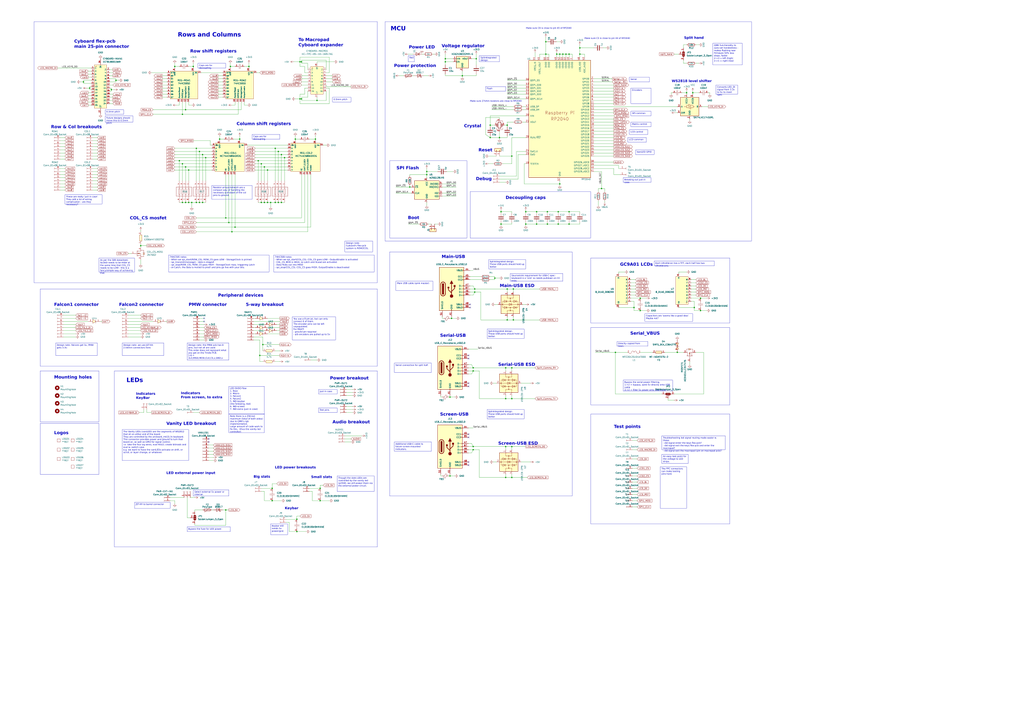
<source format=kicad_sch>
(kicad_sch (version 20231120) (generator "eeschema") (generator_version "8.0")
  (paper "A1")
  (title_block (title "mk19-rp2040") (rev "1") (company "crazymittens"))
  (junction (at 163.83 166.37))
  (junction (at 388.62 367.03))
  (junction (at 575.31 245.11))
  (junction (at 421.64 237.49))
  (junction (at 416.56 262.89))
  (junction (at 262.89 401.32))
  (junction (at 379.73 62.23))
  (junction (at 154.94 139.7))
  (junction (at 369.57 326.39))
  (junction (at 410.21 113.03))
  (junction (at 243.84 436.88))
  (junction (at 190.5 190.5))
  (junction (at 459.74 44.45))
  (junction (at 219.71 166.37))
  (junction (at 226.06 121.92))
  (junction (at 149.86 166.37))
  (junction (at 416.56 237.49))
  (junction (at 219.71 139.7))
  (junction (at 228.6 166.37))
  (junction (at 467.36 44.45))
  (junction (at 476.25 39.37))
  (junction (at 575.31 255.27))
  (junction (at 420.37 392.43))
  (junction (at 448.31 34.29))
  (junction (at 149.86 93.98))
  (junction (at 416.56 102.87))
  (junction (at 420.37 302.26))
  (junction (at 570.23 252.73))
  (junction (at 505.46 289.56))
  (junction (at 467.36 184.15))
  (junction (at 411.48 184.15))
  (junction (at 421.64 262.89))
  (junction (at 525.78 255.27))
  (junction (at 161.29 166.37))
  (junction (at 222.25 166.37))
  (junction (at 189.23 54.61))
  (junction (at 388.62 304.8))
  (junction (at 389.89 237.49))
  (junction (at 166.37 127))
  (junction (at 212.09 132.08))
  (junction (at 166.37 166.37))
  (junction (at 187.96 182.88))
  (junction (at 462.28 44.45))
  (junction (at 158.75 54.61))
  (junction (at 214.63 166.37))
  (junction (at 214.63 134.62))
  (junction (at 223.52 401.32))
  (junction (at 73.66 72.39))
  (junction (at 402.59 102.87))
  (junction (at 467.36 173.99))
  (junction (at 193.04 186.69))
  (junction (at 262.89 411.48))
  (junction (at 152.4 90.17))
  (junction (at 411.48 173.99))
  (junction (at 152.4 137.16))
  (junction (at 91.44 73.66))
  (junction (at 431.8 184.15))
  (junction (at 350.52 140.97))
  (junction (at 458.47 184.15))
  (junction (at 440.69 173.99))
  (junction (at 369.57 391.16))
  (junction (at 217.17 166.37))
  (junction (at 196.85 114.3))
  (junction (at 204.47 54.61))
  (junction (at 415.29 302.26))
  (junction (at 217.17 137.16))
  (junction (at 458.47 173.99))
  (junction (at 457.2 44.45))
  (junction (at 415.29 392.43))
  (junction (at 464.82 44.45))
  (junction (at 259.08 114.3))
  (junction (at 180.34 114.3))
  (junction (at 494.03 154.94))
  (junction (at 556.26 289.56))
  (junction (at 563.88 76.2))
  (junction (at 168.91 129.54))
  (junction (at 365.76 48.26))
  (junction (at 152.4 166.37))
  (junction (at 143.51 54.61))
  (junction (at 476.25 44.45))
  (junction (at 260.35 82.55))
  (junction (at 406.4 228.6))
  (junction (at 247.65 50.8))
  (junction (at 449.58 184.15))
  (junction (at 149.86 134.62))
  (junction (at 459.74 151.13))
  (junction (at 420.37 367.03))
  (junction (at 242.57 114.3))
  (junction (at 68.58 67.31))
  (junction (at 420.37 327.66))
  (junction (at 246.38 81.28))
  (junction (at 115.57 201.93))
  (junction (at 147.32 132.08))
  (junction (at 568.96 76.2))
  (junction (at 185.42 179.07))
  (junction (at 157.48 166.37))
  (junction (at 391.16 48.26))
  (junction (at 336.55 153.67))
  (junction (at 154.94 166.37))
  (junction (at 525.78 245.11))
  (junction (at 243.84 426.72))
  (junction (at 370.84 261.62))
  (junction (at 215.9 283.21))
  (junction (at 388.62 302.26))
  (junction (at 449.58 173.99))
  (junction (at 440.69 184.15))
  (junction (at 402.59 113.03))
  (junction (at 213.36 292.1))
  (junction (at 246.38 50.8))
  (junction (at 233.68 129.54))
  (junction (at 95.25 66.04))
  (junction (at 231.14 166.37))
  (junction (at 365.76 50.8))
  (junction (at 389.89 240.03))
  (junction (at 185.42 419.1))
  (junction (at 350.52 143.51))
  (junction (at 415.29 327.66))
  (junction (at 228.6 124.46))
  (junction (at 520.7 252.73))
  (junction (at 415.29 367.03))
  (junction (at 388.62 369.57))
  (junction (at 448.31 44.45))
  (junction (at 247.65 81.28))
  (junction (at 163.83 124.46))
  (junction (at 226.06 166.37))
  (junction (at 231.14 127))
  (junction (at 223.52 411.48))
  (junction (at 420.37 128.27))
  (junction (at 431.8 173.99))
  (junction (at 161.29 121.92))
  (no_connect (at 384.81 294.64))
  (no_connect (at 384.81 356.87))
  (no_connect (at 386.08 250.19))
  (no_connect (at 386.08 252.73))
  (no_connect (at 167.64 264.16))
  (no_connect (at 171.45 363.22))
  (no_connect (at 384.81 382.27))
  (no_connect (at 171.45 360.68))
  (no_connect (at 384.81 359.41))
  (no_connect (at 384.81 317.5))
  (no_connect (at 167.64 261.62))
  (no_connect (at 384.81 314.96))
  (no_connect (at 384.81 292.1))
  (no_connect (at 384.81 379.73))
  (wire (pts (xy 260.35 82.55) (xy 267.97 82.55)))
  (wire (pts (xy 476.25 44.45) (xy 476.25 46.99)))
  (wire (pts (xy 519.43 369.57) (xy 523.24 369.57)))
  (wire (pts (xy 519.43 411.48) (xy 523.24 411.48)))
  (wire (pts (xy 518.16 232.41) (xy 521.97 232.41)))
  (wire (pts (xy 200.66 83.82) (xy 200.66 86.36)))
  (wire (pts (xy 365.76 50.8) (xy 365.76 53.34)))
  (wire (pts (xy 209.55 134.62) (xy 214.63 134.62)))
  (wire (pts (xy 410.21 97.79) (xy 410.21 96.52)))
  (wire (pts (xy 577.85 323.85) (xy 553.72 323.85)))
  (wire (pts (xy 217.17 137.16) (xy 217.17 148.59)))
  (wire (pts (xy 448.31 34.29) (xy 449.58 34.29)))
  (wire (pts (xy 388.62 369.57) (xy 387.35 372.11)))
  (wire (pts (xy 247.65 82.55) (xy 260.35 82.55)))
  (wire (pts (xy 283.21 363.22) (xy 288.29 363.22)))
  (wire (pts (xy 247.65 143.51) (xy 247.65 179.07)))
  (wire (pts (xy 284.48 336.55) (xy 289.56 336.55)))
  (wire (pts (xy 260.35 52.07) (xy 260.35 50.8)))
  (wire (pts (xy 157.48 166.37) (xy 161.29 166.37)))
  (wire (pts (xy 72.39 86.36) (xy 74.93 86.36)))
  (wire (pts (xy 66.04 67.31) (xy 68.58 67.31)))
  (wire (pts (xy 72.39 81.28) (xy 74.93 81.28)))
  (wire (pts (xy 504.19 138.43) (xy 487.68 138.43)))
  (wire (pts (xy 208.28 279.4) (xy 213.36 279.4)))
  (wire (pts (xy 339.09 62.23) (xy 340.36 62.23)))
  (wire (pts (xy 571.5 52.07) (xy 574.04 52.07)))
  (wire (pts (xy 374.65 158.75) (xy 363.22 158.75)))
  (wire (pts (xy 49.53 148.59) (xy 53.34 148.59)))
  (wire (pts (xy 198.12 83.82) (xy 198.12 90.17)))
  (wire (pts (xy 92.71 59.69) (xy 90.17 59.69)))
  (wire (pts (xy 391.16 60.96) (xy 391.16 62.23)))
  (wire (pts (xy 161.29 179.07) (xy 185.42 179.07)))
  (wire (pts (xy 262.89 398.78) (xy 265.43 398.78)))
  (wire (pts (xy 124.46 59.69) (xy 137.16 59.69)))
  (wire (pts (xy 217.17 166.37) (xy 219.71 166.37)))
  (wire (pts (xy 351.79 184.15) (xy 354.33 184.15)))
  (wire (pts (xy 161.29 166.37) (xy 163.83 166.37)))
  (wire (pts (xy 411.48 173.99) (xy 420.37 173.99)))
  (wire (pts (xy 431.8 172.72) (xy 431.8 173.99)))
  (wire (pts (xy 209.55 137.16) (xy 217.17 137.16)))
  (wire (pts (xy 105.41 208.28) (xy 107.95 208.28)))
  (wire (pts (xy 243.84 424.18) (xy 246.38 424.18)))
  (wire (pts (xy 254 114.3) (xy 259.08 114.3)))
  (wire (pts (xy 487.68 107.95) (xy 504.19 107.95)))
  (wire (pts (xy 237.49 436.88) (xy 237.49 429.26)))
  (wire (pts (xy 209.55 129.54) (xy 233.68 129.54)))
  (wire (pts (xy 139.7 408.94) (xy 151.13 408.94)))
  (wire (pts (xy 568.96 76.2) (xy 574.04 76.2)))
  (wire (pts (xy 180.34 111.76) (xy 180.34 114.3)))
  (wire (pts (xy 557.53 252.73) (xy 570.23 252.73)))
  (wire (pts (xy 391.16 48.26) (xy 391.16 53.34)))
  (wire (pts (xy 386.08 240.03) (xy 389.89 240.03)))
  (wire (pts (xy 143.51 129.54) (xy 168.91 129.54)))
  (wire (pts (xy 172.72 115.57) (xy 172.72 119.38)))
  (wire (pts (xy 228.6 124.46) (xy 228.6 148.59)))
  (wire (pts (xy 267.97 74.93) (xy 267.97 82.55)))
  (wire (pts (xy 160.02 431.8) (xy 185.42 431.8)))
  (wire (pts (xy 487.68 95.25) (xy 504.19 95.25)))
  (wire (pts (xy 209.55 132.08) (xy 212.09 132.08)))
  (wire (pts (xy 431.8 127) (xy 425.45 127)))
  (wire (pts (xy 410.21 149.86) (xy 415.29 149.86)))
  (wire (pts (xy 487.68 100.33) (xy 504.19 100.33)))
  (wire (pts (xy 165.1 59.69) (xy 182.88 59.69)))
  (wire (pts (xy 149.86 134.62) (xy 149.86 148.59)))
  (wire (pts (xy 556.26 289.56) (xy 546.1 289.56)))
  (wire (pts (xy 374.65 161.29) (xy 363.22 161.29)))
  (wire (pts (xy 416.56 72.39) (xy 431.8 72.39)))
  (wire (pts (xy 487.68 105.41) (xy 504.19 105.41)))
  (wire (pts (xy 405.13 134.62) (xy 401.32 134.62)))
  (wire (pts (xy 228.6 166.37) (xy 231.14 166.37)))
  (wire (pts (xy 416.56 262.89) (xy 416.56 260.35)))
  (wire (pts (xy 563.88 74.93) (xy 563.88 76.2)))
  (wire (pts (xy 508 224.79) (xy 508 223.52)))
  (wire (pts (xy 226.06 121.92) (xy 226.06 148.59)))
  (wire (pts (xy 49.53 115.57) (xy 53.34 115.57)))
  (wire (pts (xy 149.86 93.98) (xy 195.58 93.98)))
  (wire (pts (xy 519.43 377.19) (xy 523.24 377.19)))
  (wire (pts (xy 76.2 138.43) (xy 80.01 138.43)))
  (wire (pts (xy 431.8 184.15) (xy 440.69 184.15)))
  (wire (pts (xy 520.7 255.27) (xy 525.78 255.27)))
  (wire (pts (xy 173.99 419.1) (xy 175.26 419.1)))
  (wire (pts (xy 219.71 261.62) (xy 229.87 261.62)))
  (wire (pts (xy 425.45 127) (xy 425.45 147.32)))
  (wire (pts (xy 487.68 64.77) (xy 502.92 64.77)))
  (wire (pts (xy 365.76 48.26) (xy 372.11 48.26)))
  (wire (pts (xy 115.57 213.36) (xy 115.57 217.17)))
  (wire (pts (xy 158.75 115.57) (xy 172.72 115.57)))
  (wire (pts (xy 411.48 173.99) (xy 411.48 175.26)))
  (wire (pts (xy 95.25 67.31) (xy 95.25 66.04)))
  (wire (pts (xy 420.37 325.12) (xy 420.37 327.66)))
  (wire (pts (xy 247.65 52.07) (xy 252.73 52.07)))
  (wire (pts (xy 209.55 127) (xy 231.14 127)))
  (wire (pts (xy 350.52 138.43) (xy 350.52 140.97)))
  (wire (pts (xy 179.07 62.23) (xy 182.88 62.23)))
  (wire (pts (xy 92.71 69.85) (xy 90.17 69.85)))
  (wire (pts (xy 424.18 124.46) (xy 424.18 144.78)))
  (wire (pts (xy 156.21 408.94) (xy 160.02 408.94)))
  (wire (pts (xy 213.36 292.1) (xy 213.36 297.18)))
  (wire (pts (xy 209.55 139.7) (xy 219.71 139.7)))
  (wire (pts (xy 414.02 102.87) (xy 416.56 102.87)))
  (wire (pts (xy 410.21 113.03) (xy 410.21 114.3)))
  (wire (pts (xy 247.65 69.85) (xy 252.73 69.85)))
  (wire (pts (xy 171.45 373.38) (xy 175.26 373.38)))
  (wire (pts (xy 467.36 44.45) (xy 469.9 44.45)))
  (wire (pts (xy 241.3 50.8) (xy 246.38 50.8)))
  (wire (pts (xy 76.2 143.51) (xy 80.01 143.51)))
  (wire (pts (xy 421.64 237.49) (xy 416.56 237.49)))
  (wire (pts (xy 567.69 240.03) (xy 571.5 240.03)))
  (wire (pts (xy 247.65 52.07) (xy 247.65 50.8)))
  (wire (pts (xy 217.17 411.48) (xy 217.17 403.86)))
  (wire (pts (xy 242.57 81.28) (xy 246.38 81.28)))
  (wire (pts (xy 504.19 143.51) (xy 504.19 138.43)))
  (wire (pts (xy 213.36 279.4) (xy 213.36 292.1)))
  (wire (pts (xy 147.32 166.37) (xy 149.86 166.37)))
  (wire (pts (xy 431.8 173.99) (xy 440.69 173.99)))
  (wire (pts (xy 226.06 121.92) (xy 236.22 121.92)))
  (wire (pts (xy 427.99 314.96) (xy 435.61 314.96)))
  (wire (pts (xy 171.45 370.84) (xy 175.26 370.84)))
  (wire (pts (xy 215.9 276.86) (xy 215.9 283.21)))
  (wire (pts (xy 566.42 97.79) (xy 566.42 99.06)))
  (wire (pts (xy 567.69 242.57) (xy 571.5 242.57)))
  (wire (pts (xy 384.81 304.8) (xy 388.62 304.8)))
  (wire (pts (xy 402.59 102.87) (xy 402.59 95.25)))
  (wire (pts (xy 105.41 261.62) (xy 115.57 261.62)))
  (wire (pts (xy 420.37 392.43) (xy 415.29 392.43)))
  (wire (pts (xy 233.68 129.54) (xy 233.68 148.59)))
  (wire (pts (xy 416.56 74.93) (xy 431.8 74.93)))
  (wire (pts (xy 548.64 328.93) (xy 553.72 328.93)))
  (wire (pts (xy 223.52 411.48) (xy 231.14 411.48)))
  (wire (pts (xy 476.25 39.37) (xy 487.68 39.37)))
  (wire (pts (xy 448.31 44.45) (xy 448.31 46.99)))
  (wire (pts (xy 185.42 419.1) (xy 185.42 431.8)))
  (wire (pts (xy 581.66 87.63) (xy 576.58 87.63)))
  (wire (pts (xy 440.69 182.88) (xy 440.69 184.15)))
  (wire (pts (xy 491.49 154.94) (xy 494.03 154.94)))
  (wire (pts (xy 561.34 36.83) (xy 563.88 36.83)))
  (wire (pts (xy 189.23 54.61) (xy 193.04 54.61)))
  (wire (pts (xy 389.89 237.49) (xy 386.08 237.49)))
  (wire (pts (xy 208.28 269.24) (xy 209.55 269.24)))
  (wire (pts (xy 154.94 54.61) (xy 158.75 54.61)))
  (wire (pts (xy 519.43 391.16) (xy 523.24 391.16)))
  (wire (pts (xy 247.65 81.28) (xy 247.65 82.55)))
  (wire (pts (xy 284.48 320.04) (xy 289.56 320.04)))
  (wire (pts (xy 163.83 261.62) (xy 167.64 261.62)))
  (wire (pts (xy 518.16 237.49) (xy 521.97 237.49)))
  (wire (pts (xy 185.42 179.07) (xy 247.65 179.07)))
  (wire (pts (xy 431.8 184.15) (xy 431.8 185.42)))
  (wire (pts (xy 448.31 34.29) (xy 448.31 44.45)))
  (wire (pts (xy 535.94 289.56) (xy 525.78 289.56)))
  (wire (pts (xy 231.14 127) (xy 231.14 148.59)))
  (wire (pts (xy 420.37 113.03) (xy 431.8 113.03)))
  (wire (pts (xy 361.95 326.39) (xy 363.22 326.39)))
  (wire (pts (xy 374.65 151.13) (xy 363.22 151.13)))
  (wire (pts (xy 76.2 151.13) (xy 80.01 151.13)))
  (wire (pts (xy 365.76 62.23) (xy 379.73 62.23)))
  (wire (pts (xy 163.83 279.4) (xy 167.64 279.4)))
  (wire (pts (xy 193.04 186.69) (xy 255.27 186.69)))
  (wire (pts (xy 393.7 327.66) (xy 393.7 304.8)))
  (wire (pts (xy 91.44 72.39) (xy 91.44 73.66)))
  (wire (pts (xy 430.53 134.62) (xy 431.8 134.62)))
  (wire (pts (xy 411.48 184.15) (xy 411.48 185.42)))
  (wire (pts (xy 429.26 87.63) (xy 431.8 87.63)))
  (wire (pts (xy 386.08 234.95) (xy 388.62 234.95)))
  (wire (pts (xy 163.83 166.37) (xy 166.37 166.37)))
  (wire (pts (xy 420.37 302.26) (xy 439.42 302.26)))
  (wire (pts (xy 254 401.32) (xy 262.89 401.32)))
  (wire (pts (xy 398.78 96.52) (xy 398.78 110.49)))
  (wire (pts (xy 411.48 184.15) (xy 420.37 184.15)))
  (wire (pts (xy 215.9 283.21) (xy 215.9 288.29)))
  (wire (pts (xy 143.51 411.48) (xy 139.7 411.48)))
  (wire (pts (xy 449.58 184.15) (xy 458.47 184.15)))
  (wire (pts (xy 163.83 266.7) (xy 167.64 266.7)))
  (wire (pts (xy 429.26 100.33) (xy 431.8 100.33)))
  (wire (pts (xy 494.03 140.97) (xy 494.03 154.94)))
  (wire (pts (xy 90.17 67.31) (xy 95.25 67.31)))
  (wire (pts (xy 179.07 80.01) (xy 182.88 80.01)))
  (wire (pts (xy 420.37 369.57) (xy 420.37 367.03)))
  (wire (pts (xy 356.87 184.15) (xy 359.41 184.15)))
  (wire (pts (xy 262.89 411.48) (xy 270.51 411.48)))
  (wire (pts (xy 388.62 302.26) (xy 415.29 302.26)))
  (wire (pts (xy 246.38 85.09) (xy 270.51 85.09)))
  (wire (pts (xy 214.63 134.62) (xy 214.63 148.59)))
  (wire (pts (xy 82.55 264.16) (xy 83.82 264.16)))
  (wire (pts (xy 388.62 234.95) (xy 389.89 237.49)))
  (wire (pts (xy 561.34 49.53) (xy 561.34 52.07)))
  (wire (pts (xy 369.57 261.62) (xy 370.84 261.62)))
  (wire (pts (xy 350.52 166.37) (xy 350.52 168.91)))
  (wire (pts (xy 76.2 130.81) (xy 80.01 130.81)))
  (wire (pts (xy 369.57 391.16) (xy 373.38 391.16)))
  (wire (pts (xy 143.51 54.61) (xy 143.51 55.88)))
  (wire (pts (xy 209.55 124.46) (xy 228.6 124.46)))
  (wire (pts (xy 259.08 111.76) (xy 259.08 114.3)))
  (wire (pts (xy 548.64 327.66) (xy 548.64 328.93)))
  (wire (pts (xy 219.71 139.7) (xy 236.22 139.7)))
  (wire (pts (xy 518.16 245.11) (xy 525.78 245.11)))
  (wire (pts (xy 214.63 166.37) (xy 217.17 166.37)))
  (wire (pts (xy 462.28 44.45) (xy 462.28 46.99)))
  (wire (pts (xy 283.21 358.14) (xy 297.18 358.14)))
  (wire (pts (xy 416.56 113.03) (xy 416.56 111.76)))
  (wire (pts (xy 265.43 119.38) (xy 267.97 119.38)))
  (wire (pts (xy 68.58 68.58) (xy 68.58 67.31)))
  (wire (pts (xy 105.41 269.24) (xy 115.57 269.24)))
  (wire (pts (xy 180.34 114.3) (xy 184.15 114.3)))
  (wire (pts (xy 386.08 222.25) (xy 388.62 222.25)))
  (wire (pts (xy 335.28 184.15) (xy 344.17 184.15)))
  (wire (pts (xy 250.19 59.69) (xy 252.73 59.69)))
  (wire (pts (xy 133.35 74.93) (xy 137.16 74.93)))
  (wire (pts (xy 336.55 153.67) (xy 337.82 153.67)))
  (wire (pts (xy 147.32 83.82) (xy 147.32 86.36)))
  (wire (pts (xy 52.07 276.86) (xy 62.23 276.86)))
  (wire (pts (xy 250.19 182.88) (xy 187.96 182.88)))
  (wire (pts (xy 72.39 76.2) (xy 74.93 76.2)))
  (wire (pts (xy 73.66 71.12) (xy 73.66 72.39)))
  (wire (pts (xy 384.81 364.49) (xy 387.35 364.49)))
  (wire (pts (xy 193.04 143.51) (xy 193.04 186.69)))
  (wire (pts (xy 410.21 113.03) (xy 416.56 113.03)))
  (wire (pts (xy 179.07 67.31) (xy 182.88 67.31)))
  (wire (pts (xy 459.74 151.13) (xy 459.74 152.4)))
  (wire (pts (xy 160.02 430.53) (xy 160.02 431.8)))
  (wire (pts (xy 154.94 166.37) (xy 157.48 166.37)))
  (wire (pts (xy 247.65 80.01) (xy 252.73 80.01)))
  (wire (pts (xy 237.49 429.26) (xy 234.95 429.26)))
  (wire (pts (xy 508 252.73) (xy 520.7 252.73)))
  (wire (pts (xy 519.43 406.4) (xy 523.24 406.4)))
  (wire (pts (xy 567.69 237.49) (xy 571.5 237.49)))
  (wire (pts (xy 49.53 118.11) (xy 53.34 118.11)))
  (wire (pts (xy 367.03 140.97) (xy 372.11 140.97)))
  (wire (pts (xy 222.25 166.37) (xy 226.06 166.37)))
  (wire (pts (xy 457.2 43.18) (xy 457.2 44.45)))
  (wire (pts (xy 450.85 46.99) (xy 450.85 44.45)))
  (wire (pts (xy 459.74 148.59) (xy 459.74 151.13)))
  (wire (pts (xy 242.57 114.3) (xy 246.38 114.3)))
  (wire (pts (xy 171.45 375.92) (xy 175.26 375.92)))
  (wire (pts (xy 49.53 113.03) (xy 53.34 113.03)))
  (wire (pts (xy 247.65 62.23) (xy 252.73 62.23)))
  (wire (pts (xy 384.81 287.02) (xy 392.43 287.02)))
  (wire (pts (xy 480.06 46.99) (xy 480.06 44.45)))
  (wire (pts (xy 518.16 242.57) (xy 521.97 242.57)))
  (wire (pts (xy 388.62 369.57) (xy 393.7 369.57)))
  (wire (pts (xy 575.31 255.27) (xy 580.39 255.27)))
  (wire (pts (xy 260.35 50.8) (xy 274.32 50.8)))
  (wire (pts (xy 152.4 90.17) (xy 198.12 90.17)))
  (wire (pts (xy 92.71 82.55) (xy 90.17 82.55)))
  (wire (pts (xy 97.79 66.04) (xy 95.25 66.04)))
  (wire (pts (xy 267.97 59.69) (xy 270.51 59.69)))
  (wire (pts (xy 227.33 271.78) (xy 229.87 271.78)))
  (wire (pts (xy 449.58 182.88) (xy 449.58 184.15)))
  (wire (pts (xy 467.36 184.15) (xy 476.25 184.15)))
  (wire (pts (xy 72.39 63.5) (xy 74.93 63.5)))
  (wire (pts (xy 71.12 72.39) (xy 73.66 72.39)))
  (wire (pts (xy 363.22 261.62) (xy 364.49 261.62)))
  (wire (pts (xy 267.97 71.12) (xy 267.97 69.85)))
  (wire (pts (xy 581.66 76.2) (xy 582.93 76.2)))
  (wire (pts (xy 487.68 97.79) (xy 504.19 97.79)))
  (wire (pts (xy 402.59 113.03) (xy 410.21 113.03)))
  (wire (pts (xy 368.3 391.16) (xy 369.57 391.16)))
  (wire (pts (xy 476.25 175.26) (xy 476.25 173.99)))
  (wire (pts (xy 476.25 44.45) (xy 480.06 44.45)))
  (wire (pts (xy 430.53 134.62) (xy 430.53 151.13)))
  (wire (pts (xy 168.91 129.54) (xy 168.91 148.59)))
  (wire (pts (xy 449.58 173.99) (xy 458.47 173.99)))
  (wire (pts (xy 255.27 295.91) (xy 260.35 295.91)))
  (wire (pts (xy 420.37 128.27) (xy 410.21 128.27)))
  (wire (pts (xy 158.75 52.07) (xy 158.75 54.61)))
  (wire (pts (xy 76.2 148.59) (xy 80.01 148.59)))
  (wire (pts (xy 325.12 158.75) (xy 337.82 158.75)))
  (wire (pts (xy 387.35 299.72) (xy 388.62 302.26)))
  (wire (pts (xy 227.33 266.7) (xy 229.87 266.7)))
  (wire (pts (xy 457.2 44.45) (xy 457.2 46.99)))
  (wire (pts (xy 243.84 436.88) (xy 251.46 436.88)))
  (wire (pts (xy 487.68 74.93) (xy 504.19 74.93)))
  (wire (pts (xy 410.21 96.52) (xy 398.78 96.52)))
  (wire (pts (xy 259.08 114.3) (xy 259.08 115.57)))
  (wire (pts (xy 231.14 127) (xy 236.22 127)))
  (wire (pts (xy 92.71 77.47) (xy 90.17 77.47)))
  (wire (pts (xy 387.35 372.11) (xy 384.81 372.11)))
  (wire (pts (xy 179.07 64.77) (xy 182.88 64.77)))
  (wire (pts (xy 152.4 83.82) (xy 152.4 90.17)))
  (wire (pts (xy 568.96 76.2) (xy 568.96 77.47)))
  (wire (pts (xy 582.93 76.2) (xy 582.93 77.47)))
  (wire (pts (xy 143.51 54.61) (xy 147.32 54.61)))
  (wire (pts (xy 158.75 54.61) (xy 158.75 55.88)))
  (wire (pts (xy 487.68 113.03) (xy 504.19 113.03)))
  (wire (pts (xy 208.28 261.62) (xy 209.55 261.62)))
  (wire (pts (xy 144.78 86.36) (xy 147.32 86.36)))
  (wire (pts (xy 210.82 59.69) (xy 213.36 59.69)))
  (wire (pts (xy 179.07 77.47) (xy 182.88 77.47)))
  (wire (pts (xy 518.16 234.95) (xy 521.97 234.95)))
  (wire (pts (xy 163.83 124.46) (xy 163.83 148.59)))
  (wire (pts (xy 543.56 323.85) (xy 505.46 323.85)))
  (wire (pts (xy 458.47 173.99) (xy 467.36 173.99)))
  (wire (pts (xy 577.85 289.56) (xy 577.85 323.85)))
  (wire (pts (xy 72.39 60.96) (xy 74.93 60.96)))
  (wire (pts (xy 420.37 182.88) (xy 420.37 184.15)))
  (wire (pts (xy 561.34 52.07) (xy 563.88 52.07)))
  (wire (pts (xy 105.41 264.16) (xy 125.73 264.16)))
  (wire (pts (xy 105.41 276.86) (xy 115.57 276.86)))
  (wire (pts (xy 76.2 128.27) (xy 80.01 128.27)))
  (wire (pts (xy 487.68 82.55) (xy 504.19 82.55)))
  (wire (pts (xy 561.34 39.37) (xy 561.34 36.83)))
  (wire (pts (xy 561.34 289.56) (xy 556.26 289.56)))
  (wire (pts (xy 369.57 326.39) (xy 373.38 326.39)))
  (wire (pts (xy 163.83 269.24) (xy 167.64 269.24)))
  (wire (pts (xy 567.69 247.65) (xy 570.23 247.65)))
  (wire (pts (xy 487.68 140.97) (xy 494.03 140.97)))
  (wire (pts (xy 350.52 143.51) (xy 350.52 146.05)))
  (wire (pts (xy 161.29 190.5) (xy 190.5 190.5)))
  (wire (pts (xy 567.69 234.95) (xy 571.5 234.95)))
  (wire (pts (xy 346.71 44.45) (xy 347.98 44.45)))
  (wire (pts (xy 49.53 123.19) (xy 53.34 123.19)))
  (wire (pts (xy 393.7 392.43) (xy 393.7 369.57)))
  (wire (pts (xy 388.62 304.8) (xy 393.7 304.8)))
  (wire (pts (xy 416.56 102.87) (xy 416.56 104.14)))
  (wire (pts (xy 405.13 379.73) (xy 407.67 379.73)))
  (wire (pts (xy 386.08 227.33) (xy 394.97 227.33)))
  (wire (pts (xy 133.35 72.39) (xy 137.16 72.39)))
  (wire (pts (xy 267.97 72.39) (xy 270.51 72.39)))
  (wire (pts (xy 74.93 71.12) (xy 73.66 71.12)))
  (wire (pts (xy 431.8 182.88) (xy 431.8 184.15)))
  (wire (pts (xy 252.73 52.07) (xy 252.73 57.15)))
  (wire (pts (xy 76.2 123.19) (xy 80.01 123.19)))
  (wire (pts (xy 133.35 80.01) (xy 137.16 80.01)))
  (wire (pts (xy 187.96 143.51) (xy 187.96 182.88)))
  (wire (pts (xy 246.38 46.99) (xy 246.38 50.8)))
  (wire (pts (xy 250.19 54.61) (xy 250.19 59.69)))
  (wire (pts (xy 133.35 62.23) (xy 137.16 62.23)))
  (wire (pts (xy 171.45 365.76) (xy 175.26 365.76)))
  (wire (pts (xy 567.69 229.87) (xy 571.5 229.87)))
  (wire (pts (xy 476.25 36.83) (xy 476.25 39.37)))
  (wire (pts (xy 551.18 76.2) (xy 552.45 76.2)))
  (wire (pts (xy 76.2 115.57) (xy 80.01 115.57)))
  (wire (pts (xy 256.54 411.48) (xy 262.89 411.48)))
  (wire (pts (xy 402.59 104.14) (xy 402.59 102.87)))
  (wire (pts (xy 49.53 120.65) (xy 53.34 120.65)))
  (wire (pts (xy 355.6 44.45) (xy 356.87 44.45)))
  (wire (pts (xy 247.65 49.53) (xy 267.97 49.53)))
  (wire (pts (xy 158.75 339.09) (xy 163.83 339.09)))
  (wire (pts (xy 217.17 137.16) (xy 236.22 137.16)))
  (wire (pts (xy 487.68 85.09) (xy 504.19 85.09)))
  (wire (pts (xy 171.45 368.3) (xy 175.26 368.3)))
  (wire (pts (xy 415.29 327.66) (xy 415.29 325.12)))
  (wire (pts (xy 247.65 80.01) (xy 247.65 81.28)))
  (wire (pts (xy 149.86 83.82) (xy 149.86 93.98)))
  (wire (pts (xy 270.51 85.09) (xy 270.51 72.39)))
  (wire (pts (xy 166.37 127) (xy 166.37 148.59)))
  (wire (pts (xy 204.47 54.61) (xy 204.47 55.88)))
  (wire (pts (xy 557.53 224.79) (xy 557.53 223.52)))
  (wire (pts (xy 76.2 153.67) (xy 80.01 153.67)))
  (wire (pts (xy 325.12 153.67) (xy 336.55 153.67)))
  (wire (pts (xy 143.51 127) (xy 166.37 127)))
  (wire (pts (xy 440.69 184.15) (xy 449.58 184.15)))
  (wire (pts (xy 105.41 259.08) (xy 115.57 259.08)))
  (wire (pts (xy 250.19 72.39) (xy 252.73 72.39)))
  (wire (pts (xy 387.35 364.49) (xy 388.62 367.03)))
  (wire (pts (xy 420.37 367.03) (xy 431.8 367.03)))
  (wire (pts (xy 222.25 166.37) (xy 222.25 170.18)))
  (wire (pts (xy 157.48 166.37) (xy 157.48 170.18)))
  (wire (pts (xy 519.43 401.32) (xy 523.24 401.32)))
  (wire (pts (xy 495.3 39.37) (xy 497.84 39.37)))
  (wire (pts (xy 200.66 86.36) (xy 203.2 86.36)))
  (wire (pts (xy 72.39 83.82) (xy 74.93 83.82)))
  (wire (pts (xy 191.77 114.3) (xy 196.85 114.3)))
  (wire (pts (xy 252.73 143.51) (xy 252.73 190.5)))
  (wire (pts (xy 496.57 165.1) (xy 496.57 166.37)))
  (wire (pts (xy 410.21 228.6) (xy 406.4 228.6)))
  (wire (pts (xy 219.71 274.32) (xy 229.87 274.32)))
  (wire (pts (xy 242.57 114.3) (xy 242.57 115.57)))
  (wire (pts (xy 420.37 134.62) (xy 412.75 134.62)))
  (wire (pts (xy 185.42 419.1) (xy 187.96 419.1)))
  (wire (pts (xy 49.53 138.43) (xy 53.34 138.43)))
  (wire (pts (xy 566.42 299.72) (xy 566.42 297.18)))
  (wire (pts (xy 519.43 384.81) (xy 523.24 384.81)))
  (wire (pts (xy 168.91 129.54) (xy 173.99 129.54)))
  (wire (pts (xy 153.67 425.45) (xy 156.21 425.45)))
  (wire (pts (xy 504.19 143.51) (xy 509.27 143.51)))
  (wire (pts (xy 570.23 252.73) (xy 570.23 247.65)))
  (wire (pts (xy 90.17 85.09) (xy 92.71 85.09)))
  (wire (pts (xy 402.59 111.76) (xy 402.59 113.03)))
  (wire (pts (xy 52.07 259.08) (xy 62.23 259.08)))
  (wire (pts (xy 219.71 166.37) (xy 222.25 166.37)))
  (wire (pts (xy 284.48 334.01) (xy 289.56 334.01)))
  (wire (pts (xy 114.3 339.09) (xy 118.11 339.09)))
  (wire (pts (xy 440.69 173.99) (xy 440.69 175.26)))
  (wire (pts (xy 147.32 132.08) (xy 173.99 132.08)))
  (wire (pts (xy 179.07 72.39) (xy 182.88 72.39)))
  (wire (pts (xy 260.35 80.01) (xy 260.35 82.55)))
  (wire (pts (xy 190.5 86.36) (xy 193.04 86.36)))
  (wire (pts (xy 154.94 139.7) (xy 154.94 148.59)))
  (wire (pts (xy 525.78 245.11) (xy 530.86 245.11)))
  (wire (pts (xy 273.05 64.77) (xy 267.97 64.77)))
  (wire (pts (xy 160.02 420.37) (xy 160.02 419.1)))
  (wire (pts (xy 402.59 102.87) (xy 406.4 102.87)))
  (wire (pts (xy 203.2 119.38) (xy 236.22 119.38)))
  (wire (pts (xy 93.98 73.66) (xy 91.44 73.66)))
  (wire (pts (xy 416.56 77.47) (xy 431.8 77.47)))
  (wire (pts (xy 247.65 64.77) (xy 252.73 64.77)))
  (wire (pts (xy 143.51 124.46) (xy 163.83 124.46)))
  (wire (pts (xy 420.37 128.27) (xy 420.37 113.03)))
  (wire (pts (xy 457.2 34.29) (xy 459.74 34.29)))
  (wire (pts (xy 95.25 64.77) (xy 95.25 66.04)))
  (wire (pts (xy 459.74 44.45) (xy 462.28 44.45)))
  (wire (pts (xy 403.86 87.63) (xy 421.64 87.63)))
  (wire (pts (xy 250.19 143.51) (xy 250.19 182.88)))
  (wire (pts (xy 563.88 76.2) (xy 563.88 77.47)))
  (wire (pts (xy 336.55 152.4) (xy 336.55 153.67)))
  (wire (pts (xy 424.18 144.78) (xy 410.21 144.78)))
  (wire (pts (xy 458.47 182.88) (xy 458.47 184.15)))
  (wire (pts (xy 361.95 389.89) (xy 361.95 391.16)))
  (wire (pts (xy 152.4 166.37) (xy 154.94 166.37)))
  (wire (pts (xy 525.78 255.27) (xy 530.86 255.27)))
  (wire (pts (xy 252.73 190.5) (xy 190.5 190.5)))
  (wire (pts (xy 368.3 326.39) (xy 369.57 326.39)))
  (wire (pts (xy 464.82 44.45) (xy 464.82 46.99)))
  (wire (pts (xy 518.16 247.65) (xy 520.7 247.65)))
  (wire (pts (xy 273.05 62.23) (xy 267.97 62.23)))
  (wire (pts (xy 52.07 266.7) (xy 62.23 266.7)))
  (wire (pts (xy 179.07 69.85) (xy 182.88 69.85)))
  (wire (pts (xy 152.4 137.16) (xy 173.99 137.16)))
  (wire (pts (xy 431.8 124.46) (xy 424.18 124.46)))
  (wire (pts (xy 105.41 271.78) (xy 115.57 271.78)))
  (wire (pts (xy 149.86 134.62) (xy 173.99 134.62)))
  (wire (pts (xy 365.76 60.96) (xy 365.76 62.23)))
  (wire (pts (xy 284.48 322.58) (xy 289.56 322.58)))
  (wire (pts (xy 90.17 64.77) (xy 95.25 64.77)))
  (wire (pts (xy 476.25 39.37) (xy 476.25 44.45)))
  (wire (pts (xy 226.06 166.37) (xy 228.6 166.37)))
  (wire (pts (xy 370.84 261.62) (xy 374.65 261.62)))
  (wire (pts (xy 231.14 166.37) (xy 233.68 166.37)))
  (wire (pts (xy 247.65 49.53) (xy 247.65 50.8)))
  (wire (pts (xy 402.59 227.33) (xy 406.4 227.33)))
  (wire (pts (xy 52.07 271.78) (xy 62.23 271.78)))
  (wire (pts (xy 195.58 83.82) (xy 195.58 93.98)))
  (wire (pts (xy 252.73 80.01) (xy 252.73 74.93)))
  (wire (pts (xy 363.22 260.35) (xy 363.22 261.62)))
  (wire (pts (xy 505.46 289.56) (xy 515.62 289.56)))
  (wire (pts (xy 125.73 90.17) (xy 152.4 90.17)))
  (wire (pts (xy 416.56 262.89) (xy 394.97 262.89)))
  (wire (pts (xy 391.16 44.45) (xy 391.16 48.26)))
  (wire (pts (xy 487.68 92.71) (xy 504.19 92.71)))
  (wire (pts (xy 179.07 74.93) (xy 182.88 74.93)))
  (wire (pts (xy 185.42 143.51) (xy 185.42 179.07)))
  (wire (pts (xy 571.5 36.83) (xy 574.04 36.83)))
  (wire (pts (xy 213.36 292.1) (xy 229.87 292.1)))
  (wire (pts (xy 226.06 297.18) (xy 229.87 297.18)))
  (wire (pts (xy 402.59 95.25) (xy 431.8 95.25)))
  (wire (pts (xy 487.68 67.31) (xy 502.92 67.31)))
  (wire (pts (xy 350.52 140.97) (xy 359.41 140.97)))
  (wire (pts (xy 496.57 154.94) (xy 496.57 157.48)))
  (wire (pts (xy 213.36 297.18) (xy 215.9 297.18)))
  (wire (pts (xy 223.52 397.51) (xy 223.52 401.32)))
  (wire (pts (xy 243.84 426.72) (xy 243.84 424.18)))
  (wire (pts (xy 152.4 148.59) (xy 152.4 137.16)))
  (wire (pts (xy 420.37 128.27) (xy 420.37 134.62)))
  (wire (pts (xy 161.29 186.69) (xy 193.04 186.69)))
  (wire (pts (xy 406.4 228.6) (xy 406.4 229.87)))
  (wire (pts (xy 374.65 153.67) (xy 363.22 153.67)))
  (wire (pts (xy 415.29 304.8) (xy 415.29 302.26)))
  (wire (pts (xy 508 138.43) (xy 509.27 138.43)))
  (wire (pts (xy 76.2 120.65) (xy 80.01 120.65)))
  (wire (pts (xy 458.47 184.15) (xy 467.36 184.15)))
  (wire (pts (xy 193.04 83.82) (xy 193.04 86.36)))
  (wire (pts (xy 384.81 369.57) (xy 388.62 369.57)))
  (wire (pts (xy 487.68 118.11) (xy 504.19 118.11)))
  (wire (pts (xy 384.81 299.72) (xy 387.35 299.72)))
  (wire (pts (xy 226.06 288.29) (xy 229.87 288.29)))
  (wire (pts (xy 365.76 44.45) (xy 365.76 48.26)))
  (wire (pts (xy 212.09 132.08) (xy 212.09 148.59)))
  (wire (pts (xy 416.56 240.03) (xy 416.56 237.49)))
  (wire (pts (xy 160.02 419.1) (xy 166.37 419.1)))
  (wire (pts (xy 336.55 143.51) (xy 350.52 143.51)))
  (wire (pts (xy 443.23 44.45) (xy 448.31 44.45)))
  (wire (pts (xy 250.19 77.47) (xy 246.38 77.47)))
  (wire (pts (xy 68.58 66.04) (xy 74.93 66.04)))
  (wire (pts (xy 557.53 223.52) (xy 563.88 223.52)))
  (wire (pts (xy 388.62 302.26) (xy 384.81 302.26)))
  (wire (pts (xy 403.86 90.17) (xy 421.64 90.17)))
  (wire (pts (xy 208.28 271.78) (xy 217.17 271.78)))
  (wire (pts (xy 91.44 74.93) (xy 90.17 74.93)))
  (wire (pts (xy 204.47 52.07) (xy 204.47 54.61)))
  (wire (pts (xy 365.76 48.26) (xy 365.76 50.8)))
  (wire (pts (xy 163.83 274.32) (xy 167.64 274.32)))
  (wire (pts (xy 386.08 229.87) (xy 394.97 229.87)))
  (wire (pts (xy 182.88 419.1) (xy 185.42 419.1)))
  (wire (pts (xy 416.56 69.85) (xy 431.8 69.85)))
  (wire (pts (xy 76.2 156.21) (xy 80.01 156.21)))
  (wire (pts (xy 388.62 367.03) (xy 384.81 367.03)))
  (wire (pts (xy 487.68 72.39) (xy 504.19 72.39)))
  (wire (pts (xy 219.71 269.24) (xy 229.87 269.24)))
  (wire (pts (xy 189.23 54.61) (xy 189.23 55.88)))
  (wire (pts (xy 458.47 173.99) (xy 458.47 175.26)))
  (wire (pts (xy 154.94 83.82) (xy 154.94 86.36)))
  (wire (pts (xy 406.4 250.19) (xy 408.94 250.19)))
  (wire (pts (xy 361.95 325.12) (xy 361.95 326.39)))
  (wire (pts (xy 49.53 140.97) (xy 53.34 140.97)))
  (wire (pts (xy 421.64 100.33) (xy 416.56 100.33)))
  (wire (pts (xy 487.68 120.65) (xy 504.19 120.65)))
  (wire (pts (xy 448.31 30.48) (xy 448.31 34.29)))
  (wire (pts (xy 208.28 266.7) (xy 217.17 266.7)))
  (wire (pts (xy 494.03 154.94) (xy 496.57 154.94)))
  (wire (pts (xy 52.07 261.62) (xy 62.23 261.62)))
  (wire (pts (xy 171.45 378.46) (xy 175.26 378.46)))
  (wire (pts (xy 143.51 139.7) (xy 154.94 139.7)))
  (wire (pts (xy 487.68 69.85) (xy 504.19 69.85)))
  (wire (pts (xy 120.65 339.09) (xy 124.46 339.09)))
  (wire (pts (xy 416.56 66.04) (xy 431.8 66.04)))
  (wire (pts (xy 267.97 71.12) (xy 288.29 71.12)))
  (wire (pts (xy 384.81 351.79) (xy 388.62 351.79)))
  (wire (pts (xy 196.85 114.3) (xy 196.85 115.57)))
  (wire (pts (xy 223.52 397.51) (xy 227.33 397.51)))
  (wire (pts (xy 570.23 255.27) (xy 570.23 252.73)))
  (wire (pts (xy 469.9 46.99) (xy 469.9 44.45)))
  (wire (pts (xy 143.51 414.02) (xy 143.51 411.48)))
  (wire (pts (xy 154.94 139.7) (xy 173.99 139.7)))
  (wire (pts (xy 143.51 121.92) (xy 161.29 121.92)))
  (wire (pts (xy 49.53 151.13) (xy 53.34 151.13)))
  (wire (pts (xy 246.38 81.28) (xy 247.65 81.28)))
  (wire (pts (xy 200.66 54.61) (xy 204.47 54.61)))
  (wire (pts (xy 76.2 140.97) (xy 80.01 140.97)))
  (wire (pts (xy 233.68 129.54) (xy 236.22 129.54)))
  (wire (pts (xy 520.7 252.73) (xy 520.7 247.65)))
  (wire (pts (xy 443.23 262.89) (xy 421.64 262.89)))
  (wire (pts (xy 49.53 143.51) (xy 53.34 143.51)))
  (wire (pts (xy 462.28 44.45) (xy 464.82 44.45)))
  (wire (pts (xy 416.56 100.33) (xy 416.56 102.87)))
  (wire (pts (xy 255.27 143.51) (xy 255.27 186.69)))
  (wire (pts (xy 135.89 264.16) (xy 137.16 264.16)))
  (wire (pts (xy 379.73 58.42) (xy 379.73 62.23)))
  (wire (pts (xy 398.78 110.49) (xy 402.59 113.03)))
  (wire (pts (xy 336.55 144.78) (xy 336.55 143.51)))
  (wire (pts (xy 237.49 436.88) (xy 243.84 436.88)))
  (wire (pts (xy 49.53 128.27) (xy 53.34 128.27)))
  (wire (pts (xy 394.97 262.89) (xy 394.97 240.03)))
  (wire (pts (xy 189.23 52.07) (xy 189.23 54.61)))
  (wire (pts (xy 284.48 325.12) (xy 289.56 325.12)))
  (wire (pts (xy 420.37 389.89) (xy 420.37 392.43)))
  (wire (pts (xy 246.38 81.28) (xy 246.38 85.09)))
  (wire (pts (xy 68.58 68.58) (xy 74.93 68.58)))
  (wire (pts (xy 52.07 269.24) (xy 62.23 269.24)))
  (wire (pts (xy 491.49 157.48) (xy 491.49 154.94)))
  (wire (pts (xy 246.38 46.99) (xy 270.51 46.99)))
  (wire (pts (xy 49.53 125.73) (xy 53.34 125.73)))
  (wire (pts (xy 143.51 137.16) (xy 152.4 137.16)))
  (wire (pts (xy 487.68 110.49) (xy 504.19 110.49)))
  (wire (pts (xy 180.34 114.3) (xy 180.34 115.57)))
  (wire (pts (xy 415.29 327.66) (xy 393.7 327.66)))
  (wire (pts (xy 429.26 90.17) (xy 431.8 90.17)))
  (wire (pts (xy 143.51 132.08) (xy 147.32 132.08)))
  (wire (pts (xy 388.62 304.8) (xy 387.35 307.34)))
  (wire (pts (xy 467.36 173.99) (xy 476.25 173.99)))
  (wire (pts (xy 246.38 77.47) (xy 246.38 81.28)))
  (wire (pts (xy 133.35 69.85) (xy 137.16 69.85)))
  (wire (pts (xy 427.99 379.73) (xy 435.61 379.73)))
  (wire (pts (xy 149.86 166.37) (xy 152.4 166.37)))
  (wire (pts (xy 560.07 76.2) (xy 563.88 76.2)))
  (wire (pts (xy 115.57 200.66) (xy 115.57 201.93)))
  (wire (pts (xy 215.9 283.21) (xy 229.87 283.21)))
  (wire (pts (xy 147.32 132.08) (xy 147.32 148.59)))
  (wire (pts (xy 425.45 147.32) (xy 410.21 147.32)))
  (wire (pts (xy 262.89 401.32) (xy 262.89 398.78)))
  (wire (pts (xy 410.21 107.95) (xy 410.21 113.03)))
  (wire (pts (xy 570.23 255.27) (xy 575.31 255.27)))
  (wire (pts (xy 217.17 403.86) (xy 214.63 403.86)))
  (wire (pts (xy 52.07 274.32) (xy 62.23 274.32)))
  (wire (pts (xy 389.89 240.03) (xy 388.62 242.57)))
  (wire (pts (xy 387.35 48.26) (xy 391.16 48.26)))
  (wire (pts (xy 347.98 62.23) (xy 351.79 62.23)))
  (wire (pts (xy 46.99 55.88) (xy 74.93 55.88)))
  (wire (pts (xy 115.57 201.93) (xy 120.65 201.93)))
  (wire (pts (xy 520.7 255.27) (xy 520.7 252.73)))
  (wire (pts (xy 431.8 173.99) (xy 431.8 175.26)))
  (wire (pts (xy 242.57 111.76) (xy 242.57 114.3)))
  (wire (pts (xy 416.56 81.28) (xy 431.8 81.28)))
  (wire (pts (xy 487.68 80.01) (xy 504.19 80.01)))
  (wire (pts (xy 161.29 182.88) (xy 187.96 182.88)))
  (wire (pts (xy 73.66 73.66) (xy 74.93 73.66)))
  (wire (pts (xy 335.28 44.45) (xy 339.09 44.45)))
  (wire (pts (xy 267.97 49.53) (xy 267.97 57.15)))
  (wire (pts (xy 208.28 264.16) (xy 229.87 264.16)))
  (wire (pts (xy 389.89 237.49) (xy 416.56 237.49)))
  (wire (pts (xy 387.35 307.34) (xy 384.81 307.34)))
  (wire (pts (xy 551.18 76.2) (xy 551.18 77.47)))
  (wire (pts (xy 420.37 327.66) (xy 439.42 327.66)))
  (wire (pts (xy 429.26 250.19) (xy 431.8 250.19)))
  (wire (pts (xy 519.43 416.56) (xy 523.24 416.56)))
  (wire (pts (xy 443.23 46.99) (xy 443.23 44.45)))
  (wire (pts (xy 459.74 44.45) (xy 459.74 46.99)))
  (wire (pts (xy 421.64 260.35) (xy 421.64 262.89)))
  (wire (pts (xy 467.36 173.99) (xy 467.36 175.26)))
  (wire (pts (xy 421.64 237.49) (xy 443.23 237.49)))
  (wire (pts (xy 508 138.43) (xy 508 135.89)))
  (wire (pts (xy 228.6 124.46) (xy 236.22 124.46)))
  (wire (pts (xy 133.35 64.77) (xy 137.16 64.77)))
  (wire (pts (xy 402.59 229.87) (xy 406.4 229.87)))
  (wire (pts (xy 166.37 127) (xy 173.99 127)))
  (wire (pts (xy 163.83 124.46) (xy 173.99 124.46)))
  (wire (pts (xy 154.94 86.36) (xy 157.48 86.36)))
  (wire (pts (xy 487.68 102.87) (xy 504.19 102.87)))
  (wire (pts (xy 405.13 314.96) (xy 407.67 314.96)))
  (wire (pts (xy 52.07 264.16) (xy 72.39 264.16)))
  (wire (pts (xy 508 135.89) (xy 487.68 135.89)))
  (wire (pts (xy 219.71 139.7) (xy 219.71 148.59)))
  (wire (pts (xy 467.36 44.45) (xy 467.36 46.99)))
  (wire (pts (xy 153.67 408.94) (xy 153.67 425.45)))
  (wire (pts (xy 217.17 411.48) (xy 223.52 411.48)))
  (wire (pts (xy 421.64 262.89) (xy 416.56 262.89)))
  (wire (pts (xy 519.43 396.24) (xy 523.24 396.24)))
  (wire (pts (xy 166.37 166.37) (xy 168.91 166.37)))
  (wire (pts (xy 415.29 392.43) (xy 393.7 392.43)))
  (wire (pts (xy 196.85 111.76) (xy 196.85 114.3)))
  (wire (pts (xy 163.83 276.86) (xy 167.64 276.86)))
  (wire (pts (xy 209.55 121.92) (xy 226.06 121.92)))
  (wire (pts (xy 161.29 121.92) (xy 173.99 121.92)))
  (wire (pts (xy 234.95 426.72) (xy 243.84 426.72)))
  (wire (pts (xy 406.4 227.33) (xy 406.4 228.6)))
  (wire (pts (xy 133.35 67.31) (xy 137.16 67.31)))
  (wire (pts (xy 505.46 323.85) (xy 505.46 289.56)))
  (wire (pts (xy 76.2 118.11) (xy 80.01 118.11)))
  (wire (pts (xy 212.09 166.37) (xy 214.63 166.37)))
  (wire (pts (xy 487.68 133.35) (xy 504.19 133.35)))
  (wire (pts (xy 553.72 44.45) (xy 557.53 44.45)))
  (wire (pts (xy 415.29 392.43) (xy 415.29 389.89)))
  (wire (pts (xy 388.62 242.57) (xy 386.08 242.57)))
  (wire (pts (xy 90.17 62.23) (xy 92.71 62.23)))
  (wire (pts (xy 420.37 175.26) (xy 420.37 173.99)))
  (wire (pts (xy 389.89 240.03) (xy 394.97 240.03)))
  (wire (pts (xy 467.36 182.88) (xy 467.36 184.15)))
  (wire (pts (xy 567.69 232.41) (xy 571.5 232.41)))
  (wire (pts (xy 92.71 57.15) (xy 90.17 57.15)))
  (wire (pts (xy 212.09 132.08) (xy 236.22 132.08)))
  (wire (pts (xy 105.41 274.32) (xy 115.57 274.32)))
  (wire (pts (xy 369.57 325.12) (xy 369.57 326.39)))
  (wire (pts (xy 487.68 87.63) (xy 556.26 87.63)))
  (wire (pts (xy 487.68 123.19) (xy 504.19 123.19)))
  (wire (pts (xy 143.51 52.07) (xy 143.51 54.61)))
  (wire (pts (xy 72.39 78.74) (xy 74.93 78.74)))
  (wire (pts (xy 247.65 67.31) (xy 252.73 67.31)))
  (wire (pts (xy 76.2 146.05) (xy 80.01 146.05)))
  (wire (pts (xy 118.11 339.09) (xy 118.11 336.55)))
  (wire (pts (xy 464.82 44.45) (xy 467.36 44.45)))
  (wire (pts (xy 273.05 67.31) (xy 267.97 67.31)))
  (wire (pts (xy 143.51 134.62) (xy 149.86 134.62)))
  (wire (pts (xy 575.31 245.11) (xy 580.39 245.11)))
  (wire (pts (xy 370.84 260.35) (xy 370.84 261.62)))
  (wire (pts (xy 457.2 44.45) (xy 459.74 44.45)))
  (wire (pts (xy 208.28 274.32) (xy 209.55 274.32)))
  (wire (pts (xy 415.29 369.57) (xy 415.29 367.03)))
  (wire (pts (xy 420.37 367.03) (xy 415.29 367.03)))
  (wire (pts (xy 379.73 62.23) (xy 379.73 63.5)))
  (wire (pts (xy 350.52 140.97) (xy 350.52 143.51)))
  (wire (pts (xy 487.68 90.17) (xy 504.19 90.17)))
  (wire (pts (xy 361.95 391.16) (xy 363.22 391.16)))
  (wire (pts (xy 163.83 264.16) (xy 167.64 264.16)))
  (wire (pts (xy 163.83 271.78) (xy 167.64 271.78)))
  (wire (pts (xy 476.25 182.88) (xy 476.25 184.15)))
  (wire (pts (xy 411.48 182.88) (xy 411.48 184.15)))
  (wire (pts (xy 369.57 389.89) (xy 369.57 391.16)))
  (wire (pts (xy 133.35 77.47) (xy 137.16 77.47)))
  (wire (pts (xy 283.21 360.68) (xy 288.29 360.68)))
  (wire (pts (xy 76.2 113.03) (xy 80.01 113.03)))
  (wire (pts (xy 208.28 276.86) (xy 215.9 276.86)))
  (wire (pts (xy 161.29 121.92) (xy 161.29 148.59)))
  (wire (pts (xy 250.19 54.61) (xy 246.38 54.61)))
  (wire (pts (xy 567.69 245.11) (xy 575.31 245.11)))
  (wire (pts (xy 246.38 50.8) (xy 246.38 54.61)))
  (wire (pts (xy 120.65 336.55) (xy 120.65 339.09)))
  (wire (pts (xy 519.43 361.95) (xy 523.24 361.95)))
  (wire (pts (xy 270.51 46.99) (xy 270.51 59.69)))
  (wire (pts (xy 115.57 189.23) (xy 115.57 190.5)))
  (wire (pts (xy 49.53 156.21) (xy 53.34 156.21)))
  (wire (pts (xy 49.53 153.67) (xy 53.34 153.67)))
  (wire (pts (xy 72.39 58.42) (xy 74.93 58.42)))
  (wire (pts (xy 487.68 115.57) (xy 504.19 115.57)))
  (wire (pts (xy 430.53 151.13) (xy 459.74 151.13)))
  (wire (pts (xy 420.37 327.66) (xy 415.29 327.66)))
  (wire (pts (xy 247.65 50.8) (xy 246.38 50.8)))
  (wire (pts (xy 105.41 266.7) (xy 115.57 266.7)))
  (wire (pts (xy 92.71 80.01) (xy 90.17 80.01)))
  (wire (pts (xy 508 223.52) (xy 513.08 223.52)))
  (wire (pts (xy 190.5 190.5) (xy 190.5 143.51)))
  (wire (pts (xy 439.42 43.18) (xy 439.42 46.99)))
  (wire (pts (xy 448.31 44.45) (xy 450.85 44.45)))
  (wire (pts (xy 420.37 302.26) (xy 415.29 302.26)))
  (wire (pts (xy 449.58 173.99) (xy 449.58 175.26)))
  (wire (pts (xy 115.57 201.93) (xy 115.57 203.2)))
  (wire (pts (xy 214.63 401.32) (xy 223.52 401.32)))
  (wire (pts (xy 90.17 72.39) (xy 91.44 72.39)))
  (wire (pts (xy 256.54 403.86) (xy 254 403.86)))
  (wire (pts (xy 76.2 125.73) (xy 80.01 125.73)))
  (wire (pts (xy 379.73 62.23) (xy 391.16 62.23)))
  (wire (pts (xy 327.66 62.23) (xy 331.47 62.23)))
  (wire (pts (xy 491.49 165.1) (xy 491.49 168.91)))
  (wire (pts (xy 49.53 146.05) (xy 53.34 146.05)))
  (wire (pts (xy 91.44 73.66) (xy 91.44 74.93)))
  (wire (pts (xy 518.16 229.87) (xy 521.97 229.87)))
  (wire (pts (xy 256.54 411.48) (xy 256.54 403.86)))
  (wire (pts (xy 568.96 74.93) (xy 568.96 76.2)))
  (wire (pts (xy 284.48 339.09) (xy 289.56 339.09)))
  (wire (pts (xy 172.72 119.38) (xy 173.99 119.38)))
  (wire (pts (xy 411.48 172.72) (xy 411.48 173.99)))
  (wire (pts (xy 554.355 92.71) (xy 556.26 92.71)))
  (wire (pts (xy 488.95 289.56) (xy 505.46 289.56)))
  (wire (pts (xy 365.76 50.8) (xy 372.11 50.8)))
  (wire (pts (xy 518.16 240.03) (xy 521.97 240.03)))
  (wire (pts (xy 420.37 304.8) (xy 420.37 302.26)))
  (wire (pts (xy 49.53 130.81) (xy 53.34 130.81)))
  (wire (pts (xy 125.73 93.98) (xy 149.86 93.98)))
  (wire (pts (xy 388.62 367.03) (xy 415.29 367.03)))
  (wire (pts (xy 407.67 128.27) (xy 401.32 128.27)))
  (wire (pts (xy 487.68 77.47) (xy 504.19 77.47)))
  (wire (pts (xy 214.63 134.62) (xy 236.22 134.62)))
  (wire (pts (xy 577.85 289.56) (xy 571.5 289.56)))
  (wire (pts (xy 440.69 173.99) (xy 449.58 173.99)))
  (wire (pts (xy 250.19 77.47) (xy 250.19 72.39)))
  (wire (pts (xy 68.58 66.04) (xy 68.58 67.31)))
  (wire (pts (xy 487.68 128.27) (xy 504.19 128.27)))
  (wire (pts (xy 73.66 72.39) (xy 73.66 73.66)))
  (wire (pts (xy 421.64 240.03) (xy 421.64 237.49)))
  (wire (pts (xy 487.68 125.73) (xy 504.19 125.73)))
  (wire (pts (xy 420.37 392.43) (xy 433.07 392.43)))
  (rectangle (start 93.98 304.8) (end 309.88 449.58))
  (rectangle (start 320.04 132.08) (end 383.54 195.58))
  (rectangle (start 33.02 347.98) (end 81.28 389.89))
  (rectangle (start 27.94 17.78) (end 309.88 232.41))
  (rectangle (start 386.08 157.48) (end 485.14 195.58))
  (rectangle (start 33.02 237.49) (end 309.88 300.99))
  (rectangle (start 320.04 207.01) (end 469.9 407.67))
  (rectangle (start 316.23 17.78) (end 617.22 198.12))
  (rectangle (start 485.14 212.09) (end 599.44 265.43))
  (rectangle (start 485.14 340.36) (end 599.44 430.53))
  (rectangle (start 33.02 304.8) (end 81.28 346.71))
  (rectangle (start 485.14 269.24) (end 599.44 332.74))
  (text_box "74HC589 notes\n- When we spi_start(COL_CS), COL_CS goes LOW - OutputEnable is activated\n- COL_CS_MOS is HIGH, so Latch and SLoad are activated\n- Data flows out into MISO\n- spi_stop(COL_CS), COL_CS goes HIGH, OutputEnable is deactivated" (at 224.79 209.55 0) (size 82.55 13.97) (effects (font (size 1.27 1.27)) (justify left top)))
  (text_box "LED DI/DO flow\n1. Keys\n2. Macro\n3. Falcon1\n4. Falcon2\n5. IND-keybar\n(the following, tbd)\n6. IND-screen\n7. IND-extra (just in case)" (at 187.96 317.5 0) (size 29.21 22.86) (effects (font (size 1.27 1.27)) (justify left top)))
  (text_box "You use a 8 pin jst, but can only connect 6 of them.\nThe encoder pins can be left unpopulated.\nFor RKJXT:\n- ground pin required\n- a/b encoders are pulled up to 5v" (at 240.03 260.35 0) (size 35.56 19.05) (effects (font (size 1.27 1.27)) (justify left top)))
  (text_box "The Vanity LEDs (vaniLED) are the segments of WS2812 that sit on either end of the board.  \nThey are controlled by the arcboard_mk19_fx keyboard.\nThis connector provides power and ground to turn that board on, as well as GPIO for signal control.\ni.e. take the four sig wires, eval HI/LO, create bitmask and eval w. switch case.\ne.g. we want to have the vaniLEDs activate on shift, or scroll, or layer change, or whatever." (at 100.33 353.06 0) (size 54.61 25.4) (effects (font (size 1.27 1.27)) (justify left top)))
  (text_box "Caps are for decoupling." (at 207.01 110.49 0) (size 22.86 3.81) (effects (font (size 1.27 1.27)) (justify left top)))
  (text_box "0.5mm pitch" (at 273.05 80.01 0) (size 15.24 3.81) (effects (font (size 1.27 1.27)) (justify left top)))
  (text_box "0.3mm pitch" (at 86.36 90.17 0) (size 15.24 3.81) (effects (font (size 1.27 1.27)) (justify left top)))
  (text_box "Caps are for decoupling." (at 162.56 52.07 0) (size 22.86 3.81) (effects (font (size 1.27 1.27)) (justify left top)))
  (text_box "Design note: Falcons get 5v, PMW gets 3.3v." (at 45.72 281.94 0) (size 34.29 10.16) (effects (font (size 1.27 1.27)) (justify left top)))
  (text_box "LCD control" (at 516.89 106.68 0) (size 15.24 3.81) (effects (font (size 1.27 1.27)) (justify left top)))
  (text_box "Main USB cable (qmk master)" (at 325.12 231.14 0) (size 30.48 7.62) (effects (font (size 1.27 1.27)) (justify left top)))
  (text_box "Resistor arrays/network are a compact way of handling the necessary pull-down of the col pins to ground." (at 173.99 152.4 0) (size 33.02 11.43) (effects (font (size 1.27 1.27)) (justify left top)))
  (text_box "Select external 5v power or internal." (at 158.75 402.59 0) (size 29.21 5.08) (effects (font (size 1.27 1.27)) (justify left top)))
  (text_box "Keybar still needs 5v power/gnd." (at 222.25 430.53 0) (size 13.97 8.89) (effects (font (size 1.27 1.27)) (justify left top)))
  (text_box "As per the 589 datasheet, SLOAD needs to be HIGH at the same time that COL_CS needs to be LOW - this is a fancy/simple way of achieving that." (at 81.28 212.09 0) (size 29.21 11.43) (effects (font (size 1.27 1.27)) (justify left top)))
  (text_box "Matrix control" (at 518.16 100.33 0) (size 16.51 3.81) (effects (font (size 1.27 1.27)) (justify left top)))
  (text_box "Each Ultrafalcon has a TFT; each half has two Ultrafalcons." (at 537.21 214.63 0) (size 49.53 3.81) (effects (font (size 1.27 1.27)) (justify left top)))
  (text_box "Splinktegrated design." (at 393.7 45.72 0) (size 16.51 5.08) (effects (font (size 1.27 1.27)) (justify left top)))
  (text_box "Breaking out just in case." (at 511.81 146.05 0) (size 22.86 3.81) (effects (font (size 1.27 1.27)) (justify left top)))
  (text_box "An easy test point for the voltage to LED strips." (at 543.56 373.38 0) (size 21.59 7.62) (effects (font (size 1.27 1.27)) (justify left top)))
  (text_box "Additional USB-C cable to future screen-mounted indicators." (at 323.85 363.22 0) (size 30.48 7.62) (effects (font (size 1.27 1.27)) (justify left top)))
  (text_box "QMK functionality to auto-set handedness - makes flashing new firmware 50% less steps, faster.\n2->3 = left (high)\n2->1 = right (low)" (at 585.47 35.56 0) (size 24.13 17.78) (effects (font (size 1.27 1.27)) (justify left top)))
  (text_box "Source/sink requirement for USB-C spec: keyboard is a 'sink' so needs pulldown on CC lines." (at 419.1 224.79 0) (size 43.18 6.35) (effects (font (size 1.27 1.27)) (justify left top)))
  (text_box "Bypass the serial power filtering.\n1->2 = bypass, send 5v directly onto USB cable\n3->2 = filter 5v power onto USB cable" (at 511.81 312.42 0) (size 40.64 8.89) (effects (font (size 1.27 1.27)) (justify left top)))
  (text_box "Future designs should move this to 0.5mm pitch." (at 86.36 95.25 0) (size 22.86 5.08) (effects (font (size 1.27 1.27)) (justify left top)))
  (text_box "These are really 'just in case'.\nThey add a lot of wiring complication - are they necessary?" (at 53.34 160.02 0) (size 30.48 7.62) (effects (font (size 1.27 1.27)) (justify left top)))
  (text_box "JST-XH to barrel connector" (at 110.49 412.75 0) (size 29.21 5.08) (effects (font (size 1.27 1.27)) (justify left top)))
  (text_box "Splinktegrated design.\nThese USB ports should hold up better." (at 401.32 213.36 0) (size 30.48 7.62) (effects (font (size 1.27 1.27)) (justify left top)))
  (text_box "Design note: the PMW pcb has 8 pins, but not all are used.\nThis order does not represent what you get on the Tindie PCB.\n1-8 = 3v3,MISO,MOSI,CLK,CS,x,GND,x" (at 153.67 281.94 0) (size 34.29 13.97) (effects (font (size 1.27 1.27)) (justify left top)))
  (text_box "Capacitors are 'seems like a good idea'.\nMaybe not?" (at 529.59 257.81 0) (size 39.37 6.35) (effects (font (size 1.27 1.27)) (justify left top)))
  (text_box "74HC595 notes\n- When we spi_start(ROW_CS), ROW_CS goes LOW - StorageClock is primed\n- spi_transmit(message) - data is staged!\n- spi_stop(ROW_CS), ROW_CS goes HIGH - StorageClock rises, triggering Latch\n- on Latch, the data is moved to prod! and pins go live with your bits." (at 138.43 209.55 0) (size 82.55 13.97) (effects (font (size 1.27 1.27)) (justify left top)))
  (text_box "Though the slats LEDs are controlled by the vanity led rp2040, we still power them via the external power circuit." (at 276.86 391.16 0) (size 30.48 12.7) (effects (font (size 1.27 1.27)) (justify left top)))
  (text_box "VaniLED GPIO" (at 521.97 123.19 0) (size 15.24 3.81) (effects (font (size 1.27 1.27)) (justify left top)))
  (text_box "SPI common" (at 518.16 91.44 0) (size 16.51 3.81) (effects (font (size 1.27 1.27)) (justify left top)))
  (text_box "Design note: we use JST-XH 2.54mm connectors here." (at 100.33 281.94 0) (size 34.29 10.16) (effects (font (size 1.27 1.27)) (justify left top)))
  (text_box "Directly copied from tzarc." (at 506.73 280.67 0) (size 25.4 3.81) (effects (font (size 1.27 1.27)) (justify left top)))
  (text_box "Encoders" (at 518.16 72.39 0) (size 16.51 12.7) (effects (font (size 1.27 1.27)) (justify left top)))
  (text_box "Red" (at 335.28 45.72 0) (size 5.08 5.08) (effects (font (size 1.27 1.27)) (justify left top)))
  (text_box "Converts LED_DI signal from 3.3v to 5v to meet spec." (at 588.01 69.85 0) (size 17.78 7.62) (effects (font (size 1.27 1.27)) (justify left top)))
  (text_box "Design note: \nCyboard's flex-pcb system is ROW2COL." (at 283.21 198.12 0) (size 22.86 8.89) (effects (font (size 1.27 1.27)) (justify left top)))
  (text_box "Just in case." (at 261.62 320.04 0) (size 15.24 3.81) (effects (font (size 1.27 1.27)) (justify left top)))
  (text_box "Splinktegrated design.\nThese USB ports should hold up better." (at 400.05 270.51 0) (size 30.48 7.62) (effects (font (size 1.27 1.27)) (justify left top)))
  (text_box "Serial connection for split half." (at 323.85 298.45 0) (size 30.48 7.62) (effects (font (size 1.27 1.27)) (justify left top)))
  (text_box "Bypass the fuse for LED power." (at 153.67 433.07 0) (size 35.56 3.81) (effects (font (size 1.27 1.27)) (justify left top)))
  (text_box "The FPC connectors can make testing pins hard." (at 542.29 383.54 0) (size 21.59 34.29) (effects (font (size 1.27 1.27)) (justify left top)))
  (text_box "Serial" (at 516.89 63.5 0) (size 16.51 3.81) (effects (font (size 1.27 1.27)) (justify left top)))
  (text_box "Test pins." (at 261.62 335.28 0) (size 15.24 3.81) (effects (font (size 1.27 1.27)) (justify left top)))
  (text_box "LCD common" (at 515.62 113.03 0) (size 15.24 3.81) (effects (font (size 1.27 1.27)) (justify left top)))
  (text_box "Splinktegrated design.\nThese USB ports should hold up better." (at 400.05 336.55 0) (size 30.48 7.62) (effects (font (size 1.27 1.27)) (justify left top)))
  (text_box "Flash" (at 398.78 71.12 0) (size 16.51 3.81) (effects (font (size 1.27 1.27)) (justify left top)))
  (text_box "Troubleshooting led signal routing made easier w. these.\n- did signal enter the keys flex-pcb?\n- did signal exit the keys flex-pcb and enter the macropad?\n- did signal exit the macropad (pin on macropad pcb)?" (at 543.56 358.14 0) (size 52.07 11.43) (effects (font (size 1.27 1.27)) (justify left top)))
  (text_box "Note there is a 256-led maximum (total of both sides) due to QMK's rgb implementation.\nLarge amount of code work to fix this.  (thus the vanity led controller)" (at 187.96 340.36 0) (size 29.21 15.24) (effects (font (size 1.27 1.27)) (justify left top)))
  (text "Screen-USB" (at 361.442 342.9 0) (effects (font (size 2.54 2.54) (thickness 0.508) (bold yes) (italic yes)) (justify left bottom)))
  (text "To Macropad\nCyboard expander" (at 245.11 39.37 0) (effects (font (size 2.54 2.54) (thickness 0.508) (bold yes) (italic yes)) (justify left bottom)))
  (text "Rows and Columns" (at 146.05 31.75 0) (effects (font (size 3.5 3.5) (thickness 0.508) (bold yes) (italic yes)) (justify left bottom)))
  (text "Main-USB" (at 362.712 213.36 0) (effects (font (size 2.54 2.54) (thickness 0.508) (bold yes) (italic yes)) (justify left bottom)))
  (text "Big slats" (at 208.28 393.7 0) (effects (font (size 2 2) (thickness 0.508) (bold yes) (italic yes)) (justify left bottom)))
  (text "SPI Flash" (at 325.628 140.462 0) (effects (font (size 2.54 2.54) (thickness 0.508) (bold yes) (italic yes)) (justify left bottom)))
  (text "Serial_VBUS" (at 517.652 276.352 0) (effects (font (size 2.54 2.54) (thickness 0.508) (bold yes) (italic yes)) (justify left bottom)))
  (text "LEDs" (at 103.886 315.722 0) (effects (font (size 3.54 3.54) (thickness 0.508) (bold yes) (italic yes)) (justify left bottom)))
  (text "Test points" (at 504.19 353.06 0) (effects (font (size 2.54 2.54) (thickness 0.508) (bold yes) (italic yes)) (justify left bottom)))
  (text "Vanity LED breakout" (at 136.652 350.52 0) (effects (font (size 2.54 2.54) (thickness 0.508) (bold yes) (italic yes)) (justify left bottom)))
  (text "5-way breakout" (at 201.93 252.73 0) (effects (font (size 2.54 2.54) (thickness 0.508) (bold yes) (italic yes)) (justify left bottom)))
  (text "WS2818 level shifter" (at 551.688 68.58 0) (effects (font (size 2 2) (thickness 0.508) (bold yes) (italic yes)) (justify left bottom)))
  (text "Audio breakout" (at 273.05 349.25 0) (effects (font (size 2.54 2.54) (thickness 0.508) (bold yes) (italic yes)) (justify left bottom)))
  (text "Make sure C5 is close to pin 44 of RP2040" (at 480.06 32.766 0) (effects (font (size 1.27 1.27)) (justify left bottom)))
  (text "Indicators\nKeyBar" (at 111.76 328.93 0) (effects (font (size 2 2) (thickness 0.508) (bold yes) (italic yes)) (justify left bottom)))
  (text "Voltage regulator" (at 362.712 40.132 0) (effects (font (size 2.54 2.54) (thickness 0.508) (bold yes) (italic yes)) (justify left bottom)))
  (text "Power breakout" (at 271.018 313.182 0) (effects (font (size 2.54 2.54) (thickness 0.508) (bold yes) (italic yes)) (justify left bottom)))
  (text "Keybar" (at 233.934 419.608 0) (effects (font (size 2 2) (thickness 0.508) (bold yes) (italic yes)) (justify left bottom)))
  (text "Cyboard flex-pcb \nmain 25-pin connector" (at 60.96 40.64 0) (effects (font (size 2.54 2.54) (thickness 0.508) (bold yes) (italic yes)) (justify left bottom)))
  (text "GC9A01 LCDs" (at 509.27 219.71 0) (effects (font (size 2.54 2.54) (thickness 0.508) (bold yes) (italic yes)) (justify left bottom)))
  (text "Make sure C6 is close to pin 45 of RP2040" (at 432.054 24.384 0) (effects (font (size 1.27 1.27)) (justify left bottom)))
  (text "Boot" (at 335.026 181.356 0) (effects (font (size 2.54 2.54) (thickness 0.508) (bold yes) (italic yes)) (justify left bottom)))
  (text "LED external power input" (at 136.652 390.652 0) (effects (font (size 2 2) (thickness 0.508) (bold yes) (italic yes)) (justify left bottom)))
  (text "Decoupling caps" (at 415.29 164.846 0) (effects (font (size 2.54 2.54) (thickness 0.508) (bold yes) (italic yes)) (justify left bottom)))
  (text "LED power breakouts" (at 225.806 386.08 0) (effects (font (size 2 2) (thickness 0.508) (bold yes) (italic yes)) (justify left bottom)))
  (text "Indicators\nFrom screen, to extra" (at 148.59 328.422 0) (effects (font (size 2 2) (thickness 0.508) (bold yes) (italic yes)) (justify left bottom)))
  (text "Mounting holes" (at 44.45 312.42 0) (effects (font (size 2.54 2.54) (thickness 0.508) (bold yes) (italic yes)) (justify left bottom)))
  (text "Peripheral devices" (at 179.07 245.11 0) (effects (font (size 2.54 2.54) (thickness 0.508) (bold yes) (italic yes)) (justify left bottom)))
  (text "Main-USB ESD" (at 410.464 237.236 0) (effects (font (size 2.54 2.54) (thickness 0.508) (bold yes) (italic yes)) (justify left bottom)))
  (text "Screen-USB ESD" (at 409.194 366.776 0) (effects (font (size 2.54 2.54) (thickness 0.508) (bold yes) (italic yes)) (justify left bottom)))
  (text "Row shift registers" (at 156.21 44.45 0) (effects (font (size 2.54 2.54) (thickness 0.508) (bold yes) (italic yes)) (justify left bottom)))
  (text "Serial-USB ESD" (at 409.194 302.006 0) (effects (font (size 2.54 2.54) (thickness 0.508) (bold yes) (italic yes)) (justify left bottom)))
  (text "Crystal" (at 395.224 105.918 0) (effects (font (size 2.54 2.54) (thickness 0.508) (bold yes) (italic yes)) (justify right bottom)))
  (text "Reset" (at 404.368 125.73 0) (effects (font (size 2.54 2.54) (thickness 0.508) (bold yes) (italic yes)) (justify right bottom)))
  (text "Falcon1 connector" (at 44.45 252.73 0) (effects (font (size 2.54 2.54) (thickness 0.508) (bold yes) (italic yes)) (justify left bottom)))
  (text "Serial-USB" (at 361.442 278.13 0) (effects (font (size 2.54 2.54) (thickness 0.508) (bold yes) (italic yes)) (justify left bottom)))
  (text "MCU" (at 320.802 26.67 0) (effects (font (size 3.5 3.5) (thickness 0.508) (bold yes) (italic yes)) (justify left bottom)))
  (text "Small slats" (at 255.524 393.954 0) (effects (font (size 2 2) (thickness 0.508) (bold yes) (italic yes)) (justify left bottom)))
  (text "Row & Col breakouts" (at 41.91 106.68 0) (effects (font (size 2.54 2.54) (thickness 0.508) (bold yes) (italic yes)) (justify left bottom)))
  (text "PMW connector" (at 154.94 252.73 0) (effects (font (size 2.54 2.54) (thickness 0.508) (bold yes) (italic yes)) (justify left bottom)))
  (text "Split hand" (at 561.848 33.02 0) (effects (font (size 2 2) (thickness 0.508) (bold yes) (italic yes)) (justify left bottom)))
  (text "Make sure 27ohm resistors are close to RP2040" (at 386.08 84.328 0) (effects (font (size 1.27 1.27)) (justify left bottom)))
  (text "Power protection" (at 323.596 56.388 0) (effects (font (size 2.54 2.54) (thickness 0.508) (bold yes) (italic yes)) (justify left bottom)))
  (text "Logos" (at 44.45 358.14 0) (effects (font (size 2.54 2.54) (thickness 0.508) (bold yes) (italic yes)) (justify left bottom)))
  (text "Column shift registers" (at 194.31 104.14 0) (effects (font (size 2.54 2.54) (thickness 0.508) (bold yes) (italic yes)) (justify left bottom)))
  (text "COL_CS mosfet" (at 106.68 181.61 0) (effects (font (size 2.54 2.54) (thickness 0.508) (bold yes) (italic yes)) (justify left bottom)))
  (text "Power LED" (at 335.788 41.148 0) (effects (font (size 2.54 2.54) (thickness 0.508) (bold yes) (italic yes)) (justify left bottom)))
  (text "Falcon2 connector" (at 97.79 252.73 0) (effects (font (size 2.54 2.54) (thickness 0.508) (bold yes) (italic yes)) (justify left bottom)))
  (text "Debug" (at 403.86 149.352 0) (effects (font (size 2.54 2.54) (thickness 0.508) (bold yes) (italic yes)) (justify right bottom)))
  (label "VBUS" (at 388.62 222.25 0))
  (label "QSPI_D2" (at 416.56 74.93 0))
  (label "USB-MAIN_+" (at 403.86 87.63 0))
  (label "Serial_VBUS" (at 392.43 287.02 0))
  (label "SERIAL" (at 494.03 64.77 0))
  (label "QSPI_SCLK" (at 325.12 158.75 0))
  (label "SERIAL" (at 494.03 67.31 0))
  (label "LED_MACRO_DO" (at 271.78 71.12 0))
  (label "LED_KEYS_DO" (at 50.8 55.88 0))
  (label "QSPI_D0" (at 374.65 151.13 180))
  (label "QSPI_~{CS}" (at 325.12 153.67 0))
  (label "QSPI_D1" (at 416.56 72.39 0))
  (label "VBUS_DET" (at 494.03 151.13 90))
  (label "QSPI_D3" (at 416.56 77.47 0))
  (label "QSPI_~{CS}" (at 416.56 66.04 0))
  (label "QSPI_D2" (at 374.65 158.75 180))
  (label "Serial_VBUS" (at 388.62 351.79 0))
  (label "USB-MAIN_-" (at 403.86 90.17 0))
  (label "QSPI_D1" (at 374.65 153.67 180))
  (label "Serial_VBUS" (at 488.95 289.56 0))
  (label "QSPI_~{CS}" (at 335.28 184.15 0))
  (label "QSPI_SCLK" (at 416.56 81.28 0))
  (label "QSPI_D3" (at 374.65 161.29 180))
  (label "QSPI_D0" (at 416.56 69.85 0))
  (global_label "LED_SCREEN_DI" (shape input) (at 433.07 392.43 0) (property "Intersheetrefs" "${INTERSHEET_REFS}" (effects (hide yes))))
  (global_label "row5" (shape output) (at 133.35 74.93 180) (property "Intersheetrefs" "${INTERSHEET_REFS}" (effects (hide yes))))
  (global_label "col2" (shape input) (at 80.01 118.11 0) (property "Intersheetrefs" "${INTERSHEET_REFS}" (effects (hide yes))))
  (global_label "col7" (shape output) (at 72.39 86.36 180) (property "Intersheetrefs" "${INTERSHEET_REFS}" (effects (hide yes))))
  (global_label "col6" (shape input) (at 80.01 128.27 0) (property "Intersheetrefs" "${INTERSHEET_REFS}" (effects (hide yes))))
  (global_label "LCD1_CS" (shape output) (at 504.19 107.95 0) (property "Intersheetrefs" "${INTERSHEET_REFS}" (effects (hide yes))))
  (global_label "LCD2_CS" (shape input) (at 523.24 391.16 0) (property "Intersheetrefs" "${INTERSHEET_REFS}" (effects (hide yes))))
  (global_label "LED_5V" (shape input) (at 246.38 424.18 0) (property "Intersheetrefs" "${INTERSHEET_REFS}" (effects (hide yes))))
  (global_label "col10" (shape input) (at 80.01 151.13 0) (property "Intersheetrefs" "${INTERSHEET_REFS}" (effects (hide yes))))
  (global_label "LED_FAL1_DI" (shape input) (at 62.23 271.78 0) (property "Intersheetrefs" "${INTERSHEET_REFS}" (effects (hide yes))))
  (global_label "row13" (shape output) (at 179.07 74.93 180) (property "Intersheetrefs" "${INTERSHEET_REFS}" (effects (hide yes))))
  (global_label "fal1-r1" (shape output) (at 504.19 77.47 0) (property "Intersheetrefs" "${INTERSHEET_REFS}" (effects (hide yes))))
  (global_label "row5" (shape input) (at 72.39 78.74 180) (property "Intersheetrefs" "${INTERSHEET_REFS}" (effects (hide yes))))
  (global_label "col7" (shape output) (at 273.05 62.23 0) (property "Intersheetrefs" "${INTERSHEET_REFS}" (effects (hide yes))))
  (global_label "row10" (shape output) (at 179.07 67.31 180) (property "Intersheetrefs" "${INTERSHEET_REFS}" (effects (hide yes))))
  (global_label "row4" (shape input) (at 53.34 123.19 0) (property "Intersheetrefs" "${INTERSHEET_REFS}" (effects (hide yes))))
  (global_label "row8" (shape output) (at 179.07 62.23 180) (property "Intersheetrefs" "${INTERSHEET_REFS}" (effects (hide yes))))
  (global_label "row0" (shape input) (at 53.34 113.03 0) (property "Intersheetrefs" "${INTERSHEET_REFS}" (effects (hide yes))))
  (global_label "LCD_BL" (shape input) (at 521.97 229.87 0) (property "Intersheetrefs" "${INTERSHEET_REFS}" (effects (hide yes))))
  (global_label "SPI1_CLK" (shape input) (at 161.29 182.88 180) (property "Intersheetrefs" "${INTERSHEET_REFS}" (effects (hide yes))))
  (global_label "LCD1_CS" (shape input) (at 523.24 384.81 0) (property "Intersheetrefs" "${INTERSHEET_REFS}" (effects (hide yes))))
  (global_label "SPI1_MISO" (shape input) (at 504.19 95.25 0) (property "Intersheetrefs" "${INTERSHEET_REFS}" (effects (hide yes))))
  (global_label "row0" (shape input) (at 72.39 58.42 180) (property "Intersheetrefs" "${INTERSHEET_REFS}" (effects (hide yes))))
  (global_label "row11" (shape input) (at 53.34 148.59 0) (property "Intersheetrefs" "${INTERSHEET_REFS}" (effects (hide yes))))
  (global_label "LED_SCREEN_DO" (shape input) (at 163.83 339.09 0) (property "Intersheetrefs" "${INTERSHEET_REFS}" (effects (hide yes))))
  (global_label "fal1-r1" (shape input) (at 62.23 261.62 0) (property "Intersheetrefs" "${INTERSHEET_REFS}" (effects (hide yes))))
  (global_label "fal2-r2" (shape output) (at 504.19 85.09 0) (property "Intersheetrefs" "${INTERSHEET_REFS}" (effects (hide yes))))
  (global_label "fal1-r2" (shape input) (at 62.23 259.08 0) (property "Intersheetrefs" "${INTERSHEET_REFS}" (effects (hide yes))))
  (global_label "row4" (shape input) (at 62.23 266.7 0) (property "Intersheetrefs" "${INTERSHEET_REFS}" (effects (hide yes))))
  (global_label "LED_MACRO_DI" (shape output) (at 46.99 55.88 180) (property "Intersheetrefs" "${INTERSHEET_REFS}" (effects (hide yes))))
  (global_label "VANILED_SIG4" (shape input) (at 175.26 365.76 0) (property "Intersheetrefs" "${INTERSHEET_REFS}" (effects (hide yes))))
  (global_label "col15" (shape input) (at 80.01 138.43 0) (property "Intersheetrefs" "${INTERSHEET_REFS}" (effects (hide yes))))
  (global_label "col4" (shape input) (at 80.01 123.19 0) (property "Intersheetrefs" "${INTERSHEET_REFS}" (effects (hide yes))))
  (global_label "SPI1_MOSI" (shape input) (at 521.97 240.03 0) (property "Intersheetrefs" "${INTERSHEET_REFS}" (effects (hide yes))))
  (global_label "SPI1_CLK" (shape output) (at 504.19 90.17 0) (property "Intersheetrefs" "${INTERSHEET_REFS}" (effects (hide yes))))
  (global_label "LCD2_CS" (shape input) (at 571.5 232.41 0) (property "Intersheetrefs" "${INTERSHEET_REFS}" (effects (hide yes))))
  (global_label "ROW_CS" (shape output) (at 504.19 102.87 0) (property "Intersheetrefs" "${INTERSHEET_REFS}" (effects (hide yes))))
  (global_label "col3" (shape input) (at 80.01 120.65 0) (property "Intersheetrefs" "${INTERSHEET_REFS}" (effects (hide yes))))
  (global_label "row10" (shape input) (at 53.34 151.13 0) (property "Intersheetrefs" "${INTERSHEET_REFS}" (effects (hide yes))))
  (global_label "SPI1_CLK" (shape input) (at 523.24 416.56 0) (property "Intersheetrefs" "${INTERSHEET_REFS}" (effects (hide yes))))
  (global_label "COL_CS" (shape input) (at 105.41 208.28 180) (property "Intersheetrefs" "${INTERSHEET_REFS}" (effects (hide yes))))
  (global_label "COL_CS" (shape output) (at 504.19 97.79 0) (property "Intersheetrefs" "${INTERSHEET_REFS}" (effects (hide yes))))
  (global_label "VANILED_SIG2" (shape input) (at 175.26 370.84 0) (property "Intersheetrefs" "${INTERSHEET_REFS}" (effects (hide yes))))
  (global_label "LED_MACRO_DI" (shape input) (at 247.65 69.85 180) (property "Intersheetrefs" "${INTERSHEET_REFS}" (effects (hide yes))))
  (global_label "row1" (shape input) (at 53.34 115.57 0) (property "Intersheetrefs" "${INTERSHEET_REFS}" (effects (hide yes))))
  (global_label "rkjxt-a" (shape output) (at 504.19 72.39 0) (property "Intersheetrefs" "${INTERSHEET_REFS}" (effects (hide yes))))
  (global_label "row2" (shape output) (at 133.35 67.31 180) (property "Intersheetrefs" "${INTERSHEET_REFS}" (effects (hide yes))))
  (global_label "VANILED_SIG1" (shape output) (at 504.19 120.65 0) (property "Intersheetrefs" "${INTERSHEET_REFS}" (effects (hide yes))))
  (global_label "LCD1_CS" (shape input) (at 521.97 232.41 0) (property "Intersheetrefs" "${INTERSHEET_REFS}" (effects (hide yes))))
  (global_label "SPI1_CLK" (shape input) (at 125.73 93.98 180) (property "Intersheetrefs" "${INTERSHEET_REFS}" (effects (hide yes))))
  (global_label "row4" (shape input) (at 72.39 83.82 180) (property "Intersheetrefs" "${INTERSHEET_REFS}" (effects (hide yes))))
  (global_label "LED_FAL2_DI" (shape output) (at 62.23 269.24 0) (property "Intersheetrefs" "${INTERSHEET_REFS}" (effects (hide yes))))
  (global_label "row6" (shape output) (at 133.35 77.47 180) (property "Intersheetrefs" "${INTERSHEET_REFS}" (effects (hide yes))))
  (global_label "row14" (shape output) (at 179.07 77.47 180) (property "Intersheetrefs" "${INTERSHEET_REFS}" (effects (hide yes))))
  (global_label "COL_CS_MOS" (shape output) (at 120.65 201.93 0) (property "Intersheetrefs" "${INTERSHEET_REFS}" (effects (hide yes))))
  (global_label "AUDIO" (shape input) (at 288.29 360.68 0) (property "Intersheetrefs" "${INTERSHEET_REFS}" (effects (hide yes))))
  (global_label "col8" (shape input) (at 80.01 156.21 0) (property "Intersheetrefs" "${INTERSHEET_REFS}" (effects (hide yes))))
  (global_label "row8" (shape input) (at 53.34 156.21 0) (property "Intersheetrefs" "${INTERSHEET_REFS}" (effects (hide yes))))
  (global_label "col13" (shape input) (at 209.55 134.62 180) (property "Intersheetrefs" "${INTERSHEET_REFS}" (effects (hide yes))))
  (global_label "row3" (shape input) (at 72.39 60.96 180) (property "Intersheetrefs" "${INTERSHEET_REFS}" (effects (hide yes))))
  (global_label "row3" (shape output) (at 133.35 69.85 180) (property "Intersheetrefs" "${INTERSHEET_REFS}" (effects (hide yes))))
  (global_label "rkjxt-a" (shape output) (at 229.87 283.21 0) (property "Intersheetrefs" "${INTERSHEET_REFS}" (effects (hide yes))))
  (global_label "col7" (shape output) (at 83.82 264.16 0) (property "Intersheetrefs" "${INTERSHEET_REFS}" (effects (hide yes))))
  (global_label "col9" (shape input) (at 80.01 153.67 0) (property "Intersheetrefs" "${INTERSHEET_REFS}" (effects (hide yes))))
  (global_label "Serial-RX" (shape input) (at 502.92 67.31 0) (property "Intersheetrefs" "${INTERSHEET_REFS}" (effects (hide yes))))
  (global_label "LED_FAL1_DI" (shape output) (at 288.29 71.12 0) (property "Intersheetrefs" "${INTERSHEET_REFS}" (effects (hide yes))))
  (global_label "col11" (shape input) (at 80.01 148.59 0) (property "Intersheetrefs" "${INTERSHEET_REFS}" (effects (hide yes))))
  (global_label "COL_LATCH" (shape input) (at 161.29 190.5 180) (property "Intersheetrefs" "${INTERSHEET_REFS}" (effects (hide yes))))
  (global_label "row9" (shape output) (at 179.07 64.77 180) (property "Intersheetrefs" "${INTERSHEET_REFS}" (effects (hide yes))))
  (global_label "col9" (shape output) (at 273.05 64.77 0) (property "Intersheetrefs" "${INTERSHEET_REFS}" (effects (hide yes))))
  (global_label "ROW_CS" (shape input) (at 125.73 90.17 180) (property "Intersheetrefs" "${INTERSHEET_REFS}" (effects (hide yes))))
  (global_label "LCD_BL" (shape input) (at 523.24 396.24 0) (property "Intersheetrefs" "${INTERSHEET_REFS}" (effects (hide yes))))
  (global_label "fal1-r2" (shape output) (at 504.19 80.01 0) (property "Intersheetrefs" "${INTERSHEET_REFS}" (effects (hide yes))))
  (global_label "row0" (shape output) (at 133.35 62.23 180) (property "Intersheetrefs" "${INTERSHEET_REFS}" (effects (hide yes))))
  (global_label "LCD_RST" (shape output) (at 504.19 118.11 0) (property "Intersheetrefs" "${INTERSHEET_REFS}" (effects (hide yes))))
  (global_label "LED_5V" (shape output) (at 187.96 419.1 0) (property "Intersheetrefs" "${INTERSHEET_REFS}" (effects (hide yes))))
  (global_label "LCD_RST" (shape input) (at 571.5 237.49 0) (property "Intersheetrefs" "${INTERSHEET_REFS}" (effects (hide yes))))
  (global_label "LCD_BL" (shape output) (at 504.19 113.03 0) (property "Intersheetrefs" "${INTERSHEET_REFS}" (effects (hide yes))))
  (global_label "rkjxt-b" (shape output) (at 504.19 74.93 0) (property "Intersheetrefs" "${INTERSHEET_REFS}" (effects (hide yes))))
  (global_label "col1" (shape output) (at 92.71 80.01 0) (property "Intersheetrefs" "${INTERSHEET_REFS}" (effects (hide yes))))
  (global_label "col0" (shape output) (at 92.71 57.15 0) (property "Intersheetrefs" "${INTERSHEET_REFS}" (effects (hide yes))))
  (global_label "LED_KEYBAR_DI" (shape output) (at 115.57 269.24 0) (property "Intersheetrefs" "${INTERSHEET_REFS}" (effects (hide yes))))
  (global_label "VANILED_SIG1" (shape input) (at 175.26 373.38 0) (property "Intersheetrefs" "${INTERSHEET_REFS}" (effects (hide yes))))
  (global_label "col11" (shape input) (at 209.55 129.54 180) (property "Intersheetrefs" "${INTERSHEET_REFS}" (effects (hide yes))))
  (global_label "VANILED_SIG3" (shape output) (at 504.19 128.27 0) (property "Intersheetrefs" "${INTERSHEET_REFS}" (effects (hide yes))))
  (global_label "row6" (shape input) (at 92.71 85.09 0) (property "Intersheetrefs" "${INTERSHEET_REFS}" (effects (hide yes))))
  (global_label "LCD_BL" (shape input) (at 571.5 229.87 0) (property "Intersheetrefs" "${INTERSHEET_REFS}" (effects (hide yes))))
  (global_label "LED_SCREEN_DO" (shape output) (at 431.8 367.03 0) (property "Intersheetrefs" "${INTERSHEET_REFS}" (effects (hide yes))))
  (global_label "fal2-r1" (shape output) (at 504.19 82.55 0) (property "Intersheetrefs" "${INTERSHEET_REFS}" (effects (hide yes))))
  (global_label "SPI1_CLK" (shape input) (at 521.97 242.57 0) (property "Intersheetrefs" "${INTERSHEET_REFS}" (effects (hide yes))))
  (global_label "COL_CS_MOS" (shape input) (at 161.29 186.69 180) (property "Intersheetrefs" "${INTERSHEET_REFS}" (effects (hide yes))))
  (global_label "col5" (shape input) (at 143.51 134.62 180) (property "Intersheetrefs" "${INTERSHEET_REFS}" (effects (hide yes))))
  (global_label "col14" (shape input) (at 209.55 137.16 180) (property "Intersheetrefs" "${INTERSHEET_REFS}" (effects (hide yes))))
  (global_label "row7" (shape input) (at 53.34 130.81 0) (property "Intersheetrefs" "${INTERSHEET_REFS}" (effects (hide yes))))
  (global_label "col9" (shape output) (at 229.87 266.7 0) (property "Intersheetrefs" "${INTERSHEET_REFS}" (effects (hide yes))))
  (global_label "col15" (shape input) (at 209.55 139.7 180) (property "Intersheetrefs" "${INTERSHEET_REFS}" (effects (hide yes))))
  (global_label "row15" (shape output) (at 179.07 80.01 180) (property "Intersheetrefs" "${INTERSHEET_REFS}" (effects (hide yes))))
  (global_label "col0" (shape input) (at 143.51 121.92 180) (property "Intersheetrefs" "${INTERSHEET_REFS}" (effects (hide yes))))
  (global_label "col1" (shape input) (at 80.01 115.57 0) (property "Intersheetrefs" "${INTERSHEET_REFS}" (effects (hide yes))))
  (global_label "LCD_DC" (shape input) (at 523.24 401.32 0) (property "Intersheetrefs" "${INTERSHEET_REFS}" (effects (hide yes))))
  (global_label "SPI1_MISO" (shape output) (at 158.75 115.57 180) (property "Intersheetrefs" "${INTERSHEET_REFS}" (effects (hide yes))))
  (global_label "LCD_RST" (shape input) (at 523.24 406.4 0) (property "Intersheetrefs" "${INTERSHEET_REFS}" (effects (hide yes))))
  (global_label "col10" (shape output) (at 229.87 261.62 0) (property "Intersheetrefs" "${INTERSHEET_REFS}" (effects (hide yes))))
  (global_label "AUDIO" (shape output) (at 504.19 133.35 0) (property "Intersheetrefs" "${INTERSHEET_REFS}" (effects (hide yes))))
  (global_label "col8" (shape input) (at 209.55 121.92 180) (property "Intersheetrefs" "${INTERSHEET_REFS}" (effects (hide yes))))
  (global_label "fal2-r2" (shape input) (at 115.57 259.08 0) (property "Intersheetrefs" "${INTERSHEET_REFS}" (effects (hide yes))))
  (global_label "LED_KEYBAR_DI" (shape input) (at 114.3 339.09 180) (property "Intersheetrefs" "${INTERSHEET_REFS}" (effects (hide yes))))
  (global_label "col8" (shape output) (at 229.87 269.24 0) (property "Intersheetrefs" "${INTERSHEET_REFS}" (effects (hide yes))))
  (global_label "row2" (shape input) (at 53.34 118.11 0) (property "Intersheetrefs" "${INTERSHEET_REFS}" (effects (hide yes))))
  (global_label "Split_Comms_RX" (shape bidirectional) (at 439.42 302.26 0) (property "Intersheetrefs" "${INTERSHEET_REFS}" (effects (hide yes))))
  (global_label "SPI1_MOSI" (shape output) (at 504.19 92.71 0) (property "Intersheetrefs" "${INTERSHEET_REFS}" (effects (hide yes))))
  (global_label "VANILED_SIG3" (shape output) (at 504.19 125.73 0) (property "Intersheetrefs" "${INTERSHEET_REFS}" (effects (hide yes))))
  (global_label "LED_KEYS_DI" (shape input) (at 92.71 69.85 0) (property "Intersheetrefs" "${INTERSHEET_REFS}" (effects (hide yes))))
  (global_label "row14" (shape input) (at 53.34 140.97 0) (property "Intersheetrefs" "${INTERSHEET_REFS}" (effects (hide yes))))
  (global_label "col5" (shape output) (at 72.39 63.5 180) (property "Intersheetrefs" "${INTERSHEET_REFS}" (effects (hide yes))))
  (global_label "LED_MACRO_DI" (shape input) (at 523.24 369.57 0) (property "Intersheetrefs" "${INTERSHEET_REFS}" (effects (hide yes))))
  (global_label "Serial-TX" (shape output) (at 502.92 64.77 0) (property "Intersheetrefs" "${INTERSHEET_REFS}" (effects (hide yes))))
  (global_label "SPI1_MOSI" (shape input) (at 571.5 240.03 0) (property "Intersheetrefs" "${INTERSHEET_REFS}" (effects (hide yes))))
  (global_label "col8" (shape output) (at 247.65 64.77 180) (property "Intersheetrefs" "${INTERSHEET_REFS}" (effects (hide yes))))
  (global_label "col3" (shape output) (at 92.71 82.55 0) (property "Intersheetrefs" "${INTERSHEET_REFS}" (effects (hide yes))))
  (global_label "LCD2_CS" (shape output) (at 504.19 110.49 0) (property "Intersheetrefs" "${INTERSHEET_REFS}" (effects (hide yes))))
  (global_label "col12" (shape input) (at 209.55 132.08 180) (property "Intersheetrefs" "${INTERSHEET_REFS}" (effects (hide yes))))
  (global_label "LED_5V" (shape input) (at 523.24 377.19 0) (property "Intersheetrefs" "${INTERSHEET_REFS}" (effects (hide yes))))
  (global_label "LED_5V" (shape input) (at 227.33 397.51 0) (property "Intersheetrefs" "${INTERSHEET_REFS}" (effects (hide yes))))
  (global_label "LCD_DC" (shape output) (at 504.19 115.57 0) (property "Intersheetrefs" "${INTERSHEET_REFS}" (effects (hide yes))))
  (global_label "row1" (shape input) (at 92.71 59.69 0) (property "Intersheetrefs" "${INTERSHEET_REFS}" (effects (hide yes))))
  (global_label "col10" (shape input) (at 209.55 127 180) (property "Intersheetrefs" "${INTERSHEET_REFS}" (effects (hide yes))))
  (global_label "col6" (shape output) (at 92.71 62.23 0) (property "Intersheetrefs" "${INTERSHEET_REFS}" (effects (hide yes))))
  (global_label "row4" (shape input) (at 115.57 266.7 0) (property "Intersheetrefs" "${INTERSHEET_REFS}" (effects (hide yes))))
  (global_label "col3" (shape input) (at 143.51 129.54 180) (property "Intersheetrefs" "${INTERSHEET_REFS}" (effects (hide yes))))
  (global_label "fal2-r1" (shape input) (at 115.57 261.62 0) (property "Intersheetrefs" "${INTERSHEET_REFS}" (effects (hide yes))))
  (global_label "col5" (shape input) (at 80.01 125.73 0) (property "Intersheetrefs" "${INTERSHEET_REFS}" (effects (hide yes))))
  (global_label "LCD_DC" (shape input) (at 571.5 234.95 0) (property "Intersheetrefs" "${INTERSHEET_REFS}" (effects (hide yes))))
  (global_label "row6" (shape input) (at 53.34 128.27 0) (property "Intersheetrefs" "${INTERSHEET_REFS}" (effects (hide yes))))
  (global_label "split_hand" (shape output) (at 504.19 69.85 0) (property "Intersheetrefs" "${INTERSHEET_REFS}" (effects (hide yes))))
  (global_label "LCD_DC" (shape input) (at 521.97 234.95 0) (property "Intersheetrefs" "${INTERSHEET_REFS}" (effects (hide yes))))
  (global_label "row2" (shape input) (at 92.71 77.47 0) (property "Intersheetrefs" "${INTERSHEET_REFS}" (effects (hide yes))))
  (global_label "Split_Comms_TX" (shape bidirectional) (at 439.42 327.66 0) (property "Intersheetrefs" "${INTERSHEET_REFS}" (effects (hide yes))))
  (global_label "row4" (shape output) (at 133.35 72.39 180) (property "Intersheetrefs" "${INTERSHEET_REFS}" (effects (hide yes))))
  (global_label "VANILED_SIG2" (shape output) (at 504.19 123.19 0) (property "Intersheetrefs" "${INTERSHEET_REFS}" (effects (hide yes))))
  (global_label "col4" (shape output) (at 72.39 76.2 180) (property "Intersheetrefs" "${INTERSHEET_REFS}" (effects (hide yes))))
  (global_label "col6" (shape input) (at 143.51 137.16 180) (property "Intersheetrefs" "${INTERSHEET_REFS}" (effects (hide yes))))
  (global_label "col12" (shape input) (at 80.01 146.05 0) (property "Intersheetrefs" "${INTERSHEET_REFS}" (effects (hide yes))))
  (global_label "USB-MAIN_-" (shape input) (at 443.23 237.49 0) (property "Intersheetrefs" "${INTERSHEET_REFS}" (effects (hide yes))))
  (global_label "COL_LATCH" (shape output) (at 504.19 100.33 0) (property "Intersheetrefs" "${INTERSHEET_REFS}" (effects (hide yes))))
  (global_label "col2" (shape input) (at 143.51 127 180) (property "Intersheetrefs" "${INTERSHEET_REFS}" (effects (hide yes))))
  (global_label "row9" (shape input) (at 53.34 153.67 0) (property "Intersheetrefs" "${INTERSHEET_REFS}" (effects (hide yes))))
  (global_label "row12" (shape output) (at 179.07 72.39 180) (property "Intersheetrefs" "${INTERSHEET_REFS}" (effects (hide yes))))
  (global_label "LED_KEYS_DI" (shape output) (at 581.66 87.63 0) (property "Intersheetrefs" "${INTERSHEET_REFS}" (effects (hide yes))))
  (global_label "PMW_CS" (shape input) (at 167.64 269.24 0) (property "Intersheetrefs" "${INTERSHEET_REFS}" (effects (hide yes))))
  (global_label "VANILED_SIG3" (shape input) (at 175.26 368.3 0) (property "Intersheetrefs" "${INTERSHEET_REFS}" (effects (hide yes))))
  (global_label "col6" (shape output) (at 229.87 274.32 0) (property "Intersheetrefs" "${INTERSHEET_REFS}" (effects (hide yes))))
  (global_label "LED_5V" (shape input) (at 265.43 398.78 0) (property "Intersheetrefs" "${INTERSHEET_REFS}" (effects (hide yes))))
  (global_label "SPI1_CLK" (shape input) (at 571.5 242.57 0) (property "Intersheetrefs" "${INTERSHEET_REFS}" (effects (hide yes))))
  (global_label "row5" (shape input) (at 229.87 264.16 0) (property "Intersheetrefs" "${INTERSHEET_REFS}" (effects (hide yes))))
  (global_label "col4" (shape input) (at 143.51 132.08 180) (property "Intersheetrefs" "${INTERSHEET_REFS}" (effects (hide yes))))
  (global_label "col1" (shape input) (at 143.51 124.46 180) (property "Intersheetrefs" "${INTERSHEET_REFS}" (effects (hide yes))))
  (global_label "row2" (shape input) (at 247.65 67.31 180) (property "Intersheetrefs" "${INTERSHEET_REFS}" (effects (hide yes))))
  (global_label "SPI1_MISO" (shape output) (at 167.64 276.86 0) (property "Intersheetrefs" "${INTERSHEET_REFS}" (effects (hide yes))))
  (global_label "SPI1_MOSI" (shape input) (at 523.24 411.48 0) (property "Intersheetrefs" "${INTERSHEET_REFS}" (effects (hide yes))))
  (global_label "SPI1_MOSI" (shape input) (at 213.36 59.69 0) (property "Intersheetrefs" "${INTERSHEET_REFS}" (effects (hide yes))))
  (global_label "col9" (shape input) (at 209.55 124.46 180) (property "Intersheetrefs" "${INTERSHEET_REFS}" (effects (hide yes))))
  (global_label "row7" (shape output) (at 133.35 80.01 180) (property "Intersheetrefs" "${INTERSHEET_REFS}" (effects (hide yes))))
  (global_label "row3" (shape input) (at 53.34 120.65 0) (property "Intersheetrefs" "${INTERSHEET_REFS}" (effects (hide yes))))
  (global_label "split_hand" (shape input) (at 553.72 44.45 180) (property "Intersheetrefs" "${INTERSHEET_REFS}" (effects (hide yes))))
  (global_label "col14" (shape input) (at 80.01 140.97 0) (property "Intersheetrefs" "${INTERSHEET_REFS}" (effects (hide yes))))
  (global_label "LCD_RST" (shape input) (at 521.97 237.49 0) (property "Intersheetrefs" "${INTERSHEET_REFS}" (effects (hide yes))))
  (global_label "row3" (shape input) (at 273.05 67.31 0) (property "Intersheetrefs" "${INTERSHEET_REFS}" (effects (hide yes))))
  (global_label "row13" (shape input) (at 53.34 143.51 0) (property "Intersheetrefs" "${INTERSHEET_REFS}" (effects (hide yes))))
  (global_label "col8" (shape output) (at 137.16 264.16 0) (property "Intersheetrefs" "${INTERSHEET_REFS}" (effects (hide yes))))
  (global_label "col7" (shape output) (at 229.87 271.78 0) (property "Intersheetrefs" "${INTERSHEET_REFS}" (effects (hide yes))))
  (global_label "row12" (shape input) (at 53.34 146.05 0) (property "Intersheetrefs" "${INTERSHEET_REFS}" (effects (hide yes))))
  (global_label "SPI1_MOSI" (shape input) (at 167.64 274.32 0) (property "Intersheetrefs" "${INTERSHEET_REFS}" (effects (hide yes))))
  (global_label "col7" (shape input) (at 143.51 139.7 180) (property "Intersheetrefs" "${INTERSHEET_REFS}" (effects (hide yes))))
  (global_label "LED_FAL2_DI" (shape input) (at 115.57 271.78 0) (property "Intersheetrefs" "${INTERSHEET_REFS}" (effects (hide yes))))
  (global_label "col6" (shape output) (at 247.65 62.23 180) (property "Intersheetrefs" "${INTERSHEET_REFS}" (effects (hide yes))))
  (global_label "col7" (shape input) (at 80.01 130.81 0) (property "Intersheetrefs" "${INTERSHEET_REFS}" (effects (hide yes))))
  (global_label "USB-MAIN_+" (shape input) (at 443.23 262.89 0) (property "Intersheetrefs" "${INTERSHEET_REFS}" (effects (hide yes))))
  (global_label "row5" (shape input) (at 53.34 125.73 0) (property "Intersheetrefs" "${INTERSHEET_REFS}" (effects (hide yes))))
  (global_label "PMW_CS" (shape output) (at 504.19 105.41 0) (property "Intersheetrefs" "${INTERSHEET_REFS}" (effects (hide yes))))
  (global_label "row11" (shape output) (at 179.07 69.85 180) (property "Intersheetrefs" "${INTERSHEET_REFS}" (effects (hide yes))))
  (global_label "rkjxt-b" (shape output) (at 229.87 292.1 0) (property "Intersheetrefs" "${INTERSHEET_REFS}" (effects (hide yes))))
  (global_label "row15" (shape input) (at 53.34 138.43 0) (property "Intersheetrefs" "${INTERSHEET_REFS}" (effects (hide yes))))
  (global_label "LED_SCREEN_DI" (shape output) (at 124.46 339.09 0) (property "Intersheetrefs" "${INTERSHEET_REFS}" (effects (hide yes))))
  (global_label "SPI1_CLK" (shape input) (at 167.64 271.78 0) (property "Intersheetrefs" "${INTERSHEET_REFS}" (effects (hide yes))))
  (global_label "col0" (shape input) (at 80.01 113.03 0) (property "Intersheetrefs" "${INTERSHEET_REFS}" (effects (hide yes))))
  (global_label "COL_CS" (shape input) (at 161.29 179.07 180) (property "Intersheetrefs" "${INTERSHEET_REFS}" (effects (hide yes))))
  (global_label "col2" (shape output) (at 72.39 81.28 180) (property "Intersheetrefs" "${INTERSHEET_REFS}" (effects (hide yes))))
  (global_label "LED_KEYS_DI" (shape input) (at 523.24 361.95 0) (property "Intersheetrefs" "${INTERSHEET_REFS}" (effects (hide yes))))
  (global_label "col13" (shape input) (at 80.01 143.51 0) (property "Intersheetrefs" "${INTERSHEET_REFS}" (effects (hide yes))))
  (global_label "row1" (shape output) (at 133.35 64.77 180) (property "Intersheetrefs" "${INTERSHEET_REFS}" (effects (hide yes))))
  (symbol (lib_id "Connector:Conn_01x03_Socket") (at 279.4 322.58 180) (unit 1) (in_bom no)
    (property "Reference" "PWR-OUT1" (at 280.035 314.96 0))
    (property "Value" "Conn_01x03_Socket" (at 280.035 317.5 0))
    (property "Footprint" "Connector_JST:JST_XH_B3B-XH-AM_1x03_P2.50mm_Vertical" (effects (hide yes)))
  )
  (symbol (lib_id "power:GND") (at 222.25 170.18 0) (unit 1)
    (property "Reference" "#PWR088" (effects (hide yes)))
    (property "Value" "GND" (at 222.25 175.26 0))
  )
  (symbol (lib_id "power:+3V3") (at 167.64 266.7 270) (unit 1)
    (property "Reference" "#PWR066" (effects (hide yes)))
    (property "Value" "+3V3" (at 171.45 266.7 90) (effects (justify left)))
  )
  (symbol (lib_id "ct-kicad:CL05B104KO5NNNC") (at 187.96 114.3 180) (unit 1)
    (property "Reference" "C24" (at 187.96 107.95 0))
    (property "Value" "100nF" (at 187.96 110.49 0))
    (property "Footprint" "ct-kicad:C0402" (effects (hide yes)))
    (property "Datasheet" "https://item.szlcsc.com/15869.html" (effects (hide yes)))
    (property "LCSC" "C1525" (effects (hide yes)))
  )
  (symbol (lib_id "Connector:Conn_01x01_Socket") (at 514.35 401.32 180) (unit 1) (in_bom no)
    (property "Reference" "T12" (at 514.985 396.24 0))
    (property "Value" "Conn_01x01_Socket" (at 514.985 398.78 0))
    (property "Footprint" "Connector_Pin:Pin_D1.0mm_L10.0mm" (effects (hide yes)))
  )
  (symbol (lib_id "ct-kicad:0_5K-A-16PBF") (at 260.35 66.04 0) (unit 1)
    (property "Reference" "CYBOARD-MACRO1" (at 251.46 41.91 0) (effects (justify left)))
    (property "Value" "HC-FPC-05-10-16RLTAG" (at 247.65 44.45 0) (effects (justify left)))
    (property "Footprint" "ct-kicad:FPC-SMD_16P-P0.50_HCTL_HC-FPC-05-10-16RLTAG" (effects (hide yes)))
    (property "Datasheet" "https://atta.szlcsc.com/upload/public/pdf/source/20211102/BAE3D624B7782289B923B3970C102B15.pdf" (effects (hide yes)))
    (property "LCSC" "C5213735" (effects (hide yes)))
  )
  (symbol (lib_id "Device:C") (at 458.47 179.07 0) (unit 1)
    (property "Reference" "C12" (at 459.74 176.53 0) (effects (justify left)))
    (property "Value" "100n" (at 459.74 181.61 0) (effects (justify left)))
    (property "Footprint" "Capacitor_SMD:C_0402_1005Metric" (effects (hide yes)))
    (property "LCSC" "C1525" (effects (hide yes)))
  )
  (symbol (lib_id "power:GND") (at 566.42 299.72 0) (unit 1)
    (property "Reference" "#PWR03" (effects (hide yes)))
    (property "Value" "GND" (at 566.42 303.53 0))
  )
  (symbol (lib_id "Connector_Generic:Conn_01x02") (at 354.33 189.23 90) (mirror x) (unit 1) (in_bom no)
    (property "Reference" "J5" (at 351.79 187.96 0) (effects (justify left)))
    (property "Value" "Conn_01x02" (effects (hide yes)))
    (property "Footprint" "drawings:PinHeader_1x02_P1.27mm_Vertical" (effects (hide yes)))
  )
  (symbol (lib_id "power:+5V") (at 335.28 44.45 90) (unit 1)
    (property "Reference" "#PWR095" (effects (hide yes)))
    (property "Value" "+5V" (at 331.47 44.45 0))
  )
  (symbol (lib_id "MCU_RaspberryPi_RP2040:RP2040") (at 459.74 97.79 0) (unit 1)
    (property "Reference" "U1" (at 433.07 48.26 0) (effects (justify left)))
    (property "Value" "RP2040" (at 477.52 147.32 0) (effects (justify left)))
    (property "Footprint" "0xLib_Package_DFN_QFN:QFN-56-1EP_7x7mm_P0.4mm_EP3.2x3.2mm" (effects (hide yes)))
    (property "LCSC" "C2040" (effects (hide yes)))
  )
  (symbol (lib_id "ct-kicad:4D03WGJ0103T5E") (at 151.13 157.48 270) (unit 1)
    (property "Reference" "R16" (at 149.86 157.48 90) (effects (justify left)))
    (property "Value" "4D03WGJ0103T5E" (effects (hide yes)))
    (property "Footprint" "ct-kicad:RES-ARRAY-SMD_0603-8P-L3.2-W1.6-BL" (effects (hide yes)))
    (property "Datasheet" "https://item.szlcsc.com/20907.html" (effects (hide yes)))
    (property "LCSC" "C29718" (effects (hide yes)))
  )
  (symbol (lib_id "power:GND") (at 556.26 279.4 180) (unit 1)
    (property "Reference" "#PWR0107" (effects (hide yes)))
    (property "Value" "GND" (at 556.26 274.32 0))
  )
  (symbol (lib_id "ct-kicad:awesome-logo") (at 48.26 361.95 0) (unit 1) (in_bom no)
    (property "Reference" "LOGO1" (at 50.8 360.68 0) (effects (justify left)))
    (property "Value" "**REF" (at 50.8 363.22 0) (effects (justify left)))
    (property "Footprint" "ct-kicad:awesome-logo" (effects (hide yes)))
  )
  (symbol (lib_id "Device:R") (at 398.78 227.33 90) (unit 1)
    (property "Reference" "R4" (at 403.225 224.155 90))
    (property "Value" "5.1k" (at 398.78 227.33 90))
    (property "Footprint" "Resistor_SMD:R_0402_1005Metric" (effects (hide yes)))
    (property "LCSC" "C25905" (effects (hide yes)))
  )
  (symbol (lib_id "power:+3.3V") (at 401.32 134.62 90) (unit 1)
    (property "Reference" "#PWR04" (effects (hide yes)))
    (property "Value" "+3V3" (at 397.51 134.62 0))
  )
  (symbol (lib_id "Connector:Conn_01x01_Socket") (at 514.35 384.81 180) (unit 1) (in_bom no)
    (property "Reference" "T9" (at 514.985 379.73 0))
    (property "Value" "Conn_01x01_Socket" (at 514.985 382.27 0))
    (property "Footprint" "Connector_Pin:Pin_D1.0mm_L10.0mm" (effects (hide yes)))
  )
  (symbol (lib_id "ct-kicad:4D03WGJ0103T5E") (at 165.1 157.48 270) (unit 1)
    (property "Reference" "R17" (at 163.83 157.48 90) (effects (justify left)))
    (property "Value" "4D03WGJ0103T5E" (effects (hide yes)))
    (property "Footprint" "ct-kicad:RES-ARRAY-SMD_0603-8P-L3.2-W1.6-BL" (effects (hide yes)))
    (property "Datasheet" "https://item.szlcsc.com/20907.html" (effects (hide yes)))
    (property "LCSC" "C29718" (effects (hide yes)))
  )
  (symbol (lib_id "ct-kicad:cyboard-logo-10mm") (at 59.69 383.54 0) (unit 1) (in_bom no)
    (property "Reference" "LOGO7" (at 62.23 382.27 0) (effects (justify left)))
    (property "Value" "**REF" (at 62.23 384.81 0) (effects (justify left)))
    (property "Footprint" "ct-kicad:cyboard-logo-10mm" (effects (hide yes)))
  )
  (symbol (lib_id "power:GND") (at 359.41 184.15 90) (unit 1)
    (property "Reference" "#PWR09" (effects (hide yes)))
    (property "Value" "GND" (at 363.22 184.15 0))
  )
  (symbol (lib_id "power:GND") (at 574.04 36.83 90) (unit 1)
    (property "Reference" "#PWR037" (effects (hide yes)))
    (property "Value" "GND" (at 577.85 36.83 0))
  )
  (symbol (lib_id "power:VBUS") (at 327.66 62.23 90) (unit 1)
    (property "Reference" "#PWR0104" (effects (hide yes)))
    (property "Value" "VBUS" (at 323.85 62.23 0))
  )
  (symbol (lib_id "power:GND") (at 231.14 411.48 90) (unit 1)
    (property "Reference" "#PWR055" (effects (hide yes)))
    (property "Value" "GND" (at 234.95 411.48 90) (effects (justify right)))
  )
  (symbol (lib_name "+5V_1") (lib_id "power:+5V") (at 229.87 297.18 270) (unit 1)
    (property "Reference" "#PWR072" (effects (hide yes)))
    (property "Value" "+5V" (at 233.68 297.1799 90) (effects (justify left)))
    (property "Description" "Power symbol creates a global label with name \"+5V\"" (effects (hide yes)))
  )
  (symbol (lib_id "power:+3V3") (at 259.08 111.76 0) (unit 1)
    (property "Reference" "#PWR092" (effects (hide yes)))
    (property "Value" "+3V3" (at 259.08 106.68 0))
  )
  (symbol (lib_id "power:GND") (at 356.87 44.45 90) (unit 1)
    (property "Reference" "#PWR01" (effects (hide yes)))
    (property "Value" "GND" (at 360.68 44.45 0))
  )
  (symbol (lib_id "Connector:Conn_01x08_Socket") (at 158.75 271.78 180) (unit 1) (in_bom no)
    (property "Reference" "PWM1" (at 159.385 256.54 0))
    (property "Value" "Conn_01x08_Socket" (at 159.385 259.08 0))
    (property "Footprint" "Connector_JST:JST_XH_B3B-XH-AM_1x08_P2.50mm_Horizontal" (effects (hide yes)))
  )
  (symbol (lib_id "power:GND") (at 115.57 217.17 0) (unit 1)
    (property "Reference" "#PWR075" (effects (hide yes)))
    (property "Value" "GND" (at 115.57 222.25 0))
  )
  (symbol (lib_id "Connector:Conn_01x08_Socket") (at 100.33 269.24 180) (unit 1) (in_bom no)
    (property "Reference" "FAL2" (at 100.965 254 0))
    (property "Value" "Conn_01x08_Socket" (at 100.965 256.54 0))
    (property "Footprint" "Connector_JST:JST_XH_B3B-XH-AM_1x08_P2.50mm_Horizontal" (effects (hide yes)))
  )
  (symbol (lib_id "power:GND") (at 530.86 255.27 90) (unit 1)
    (property "Reference" "#PWR013" (effects (hide yes)))
    (property "Value" "GND" (at 534.67 255.27 90) (effects (justify right)))
  )
  (symbol (lib_name "+5V_1") (lib_id "power:+5V") (at 115.57 274.32 270) (unit 1)
    (property "Reference" "#PWR050" (effects (hide yes)))
    (property "Value" "+5V" (at 119.38 274.3199 90) (effects (justify left)))
    (property "Description" "Power symbol creates a global label with name \"+5V\"" (effects (hide yes)))
  )
  (symbol (lib_id "Connector:USB_C_Receptacle_USB2.0") (at 369.57 367.03 0) (unit 1)
    (property "Reference" "J13" (at 369.57 344.17 0))
    (property "Value" "USB_C_Receptacle_USB2.0" (at 369.57 346.71 0))
    (property "Footprint" "drawings:GT-USB-7014C" (effects (hide yes)))
    (property "Datasheet" "https://www.usb.org/sites/default/files/documents/usb_type-c.zip" (effects (hide yes)))
    (property "LCSC" "C223907" (effects (hide yes)))
  )
  (symbol (lib_id "power:GND") (at 242.57 81.28 270) (unit 1)
    (property "Reference" "#PWR090" (effects (hide yes)))
    (property "Value" "GND" (at 238.76 81.28 90) (effects (justify right)))
  )
  (symbol (lib_id "kicad-symbols:1N4148W_C81598") (at 214.63 269.24 180) (unit 1)
    (property "Reference" "U10" (at 214.63 266.7 0))
    (property "Value" "1N4148W_C81598" (effects (hide yes)))
    (property "Footprint" "ct-kicad:SOD-123F_L2.7-W1.6-LS3.8-RD" (effects (hide yes)))
    (property "Datasheet" "http://www.jinghenggroup.com/DATABOOK2010/10ZENER/MM1Z2V0THRUMM1Z120SOD123.pdf" (effects (hide yes)))
    (property "LCSC" "C81598" (effects (hide yes)))
  )
  (symbol (lib_id "Connector:Conn_01x01_Socket") (at 514.35 377.19 180) (unit 1) (in_bom no)
    (property "Reference" "T7" (at 514.985 372.11 0))
    (property "Value" "Conn_01x01_Socket" (at 514.985 374.65 0))
    (property "Footprint" "Connector_Pin:Pin_D1.0mm_L10.0mm" (effects (hide yes)))
  )
  (symbol (lib_id "Jumper:SolderJumper_3_Open") (at 160.02 425.45 270) (unit 1) (exclude_from_sim yes) (in_bom no)
    (property "Reference" "JP1" (at 162.56 424.1799 90) (effects (justify left)))
    (property "Value" "SolderJumper_3_Open" (at 162.56 426.7199 90) (effects (justify left)))
    (property "Footprint" "Jumper:SolderJumper-3_P1.3mm_Open_Pad1.0x1.5mm" (effects (hide yes)))
    (property "Description" "Solder Jumper, 3-pole, open" (effects (hide yes)))
  )
  (symbol (lib_id "ct-kicad:2N7002") (at 113.03 208.28 0) (unit 1)
    (property "Reference" "COL_CS_MOS1" (at 120.65 207.01 0) (effects (justify left)))
    (property "Value" "2N7002" (at 120.65 209.55 0) (effects (justify left)))
    (property "Footprint" "ct-kicad:SOT-23-3_L2.9-W1.3-P1.90-LS2.4-BR" (effects (hide yes)))
    (property "Datasheet" "https://www.diodes.com/assets/Package-Files/SOT23.pdf" (effects (hide yes)))
    (property "LCSC" "C8545" (effects (hide yes)))
  )
  (symbol (lib_id "Device:R") (at 425.45 100.33 90) (unit 1)
    (property "Reference" "R8" (at 425.45 97.79 90))
    (property "Value" "1k" (at 425.45 100.33 90))
    (property "Footprint" "Resistor_SMD:R_0402_1005Metric" (effects (hide yes)))
    (property "LCSC" "C11702" (effects (hide yes)))
  )
  (symbol (lib_id "Memory_Flash:W25Q128JVS") (at 350.52 156.21 0) (unit 1)
    (property "Reference" "U5" (at 352.5394 143.51 0) (effects (justify left)))
    (property "Value" "W25Q128JVS" (at 352.5394 146.05 0) (effects (justify left)))
    (property "Footprint" "drawings:W25Q128JVPIQ" (effects (hide yes)))
    (property "Datasheet" "http://www.winbond.com/resource-files/w25q128jv_dtr%20revc%2003272018%20plus.pdf" (effects (hide yes)))
    (property "Description" "C97521" (effects (hide yes)))
  )
  (symbol (lib_id "Device:Polyfuse") (at 335.28 62.23 90) (unit 1)
    (property "Reference" "F1" (at 335.28 57.785 90))
    (property "Value" "Polyfuse" (at 335.28 59.69 90))
    (property "Footprint" "Fuse:Fuse_0603_1608Metric" (effects (hide yes)))
    (property "LCSC" "C69679" (effects (hide yes)))
  )
  (symbol (lib_id "Device:FerriteBead_Small") (at 365.76 326.39 270) (unit 1)
    (property "Reference" "FB2" (at 360.68 328.93 90) (effects (justify left)))
    (property "Value" "FerriteBead_Small" (effects (hide yes)))
    (property "Footprint" "Inductor_SMD:L_0603_1608Metric" (effects (hide yes)))
    (property "LCSC" "C98288" (effects (hide yes)))
  )
  (symbol (lib_id "ct-kicad:mk19-qr-12mm") (at 48.26 377.19 0) (unit 1) (in_bom no)
    (property "Reference" "LOGO3" (at 50.8 375.92 0) (effects (justify left)))
    (property "Value" "**REF" (at 50.8 378.46 0) (effects (justify left)))
    (property "Footprint" "ct-kicad:mk19-qr-logo-12mm" (effects (hide yes)))
  )
  (symbol (lib_name "GND_1") (lib_id "power:GND") (at 374.65 261.62 90) (unit 1)
    (property "Reference" "#PWR053" (effects (hide yes)))
    (property "Value" "GND" (at 378.46 261.6199 90) (effects (justify right)))
    (property "Description" "Power symbol creates a global label with name \"GND\" , ground" (effects (hide yes)))
  )
  (symbol (lib_id "Connector:Conn_01x02_Socket") (at 229.87 429.26 180) (unit 1) (in_bom no)
    (property "Reference" "J9" (at 230.505 421.64 0))
    (property "Value" "Conn_01x02_Socket" (at 230.505 424.18 0))
    (property "Footprint" "Connector_JST:JST_XH_B3B-XH-AM_1x02_P2.50mm_Vertical" (effects (hide yes)))
  )
  (symbol (lib_id "ct-kicad:CL05B104KO5NNNC") (at 577.85 76.2 0) (unit 1)
    (property "Reference" "C19" (at 577.85 69.85 0))
    (property "Value" "100nF" (at 577.85 72.39 0))
    (property "Footprint" "ct-kicad:C0402" (effects (hide yes)))
    (property "Datasheet" "https://item.szlcsc.com/15869.html" (effects (hide yes)))
    (property "LCSC" "C1525" (effects (hide yes)))
  )
  (symbol (lib_id "Device:C") (at 467.36 179.07 0) (unit 1)
    (property "Reference" "C13" (at 468.63 176.53 0) (effects (justify left)))
    (property "Value" "100n" (at 468.63 181.61 0) (effects (justify left)))
    (property "Footprint" "Capacitor_SMD:C_0402_1005Metric" (effects (hide yes)))
    (property "LCSC" "C1525" (effects (hide yes)))
  )
  (symbol (lib_id "power:GND") (at 289.56 325.12 90) (unit 1)
    (property "Reference" "#PWR049" (effects (hide yes)))
    (property "Value" "GND" (at 293.37 325.12 90) (effects (justify right)))
  )
  (symbol (lib_id "power:GND") (at 242.57 111.76 180) (unit 1)
    (property "Reference" "#PWR091" (effects (hide yes)))
    (property "Value" "GND" (at 242.57 106.68 0))
  )
  (symbol (lib_id "Device:D_Schottky") (at 179.07 419.1 180) (unit 1)
    (property "Reference" "D3" (at 179.07 414.655 0))
    (property "Value" "B5817" (at 179.705 416.56 0))
    (property "Footprint" "Diode_SMD:D_SOD-323" (effects (hide yes)))
    (property "LCSC" "C123899" (effects (hide yes)))
  )
  (symbol (lib_id "power:+3V3") (at 196.85 111.76 0) (unit 1)
    (property "Reference" "#PWR085" (effects (hide yes)))
    (property "Value" "+3V3" (at 196.85 106.68 0))
  )
  (symbol (lib_id "power:+3V3") (at 115.57 189.23 0) (unit 1)
    (property "Reference" "#PWR074" (effects (hide yes)))
    (property "Value" "+3V3" (at 115.57 184.15 0))
  )
  (symbol (lib_id "Device:C") (at 476.25 179.07 0) (unit 1)
    (property "Reference" "C14" (at 477.52 176.53 0) (effects (justify left)))
    (property "Value" "100n" (at 477.52 181.61 0) (effects (justify left)))
    (property "Footprint" "Capacitor_SMD:C_0402_1005Metric" (effects (hide yes)))
    (property "LCSC" "C1525" (effects (hide yes)))
  )
  (symbol (lib_id "power:GND") (at 401.32 128.27 270) (unit 1)
    (property "Reference" "#PWR096" (effects (hide yes)))
    (property "Value" "GND" (at 397.51 128.27 0))
  )
  (symbol (lib_id "Device:R") (at 425.45 87.63 90) (unit 1)
    (property "Reference" "R6" (at 425.45 85.09 90))
    (property "Value" "27" (at 425.45 87.63 90))
    (property "Footprint" "Resistor_SMD:R_0402_1005Metric" (effects (hide yes)))
    (property "LCSC" "C25100" (effects (hide yes)))
  )
  (symbol (lib_id "kicad-symbols:MPZ2012S101AT000") (at 520.7 289.56 180) (unit 1)
    (property "Reference" "L1" (at 520.7 295.91 0))
    (property "Value" "MPZ2012S101AT000" (at 520.7 293.37 0))
    (property "Footprint" "ct-kicad:L0805" (effects (hide yes)))
    (property "Datasheet" "https://item.szlcsc.com/344132.html" (effects (hide yes)))
    (property "LCSC" "C15957" (effects (hide yes)))
  )
  (symbol (lib_id "Regulator_Linear:AP2127K-3.3") (at 379.73 50.8 0) (unit 1)
    (property "Reference" "U3" (at 379.73 41.91 0))
    (property "Value" "XC6210B332MR-G" (at 379.73 44.45 0))
    (property "Footprint" "Package_TO_SOT_SMD:SOT-23-5" (effects (hide yes)))
    (property "Description" "Voltage regulation" (effects (hide yes)))
    (property "LCSC" "C82942" (effects (hide yes)))
    (property "LCSC2" "C47719" (effects (hide yes)))
  )
  (symbol (lib_id "power:GND") (at 260.35 295.91 90) (unit 1)
    (property "Reference" "#PWR0105" (effects (hide yes)))
    (property "Value" "GND" (at 264.16 295.91 90) (effects (justify right)))
  )
  (symbol (lib_id "power:VCC") (at 568.96 74.93 0) (unit 1)
    (property "Reference" "#PWR044" (effects (hide yes)))
    (property "Value" "VCC" (at 568.96 69.85 0))
  )
  (symbol (lib_name "+5V_1") (lib_id "power:+5V") (at 435.61 314.96 270) (unit 1)
    (property "Reference" "#PWR0102" (effects (hide yes)))
    (property "Value" "+5V" (at 439.42 314.9599 90) (effects (justify left)))
    (property "Description" "Power symbol creates a global label with name \"+5V\"" (effects (hide yes)))
  )
  (symbol (lib_id "Connector:Conn_01x03_Socket") (at 153.67 403.86 90) (unit 1) (in_bom no)
    (property "Reference" "PWR-OUT3" (at 153.67 398.78 90))
    (property "Value" "Conn_01x03_Socket" (at 153.67 401.32 90))
    (property "Footprint" "Connector_JST:JST_XH_B3B-XH-AM_1x03_P2.50mm_Vertical" (effects (hide yes)))
  )
  (symbol (lib_id "Connector:Conn_01x01_Socket") (at 514.35 406.4 180) (unit 1) (in_bom no)
    (property "Reference" "T13" (at 514.985 401.32 0))
    (property "Value" "Conn_01x01_Socket" (at 514.985 403.86 0))
    (property "Footprint" "Connector_Pin:Pin_D1.0mm_L10.0mm" (effects (hide yes)))
  )
  (symbol (lib_id "power:GND") (at 82.55 48.26 180) (unit 1)
    (property "Reference" "#PWR070" (effects (hide yes)))
    (property "Value" "GND" (at 82.55 43.18 0))
  )
  (symbol (lib_id "Connector:Conn_01x01_Socket") (at 514.35 396.24 180) (unit 1) (in_bom no)
    (property "Reference" "T11" (at 514.985 391.16 0))
    (property "Value" "Conn_01x01_Socket" (at 514.985 393.7 0))
    (property "Footprint" "Connector_Pin:Pin_D1.0mm_L10.0mm" (effects (hide yes)))
  )
  (symbol (lib_name "+5V_1") (lib_id "power:+5V") (at 93.98 73.66 270) (unit 1)
    (property "Reference" "#PWR069" (effects (hide yes)))
    (property "Value" "+5V" (at 97.79 73.6599 90) (effects (justify left)))
    (property "Description" "Power symbol creates a global label with name \"+5V\"" (effects (hide yes)))
  )
  (symbol (lib_id "Device:C") (at 431.8 179.07 0) (unit 1)
    (property "Reference" "C9" (at 433.07 176.53 0) (effects (justify left)))
    (property "Value" "100n" (at 433.07 181.61 0) (effects (justify left)))
    (property "Footprint" "Capacitor_SMD:C_0402_1005Metric" (effects (hide yes)))
    (property "LCSC" "C1525" (effects (hide yes)))
  )
  (symbol (lib_id "power:GND") (at 513.08 223.52 90) (unit 1)
    (property "Reference" "#PWR07" (effects (hide yes)))
    (property "Value" "GND" (at 516.89 223.52 90) (effects (justify right)))
  )
  (symbol (lib_id "kicad-symbols:1N4148W_C81598") (at 214.63 274.32 180) (unit 1)
    (property "Reference" "U11" (at 214.63 271.78 0))
    (property "Value" "1N4148W_C81598" (effects (hide yes)))
    (property "Footprint" "ct-kicad:SOD-123F_L2.7-W1.6-LS3.8-RD" (effects (hide yes)))
    (property "Datasheet" "http://www.jinghenggroup.com/DATABOOK2010/10ZENER/MM1Z2V0THRUMM1Z120SOD123.pdf" (effects (hide yes)))
    (property "LCSC" "C81598" (effects (hide yes)))
  )
  (symbol (lib_name "+5V_1") (lib_id "power:+5V") (at 241.3 50.8 90) (unit 1)
    (property "Reference" "#PWR062" (effects (hide yes)))
    (property "Value" "+5V" (at 237.49 50.7999 90) (effects (justify left)))
    (property "Description" "Power symbol creates a global label with name \"+5V\"" (effects (hide yes)))
  )
  (symbol (lib_id "power:GND") (at 580.39 255.27 90) (unit 1)
    (property "Reference" "#PWR030" (effects (hide yes)))
    (property "Value" "GND" (at 584.2 255.27 90) (effects (justify right)))
  )
  (symbol (lib_id "Connector_Generic:Conn_01x02") (at 410.21 123.19 270) (mirror x) (unit 1) (in_bom no)
    (property "Reference" "J10" (at 412.75 124.46 0) (effects (justify left)))
    (property "Value" "Conn_01x02" (effects (hide yes)))
    (property "Footprint" "drawings:PinHeader_1x02_P1.27mm_Vertical" (effects (hide yes)))
  )
  (symbol (lib_id "ct-kicad:MC74HC589ADR2G") (at 189.23 129.54 0) (unit 1)
    (property "Reference" "REG-COL1" (at 189.23 125.73 0))
    (property "Value" "MC74HC589ADR2G" (at 189.23 128.27 0))
    (property "Footprint" "ct-kicad:SOIC-16_L9.9-W3.9-P1.27-LS6.0-BL" (effects (hide yes)))
    (property "Datasheet" "http://datasheet.octopart.com/MC14076BDR2G-ON-Semiconductor-datasheet-608107.pdf" (effects (hide yes)))
    (property "LCSC" "C7343" (effects (hide yes)))
  )
  (symbol (lib_id "Device:C") (at 491.49 39.37 90) (unit 1)
    (property "Reference" "C5" (at 488.95 38.1 0) (effects (justify left)))
    (property "Value" "1µ" (at 494.03 38.1 0) (effects (justify left)))
    (property "Footprint" "Capacitor_SMD:C_0402_1005Metric" (effects (hide yes)))
    (property "LCSC" "C52923" (effects (hide yes)))
  )
  (symbol (lib_id "power:+3V3") (at 297.18 358.14 270) (unit 1)
    (property "Reference" "#PWR061" (effects (hide yes)))
    (property "Value" "+3V3" (at 300.99 358.14 0))
  )
  (symbol (lib_id "ct-kicad:CL05B104KO5NNNC") (at 151.13 54.61 180) (unit 1)
    (property "Reference" "C23" (at 151.13 48.26 0))
    (property "Value" "100nF" (at 151.13 50.8 0))
    (property "Footprint" "ct-kicad:C0402" (effects (hide yes)))
    (property "Datasheet" "https://item.szlcsc.com/15869.html" (effects (hide yes)))
    (property "LCSC" "C1525" (effects (hide yes)))
  )
  (symbol (lib_id "kicad-symbols:1N4148W_C81598") (at 77.47 264.16 180) (unit 1)
    (property "Reference" "U14" (at 77.47 261.62 0))
    (property "Value" "1N4148W_C81598" (effects (hide yes)))
    (property "Footprint" "ct-kicad:SOD-123F_L2.7-W1.6-LS3.8-RD" (effects (hide yes)))
    (property "Datasheet" "http://www.jinghenggroup.com/DATABOOK2010/10ZENER/MM1Z2V0THRUMM1Z120SOD123.pdf" (effects (hide yes)))
    (property "LCSC" "C81598" (effects (hide yes)))
  )
  (symbol (lib_name "+5V_1") (lib_id "power:+5V") (at 62.23 274.32 270) (unit 1)
    (property "Reference" "#PWR056" (effects (hide yes)))
    (property "Value" "+5V" (at 66.04 274.3199 90) (effects (justify left)))
    (property "Description" "Power symbol creates a global label with name \"+5V\"" (effects (hide yes)))
  )
  (symbol (lib_id "power:GND") (at 582.93 77.47 0) (unit 1)
    (property "Reference" "#PWR045" (effects (hide yes)))
    (property "Value" "GND" (at 582.93 82.55 0))
  )
  (symbol (lib_id "power:GND") (at 497.84 39.37 90) (unit 1)
    (property "Reference" "#PWR012" (effects (hide yes)))
    (property "Value" "GND" (at 501.65 39.37 0))
  )
  (symbol (lib_id "power:GND") (at 289.56 339.09 90) (unit 1)
    (property "Reference" "#PWR052" (effects (hide yes)))
    (property "Value" "GND" (at 293.37 339.09 90) (effects (justify right)))
  )
  (symbol (lib_id "Connector:Conn_01x02_Socket") (at 134.62 411.48 180) (unit 1) (in_bom no)
    (property "Reference" "PWR-EXT-IN1" (at 135.255 403.86 0))
    (property "Value" "Conn_01x02_Socket" (at 135.255 406.4 0))
    (property "Footprint" "Connector_JST:JST_XH_B3B-XH-AM_1x02_P2.50mm_Vertical" (effects (hide yes)))
  )
  (symbol (lib_id "power:GND") (at 251.46 436.88 90) (unit 1)
    (property "Reference" "#PWR058" (effects (hide yes)))
    (property "Value" "GND" (at 255.27 436.88 90) (effects (justify right)))
  )
  (symbol (lib_id "Power_Protection:USBLC6-2P6") (at 417.83 379.73 270) (unit 1)
    (property "Reference" "U2" (at 431.165 382.4987 0) (effects (justify left)))
    (property "Value" "USBLC6-2P6" (at 428.625 382.4987 0) (effects (justify left)))
    (property "Footprint" "Package_TO_SOT_SMD:SOT-666" (effects (hide yes)))
    (property "Datasheet" "https://www.st.com/resource/en/datasheet/usblc6-2.pdf" (effects (hide yes)))
    (property "Description" "ESD Protection" (effects (hide yes)))
  )
  (symbol (lib_id "Device:Crystal_GND24") (at 410.21 102.87 0) (mirror x) (unit 1)
    (property "Reference" "Y1" (at 406.4 107.95 0))
    (property "Value" "Crystal_GND24" (effects (hide yes)))
    (property "Footprint" "Crystal:Crystal_SMD_2520-4Pin_2.5x2.0mm" (effects (hide yes)))
    (property "LCSC" "C2149204" (effects (hide yes)))
  )
  (symbol (lib_id "power:+5V") (at 574.04 52.07 270) (unit 1)
    (property "Reference" "#PWR038" (effects (hide yes)))
    (property "Value" "+5V" (at 577.85 52.07 0))
  )
  (symbol (lib_id "kicad-python:ECT818001569") (at 82.55 71.12 0) (unit 1)
    (property "Reference" "CYBOARD-MAIN1" (at 84.5584 48.26 0) (effects (justify left)))
    (property "Value" "ECT818001569" (at 84.5584 50.8 0) (effects (justify left)))
    (property "Footprint" "ct-kicad:FPC-SMD_ECT818001569" (effects (hide yes)))
    (property "Datasheet" "https://item.szlcsc.com/749979.html?ref=editor&logined=true" (effects (hide yes)))
    (property "LCSC" "C711420" (effects (hide yes)))
  )
  (symbol (lib_name "+5V_1") (lib_id "power:+5V") (at 435.61 379.73 270) (unit 1)
    (property "Reference" "#PWR0101" (effects (hide yes)))
    (property "Value" "+5V" (at 439.42 379.7299 90) (effects (justify left)))
    (property "Description" "Power symbol creates a global label with name \"+5V\"" (effects (hide yes)))
  )
  (symbol (lib_id "power:+3V3") (at 289.56 322.58 270) (unit 1)
    (property "Reference" "#PWR048" (effects (hide yes)))
    (property "Value" "+3V3" (at 293.37 322.58 90) (effects (justify left)))
  )
  (symbol (lib_id "kicad-symbols:1N4148W_C81598") (at 130.81 264.16 180) (unit 1)
    (property "Reference" "U15" (at 130.81 261.62 0))
    (property "Value" "1N4148W_C81598" (effects (hide yes)))
    (property "Footprint" "ct-kicad:SOD-123F_L2.7-W1.6-LS3.8-RD" (effects (hide yes)))
    (property "Datasheet" "http://www.jinghenggroup.com/DATABOOK2010/10ZENER/MM1Z2V0THRUMM1Z120SOD123.pdf" (effects (hide yes)))
    (property "LCSC" "C81598" (effects (hide yes)))
  )
  (symbol (lib_id "ct-kicad:1206W4F1002T5E") (at 220.98 297.18 0) (unit 1)
    (property "Reference" "R14" (at 220.98 290.83 0))
    (property "Value" "4.7k" (at 220.98 293.37 0))
    (property "Footprint" "ct-kicad:R1206" (effects (hide yes)))
    (property "Datasheet" "https://item.szlcsc.com/311874.html" (effects (hide yes)))
    (property "LCSC" "C17902" (effects (hide yes)))
  )
  (symbol (lib_name "+5V_1") (lib_id "power:+5V") (at 229.87 288.29 270) (unit 1)
    (property "Reference" "#PWR089" (effects (hide yes)))
    (property "Value" "+5V" (at 233.68 288.2899 90) (effects (justify left)))
    (property "Description" "Power symbol creates a global label with name \"+5V\"" (effects (hide yes)))
  )
  (symbol (lib_id "power:GND") (at 270.51 411.48 90) (unit 1)
    (property "Reference" "#PWR057" (effects (hide yes)))
    (property "Value" "GND" (at 274.32 411.48 90) (effects (justify right)))
  )
  (symbol (lib_id "Connector:Conn_01x08_Socket") (at 46.99 269.24 180) (unit 1) (in_bom no)
    (property "Reference" "FAL1" (at 47.625 254 0))
    (property "Value" "Conn_01x08_Socket" (at 47.625 256.54 0))
    (property "Footprint" "Connector_JST:JST_XH_B3B-XH-AM_1x08_P2.50mm_Horizontal" (effects (hide yes)))
  )
  (symbol (lib_name "+5V_1") (lib_id "power:+5V") (at 289.56 334.01 270) (unit 1)
    (property "Reference" "#PWR046" (effects (hide yes)))
    (property "Value" "+5V" (at 293.37 334.0099 90) (effects (justify left)))
    (property "Description" "Power symbol creates a global label with name \"+5V\"" (effects (hide yes)))
  )
  (symbol (lib_id "Mechanical:MountingHole") (at 46.99 331.47 0) (unit 1) (in_bom no)
    (property "Reference" "H3" (at 49.53 330.2 0) (effects (justify left)))
    (property "Value" "MountingHole" (at 49.53 332.74 0) (effects (justify left)))
    (property "Footprint" "MountingHole:MountingHole_3.2mm_M3_Pad_Via" (effects (hide yes)))
  )
  (symbol (lib_id "ct-kicad:1206W4F1002T5E") (at 115.57 195.58 90) (unit 1)
    (property "Reference" "R15" (at 118.11 194.31 90) (effects (justify right)))
    (property "Value" "1206W4F1002T5E" (at 118.11 196.85 90) (effects (justify right)))
    (property "Footprint" "ct-kicad:R1206" (effects (hide yes)))
    (property "Datasheet" "https://item.szlcsc.com/311874.html" (effects (hide yes)))
    (property "LCSC" "C17902" (effects (hide yes)))
  )
  (symbol (lib_id "Device:LED") (at 342.9 44.45 180) (unit 1)
    (property "Reference" "D1" (at 340.36 43.18 90) (effects (justify right)))
    (property "Value" "LED" (effects (hide yes)))
    (property "Footprint" "LED_SMD:LED_0402_1005Metric" (effects (hide yes)))
    (property "LCSC" "C130719" (effects (hide yes)))
  )
  (symbol (lib_id "power:+3.3V") (at 457.2 43.18 0) (unit 1)
    (property "Reference" "#PWR023" (effects (hide yes)))
    (property "Value" "+3V3" (at 457.2 39.37 0))
  )
  (symbol (lib_id "power:VBUS") (at 496.57 166.37 180) (unit 1)
    (property "Reference" "#PWR097" (effects (hide yes)))
    (property "Value" "VBUS" (at 496.57 170.18 0))
  )
  (symbol (lib_id "power:+3V3") (at 190.5 86.36 90) (unit 1)
    (property "Reference" "#PWR084" (effects (hide yes)))
    (property "Value" "+3V3" (at 186.69 86.36 90) (effects (justify left)))
  )
  (symbol (lib_id "power:GND") (at 82.55 93.98 0) (unit 1)
    (property "Reference" "#PWR071" (effects (hide yes)))
    (property "Value" "GND" (at 82.55 99.06 0))
  )
  (symbol (lib_id "Connector:Conn_01x01_Socket") (at 153.67 339.09 180) (unit 1) (in_bom no)
    (property "Reference" "T3" (at 154.305 334.01 0))
    (property "Value" "Conn_01x01_Socket" (at 154.305 336.55 0))
    (property "Footprint" "Connector_Pin:Pin_D1.0mm_L10.0mm" (effects (hide yes)))
  )
  (symbol (lib_id "Connector:USB_C_Receptacle_USB2.0") (at 370.84 237.49 0) (unit 1)
    (property "Reference" "J1" (at 370.84 214.63 0))
    (property "Value" "USB_C_Receptacle_USB2.0" (at 370.84 217.17 0))
    (property "Footprint" "drawings:GT-USB-7014C" (effects (hide yes)))
    (property "Datasheet" "https://www.usb.org/sites/default/files/documents/usb_type-c.zip" (effects (hide yes)))
    (property "LCSC" "C223907" (effects (hide yes)))
  )
  (symbol (lib_id "power:+3V3") (at 563.88 74.93 0) (unit 1)
    (property "Reference" "#PWR042" (effects (hide yes)))
    (property "Value" "+3V3" (at 563.88 71.12 0))
  )
  (symbol (lib_id "power:GND") (at 143.51 414.02 0) (unit 1)
    (property "Reference" "#PWR054" (effects (hide yes)))
    (property "Value" "GND" (at 143.51 419.1 0))
  )
  (symbol (lib_id "kicad-symbols:1N4148W_C81598") (at 222.25 271.78 180) (unit 1)
    (property "Reference" "U13" (at 222.25 269.24 0))
    (property "Value" "1N4148W_C81598" (effects (hide yes)))
    (property "Footprint" "ct-kicad:SOD-123F_L2.7-W1.6-LS3.8-RD" (effects (hide yes)))
    (property "Datasheet" "http://www.jinghenggroup.com/DATABOOK2010/10ZENER/MM1Z2V0THRUMM1Z120SOD123.pdf" (effects (hide yes)))
    (property "LCSC" "C81598" (effects (hide yes)))
  )
  (symbol (lib_id "Connector:Conn_01x01_Socket") (at 514.35 369.57 180) (unit 1) (in_bom no)
    (property "Reference" "T2" (at 514.985 364.49 0))
    (property "Value" "Conn_01x01_Socket" (at 514.985 367.03 0))
    (property "Footprint" "Connector_Pin:Pin_D1.0mm_L10.0mm" (effects (hide yes)))
  )
  (symbol (lib_id "power:GND") (at 157.48 170.18 0) (unit 1)
    (property "Reference" "#PWR080" (effects (hide yes)))
    (property "Value" "GND" (at 157.48 175.26 0))
  )
  (symbol (lib_id "Connector:Conn_01x08_Socket") (at 44.45 148.59 180) (unit 1) (in_bom no)
    (property "Reference" "ROW2" (at 45.085 133.35 0))
    (property "Value" "Conn_01x08_Socket" (at 45.085 135.89 0))
    (property "Footprint" "Connector_JST:JST_EH_S8B-EH_1x08_P2.50mm_Horizontal" (effects (hide yes)))
  )
  (symbol (lib_id "power:+1V1") (at 411.48 172.72 0) (unit 1)
    (property "Reference" "#PWR017" (effects (hide yes)))
    (property "Value" "+1V1" (at 411.48 168.91 0))
  )
  (symbol (lib_id "ct-kicad:CL31B105KBHNNNE") (at 223.52 406.4 270) (unit 1)
    (property "Reference" "C20" (at 227.33 405.13 90) (effects (justify left)))
    (property "Value" "CL31B105KBHNNNE" (at 227.33 407.67 90) (effects (justify left)))
    (property "Footprint" "ct-kicad:C1206" (effects (hide yes)))
    (property "Datasheet" "https://item.szlcsc.com/89171.html" (effects (hide yes)))
    (property "LCSC" "C1848" (effects (hide yes)))
  )
  (symbol (lib_id "Device:C") (at 365.76 57.15 0) (unit 1)
    (property "Reference" "C1" (at 368.681 55.9816 0) (effects (justify left)))
    (property "Value" "10u" (at 368.681 58.293 0) (effects (justify left)))
    (property "Footprint" "Capacitor_SMD:C_0805_2012Metric" (effects (hide yes)))
  )
  (symbol (lib_id "power:GND") (at 124.46 59.69 270) (unit 1)
    (property "Reference" "#PWR076" (effects (hide yes)))
    (property "Value" "GND" (at 120.65 59.69 90) (effects (justify right)))
  )
  (symbol (lib_id "Device:C") (at 453.39 34.29 90) (unit 1)
    (property "Reference" "C6" (at 450.85 33.02 0) (effects (justify left)))
    (property "Value" "1µ" (at 455.93 33.02 0) (effects (justify left)))
    (property "Footprint" "Capacitor_SMD:C_0402_1005Metric" (effects (hide yes)))
    (property "LCSC" "C52923" (effects (hide yes)))
  )
  (symbol (lib_id "Device:R") (at 425.45 90.17 90) (unit 1)
    (property "Reference" "R7" (at 425.45 92.71 90))
    (property "Value" "27" (at 425.45 90.17 90))
    (property "Footprint" "Resistor_SMD:R_0402_1005Metric" (effects (hide yes)))
    (property "LCSC" "C25100" (effects (hide yes)))
  )
  (symbol (lib_id "Connector:Conn_01x08_Socket") (at 71.12 148.59 180) (unit 1) (in_bom no)
    (property "Reference" "COL2" (at 71.755 133.35 0))
    (property "Value" "Conn_01x08_Socket" (at 71.755 135.89 0))
    (property "Footprint" "Connector_JST:JST_EH_S8B-EH_1x08_P2.50mm_Horizontal" (effects (hide yes)))
  )
  (symbol (lib_id "power:GND") (at 175.26 378.46 90) (unit 1)
    (property "Reference" "#PWR035" (effects (hide yes)))
    (property "Value" "GND" (at 179.07 378.46 90) (effects (justify right)))
  )
  (symbol (lib_id "power:GND") (at 180.34 111.76 180) (unit 1)
    (property "Reference" "#PWR082" (effects (hide yes)))
    (property "Value" "GND" (at 180.34 106.68 0))
  )
  (symbol (lib_name "GND_1") (lib_id "power:GND") (at 405.13 314.96 270) (unit 1)
    (property "Reference" "#PWR060" (effects (hide yes)))
    (property "Value" "GND" (at 401.32 314.9599 90) (effects (justify right)))
    (property "Description" "Power symbol creates a global label with name \"GND\" , ground" (effects (hide yes)))
  )
  (symbol (lib_id "Connector:Conn_01x01_Socket") (at 514.35 138.43 0) (unit 1) (in_bom no)
    (property "Reference" "T5" (at 515.62 137.1599 0) (effects (justify left)))
    (property "Value" "Conn_01x01_Socket" (at 515.62 139.6999 0) (effects (justify left)))
    (property "Footprint" "Connector_Pin:Pin_D1.0mm_L10.0mm" (effects (hide yes)))
  )
  (symbol (lib_id "Mechanical:MountingHole") (at 46.99 325.12 0) (unit 1) (in_bom no)
    (property "Reference" "H2" (at 49.53 323.85 0) (effects (justify left)))
    (property "Value" "MountingHole" (at 49.53 326.39 0) (effects (justify left)))
    (property "Footprint" "MountingHole:MountingHole_3.2mm_M3_Pad_Via" (effects (hide yes)))
  )
  (symbol (lib_id "ct-kicad:AO3401A") (at 566.42 292.1 90) (unit 1)
    (property "Reference" "MOSFET1" (at 560.07 306.07 0) (effects (justify left)))
    (property "Value" "AO3401A_C347476" (at 562.61 313.69 0) (effects (justify left)))
    (property "Footprint" "ct-kicad:SOT-23_L2.9-W1.3-P1.90-LS2.4-BR" (effects (hide yes)))
    (property "Datasheet" "https://item.szlcsc.com/236142.html" (effects (hide yes)))
    (property "LCSC" "C15127" (effects (hide yes)))
  )
  (symbol (lib_id "Device:R") (at 408.94 134.62 90) (unit 1)
    (property "Reference" "R2" (at 408.94 132.08 90))
    (property "Value" "10k" (at 408.94 134.62 90))
    (property "Footprint" "Resistor_SMD:R_0402_1005Metric" (effects (hide yes)))
    (property "LCSC" "C25744" (effects (hide yes)))
  )
  (symbol (lib_id "power:GND") (at 66.04 67.31 270) (unit 1)
    (property "Reference" "#PWR068" (effects (hide yes)))
    (property "Value" "GND" (at 62.23 67.31 90) (effects (justify right)))
  )
  (symbol (lib_id "power:GND") (at 157.48 86.36 90) (unit 1)
    (property "Reference" "#PWR079" (effects (hide yes)))
    (property "Value" "GND" (at 161.29 86.36 90) (effects (justify right)))
  )
  (symbol (lib_id "Connector:Conn_01x01_Socket") (at 514.35 411.48 180) (unit 1) (in_bom no)
    (property "Reference" "T14" (at 514.985 406.4 0))
    (property "Value" "Conn_01x01_Socket" (at 514.985 408.94 0))
    (property "Footprint" "Connector_Pin:Pin_D1.0mm_L10.0mm" (effects (hide yes)))
  )
  (symbol (lib_id "Device:Polyfuse") (at 170.18 419.1 90) (unit 1)
    (property "Reference" "F2" (at 170.18 414.655 90))
    (property "Value" "Polyfuse" (at 170.18 416.56 90))
    (property "Footprint" "Fuse:Fuse_0603_1608Metric" (effects (hide yes)))
    (property "LCSC" "C69679" (effects (hide yes)))
  )
  (symbol (lib_id "Device:R") (at 351.79 44.45 270) (unit 1)
    (property "Reference" "R1" (at 351.79 46.99 90))
    (property "Value" "1k" (at 351.79 44.45 90))
    (property "Footprint" "Resistor_SMD:R_0402_1005Metric" (effects (hide yes)))
    (property "LCSC" "C11702" (effects (hide yes)))
  )
  (symbol (lib_id "power:GND") (at 431.8 185.42 0) (unit 1)
    (property "Reference" "#PWR020" (effects (hide yes)))
    (property "Value" "GND" (at 431.8 189.23 0))
  )
  (symbol (lib_id "power:+5V") (at 365.76 44.45 0) (unit 1)
    (property "Reference" "#PWR02" (effects (hide yes)))
    (property "Value" "+5V" (at 365.76 40.64 0))
  )
  (symbol (lib_id "Mechanical:MountingHole") (at 46.99 318.77 0) (unit 1) (in_bom no)
    (property "Reference" "H1" (at 49.53 317.5 0) (effects (justify left)))
    (property "Value" "MountingHole" (at 49.53 320.04 0) (effects (justify left)))
    (property "Footprint" "MountingHole:MountingHole_3.2mm_M3_Pad_Via" (effects (hide yes)))
  )
  (symbol (lib_id "power:+1V1") (at 448.31 30.48 0) (unit 1)
    (property "Reference" "#PWR022" (effects (hide yes)))
    (property "Value" "+1V1" (at 448.31 26.67 0))
  )
  (symbol (lib_id "Device:C") (at 416.56 107.95 0) (unit 1)
    (property "Reference" "C4" (at 417.83 105.41 0) (effects (justify left)))
    (property "Value" "15p" (at 417.83 110.49 0) (effects (justify left)))
    (property "Footprint" "Capacitor_SMD:C_0402_1005Metric" (effects (hide yes)))
    (property "LCSC" "C1548" (effects (hide yes)))
  )
  (symbol (lib_id "Device:R") (at 567.69 36.83 270) (unit 1)
    (property "Reference" "R12" (at 567.69 39.37 90))
    (property "Value" "10k" (at 567.69 36.83 90))
    (property "Footprint" "Resistor_SMD:R_0402_1005Metric" (effects (hide yes)))
    (property "LCSC" "C25744" (effects (hide yes)))
  )
  (symbol (lib_id "power:+3V3") (at 204.47 52.07 0) (unit 1)
    (property "Reference" "#PWR087" (effects (hide yes)))
    (property "Value" "+3V3" (at 204.47 46.99 0))
  )
  (symbol (lib_id "ct-kicad:4D03WGJ0103T5E") (at 215.9 157.48 270) (unit 1)
    (property "Reference" "R18" (at 214.63 157.48 90) (effects (justify left)))
    (property "Value" "4D03WGJ0103T5E" (effects (hide yes)))
    (property "Footprint" "ct-kicad:RES-ARRAY-SMD_0603-8P-L3.2-W1.6-BL" (effects (hide yes)))
    (property "Datasheet" "https://item.szlcsc.com/20907.html" (effects (hide yes)))
    (property "LCSC" "C29718" (effects (hide yes)))
  )
  (symbol (lib_id "power:GND") (at 115.57 276.86 90) (unit 1)
    (property "Reference" "#PWR065" (effects (hide yes)))
    (property "Value" "GND" (at 119.38 276.86 90) (effects (justify right)))
  )
  (symbol (lib_id "power:GND") (at 97.79 66.04 90) (unit 1)
    (property "Reference" "#PWR073" (effects (hide yes)))
    (property "Value" "GND" (at 101.6 66.04 90) (effects (justify right)))
  )
  (symbol (lib_id "ct-kicad:1206W4F1002T5E") (at 220.98 288.29 0) (unit 1)
    (property "Reference" "R13" (at 220.98 281.94 0))
    (property "Value" "4.7k" (at 220.98 284.48 0))
    (property "Footprint" "ct-kicad:R1206" (effects (hide yes)))
    (property "Datasheet" "https://item.szlcsc.com/311874.html" (effects (hide yes)))
    (property "LCSC" "C17902" (effects (hide yes)))
  )
  (symbol (lib_id "Connector:Conn_01x02_Socket") (at 209.55 403.86 180) (unit 1) (in_bom no)
    (property "Reference" "J7" (at 210.185 396.24 0))
    (property "Value" "Conn_01x02_Socket" (at 210.185 398.78 0))
    (property "Footprint" "Connector_JST:JST_XH_B3B-XH-AM_1x02_P2.50mm_Vertical" (effects (hide yes)))
  )
  (symbol (lib_name "+5V_1") (lib_id "power:+5V") (at 431.8 250.19 270) (unit 1)
    (property "Reference" "#PWR033" (effects (hide yes)))
    (property "Value" "+5V" (at 435.61 250.1899 90) (effects (justify left)))
    (property "Description" "Power symbol creates a global label with name \"+5V\"" (effects (hide yes)))
  )
  (symbol (lib_id "power:+3V3") (at 289.56 336.55 270) (unit 1)
    (property "Reference" "#PWR051" (effects (hide yes)))
    (property "Value" "+3V3" (at 293.37 336.55 90) (effects (justify left)))
  )
  (symbol (lib_id "power:GND") (at 372.11 140.97 90) (unit 1)
    (property "Reference" "#PWR0100" (effects (hide yes)))
    (property "Value" "GND" (at 375.92 140.97 0))
  )
  (symbol (lib_name "+5V_1") (lib_id "power:+5V") (at 160.02 408.94 270) (unit 1)
    (property "Reference" "#PWR047" (effects (hide yes)))
    (property "Value" "+5V" (at 163.83 408.9399 90) (effects (justify left)))
    (property "Description" "Power symbol creates a global label with name \"+5V\"" (effects (hide yes)))
  )
  (symbol (lib_id "ct-kicad:CL31B105KBHNNNE") (at 262.89 406.4 270) (unit 1)
    (property "Reference" "C21" (at 266.7 405.13 90) (effects (justify left)))
    (property "Value" "CL31B105KBHNNNE" (at 266.7 407.67 90) (effects (justify left)))
    (property "Footprint" "ct-kicad:C1206" (effects (hide yes)))
    (property "Datasheet" "https://item.szlcsc.com/89171.html" (effects (hide yes)))
    (property "LCSC" "C1848" (effects (hide yes)))
  )
  (symbol (lib_id "power:GND") (at 143.51 52.07 180) (unit 1)
    (property "Reference" "#PWR077" (effects (hide yes)))
    (property "Value" "GND" (at 143.51 46.99 0))
  )
  (symbol (lib_id "ct-kicad:CL31B105KBHNNNE") (at 525.78 250.19 270) (unit 1)
    (property "Reference" "C15" (at 529.59 248.92 90) (effects (justify left)))
    (property "Value" "CL31B105KBHNNNE" (at 529.59 251.46 90) (effects (justify left)))
    (property "Footprint" "ct-kicad:C1206" (effects (hide yes)))
    (property "Datasheet" "https://item.szlcsc.com/89171.html" (effects (hide yes)))
    (property "LCSC" "C1848" (effects (hide yes)))
  )
  (symbol (lib_id "Device:FerriteBead_Small") (at 365.76 391.16 270) (unit 1)
    (property "Reference" "FB3" (at 360.68 393.7 90) (effects (justify left)))
    (property "Value" "FerriteBead_Small" (effects (hide yes)))
    (property "Footprint" "Inductor_SMD:L_0603_1608Metric" (effects (hide yes)))
    (property "LCSC" "C98288" (effects (hide yes)))
  )
  (symbol (lib_id "Device:C") (at 391.16 57.15 0) (unit 1)
    (property "Reference" "C27" (at 394.081 55.9816 0) (effects (justify left)))
    (property "Value" "10u" (at 394.081 58.293 0) (effects (justify left)))
    (property "Footprint" "Capacitor_SMD:C_0805_2012Metric" (effects (hide yes)))
  )
  (symbol (lib_id "ct-kicad:cyboard-logo-10mm") (at 59.69 377.19 0) (unit 1) (in_bom no)
    (property "Reference" "LOGO6" (at 62.23 375.92 0) (effects (justify left)))
    (property "Value" "**REF" (at 62.23 378.46 0) (effects (justify left)))
    (property "Footprint" "ct-kicad:cyboard-logo-10mm" (effects (hide yes)))
  )
  (symbol (lib_id "power:GND") (at 203.2 86.36 90) (unit 1)
    (property "Reference" "#PWR086" (effects (hide yes)))
    (property "Value" "GND" (at 207.01 86.36 90) (effects (justify right)))
  )
  (symbol (lib_id "power:+3.3V") (at 391.16 44.45 0) (unit 1)
    (property "Reference" "#PWR08" (effects (hide yes)))
    (property "Value" "+3V3" (at 391.16 40.64 0))
  )
  (symbol (lib_id "power:+3V3") (at 554.355 92.71 90) (unit 1)
    (property "Reference" "#PWR041" (effects (hide yes)))
    (property "Value" "+3V3" (at 552.45 90.805 90))
  )
  (symbol (lib_name "GND_1") (lib_id "power:GND") (at 406.4 250.19 270) (unit 1)
    (property "Reference" "#PWR032" (effects (hide yes)))
    (property "Value" "GND" (at 402.59 250.1899 90) (effects (justify right)))
    (property "Description" "Power symbol creates a global label with name \"GND\" , ground" (effects (hide yes)))
  )
  (symbol (lib_id "Device:C") (at 420.37 179.07 0) (unit 1)
    (property "Reference" "C8" (at 421.64 176.53 0) (effects (justify left)))
    (property "Value" "100n" (at 421.64 181.61 0) (effects (justify left)))
    (property "Footprint" "Capacitor_SMD:C_0402_1005Metric" (effects (hide yes)))
    (property "LCSC" "C1525" (effects (hide yes)))
  )
  (symbol (lib_id "power:+3.3V") (at 350.52 138.43 0) (unit 1)
    (property "Reference" "#PWR027" (effects (hide yes)))
    (property "Value" "+3V3" (at 350.52 134.62 0))
  )
  (symbol (lib_id "power:GND") (at 459.74 34.29 90) (unit 1)
    (property "Reference" "#PWR015" (effects (hide yes)))
    (property "Value" "GND" (at 463.55 34.29 0))
  )
  (symbol (lib_id "power:GND") (at 459.74 152.4 0) (unit 1)
    (property "Reference" "#PWR024" (effects (hide yes)))
    (property "Value" "GND" (at 459.74 156.21 0))
  )
  (symbol (lib_id "power:GND") (at 566.42 99.06 0) (unit 1)
    (property "Reference" "#PWR043" (effects (hide yes)))
    (property "Value" "GND" (at 566.42 103.505 0))
  )
  (symbol (lib_id "power:+3V3") (at 580.39 245.11 270) (unit 1)
    (property "Reference" "#PWR029" (effects (hide yes)))
    (property "Value" "+3V3" (at 584.2 245.11 90) (effects (justify left)))
  )
  (symbol (lib_id "Device:FerriteBead_Small") (at 367.03 261.62 270) (unit 1)
    (property "Reference" "FB1" (at 361.95 264.16 90) (effects (justify left)))
    (property "Value" "FerriteBead_Small" (effects (hide yes)))
    (property "Footprint" "Inductor_SMD:L_0603_1608Metric" (effects (hide yes)))
    (property "LCSC" "C98288" (effects (hide yes)))
  )
  (symbol (lib_id "ct-kicad:qmk-lite-logo") (at 48.26 369.57 0) (unit 1) (in_bom no)
    (property "Reference" "LOGO2" (at 50.8 368.3 0) (effects (justify left)))
    (property "Value" "**REF" (at 50.8 370.84 0) (effects (justify left)))
    (property "Footprint" "ct-kicad:qmk-lite" (effects (hide yes)))
  )
  (symbol (lib_id "power:GND") (at 62.23 276.86 90) (unit 1)
    (property "Reference" "#PWR063" (effects (hide yes)))
    (property "Value" "GND" (at 66.04 276.86 90) (effects (justify right)))
  )
  (symbol (lib_name "+5V_1") (lib_id "power:+5V") (at 71.12 72.39 90) (unit 1)
    (property "Reference" "#PWR064" (effects (hide yes)))
    (property "Value" "+5V" (at 67.31 72.3899 90) (effects (justify left)))
    (property "Description" "Power symbol creates a global label with name \"+5V\"" (effects (hide yes)))
  )
  (symbol (lib_id "ct-kicad:CL31B105KBHNNNE") (at 575.31 250.19 270) (unit 1)
    (property "Reference" "C16" (at 579.12 248.92 90) (effects (justify left)))
    (property "Value" "CL31B105KBHNNNE" (at 579.12 251.46 90) (effects (justify left)))
    (property "Footprint" "ct-kicad:C1206" (effects (hide yes)))
    (property "Datasheet" "https://item.szlcsc.com/89171.html" (effects (hide yes)))
    (property "LCSC" "C1848" (effects (hide yes)))
  )
  (symbol (lib_id "power:+3V3") (at 530.86 245.11 270) (unit 1)
    (property "Reference" "#PWR010" (effects (hide yes)))
    (property "Value" "+3V3" (at 534.67 245.11 90) (effects (justify left)))
  )
  (symbol (lib_id "Connector:Conn_01x08_Socket") (at 71.12 123.19 180) (unit 1) (in_bom no)
    (property "Reference" "COL1" (at 71.755 107.95 0))
    (property "Value" "Conn_01x08_Socket" (at 71.755 110.49 0))
    (property "Footprint" "Connector_JST:JST_EH_S8B-EH_1x08_P2.50mm_Horizontal" (effects (hide yes)))
  )
  (symbol (lib_id "kicad-symbols:1N4148W_C81598") (at 214.63 261.62 180) (unit 1)
    (property "Reference" "U9" (at 214.63 259.08 0))
    (property "Value" "1N4148W_C81598" (effects (hide yes)))
    (property "Footprint" "ct-kicad:SOD-123F_L2.7-W1.6-LS3.8-RD" (effects (hide yes)))
    (property "Datasheet" "http://www.jinghenggroup.com/DATABOOK2010/10ZENER/MM1Z2V0THRUMM1Z120SOD123.pdf" (effects (hide yes)))
    (property "LCSC" "C81598" (effects (hide yes)))
  )
  (symbol (lib_id "Connector:Conn_01x03_Socket") (at 405.13 147.32 180) (unit 1)
    (property "Reference" "J11" (at 405.765 139.7 0))
    (property "Value" "Conn_01x03_Socket" (at 405.765 142.24 0))
    (property "Footprint" "Connector_JST:JST_XH_B3B-XH-AM_1x03_P2.50mm_Vertical" (effects (hide yes)))
    (property "Description" "Generic connector, single row, 01x03, script generated" (effects (hide yes)))
  )
  (symbol (lib_id "Connector:Conn_01x08_Socket") (at 166.37 370.84 180) (unit 1) (in_bom no)
    (property "Reference" "VANILED1" (at 167.005 355.6 0))
    (property "Value" "Conn_01x08_Socket" (at 167.005 358.14 0))
    (property "Footprint" "Connector_JST:JST_XH_B3B-XH-AM_1x08_P2.50mm_Vertical" (effects (hide yes)))
  )
  (symbol (lib_id "power:GND") (at 411.48 185.42 0) (unit 1)
    (property "Reference" "#PWR018" (effects (hide yes)))
    (property "Value" "GND" (at 411.48 189.23 0))
  )
  (symbol (lib_id "Device:R") (at 567.69 52.07 270) (unit 1)
    (property "Reference" "R20" (at 567.69 54.61 90))
    (property "Value" "10k" (at 567.69 52.07 90))
    (property "Footprint" "Resistor_SMD:R_0402_1005Metric" (effects (hide yes)))
    (property "LCSC" "C25744" (effects (hide yes)))
  )
  (symbol (lib_id "Device:R") (at 347.98 184.15 270) (unit 1)
    (property "Reference" "R3" (at 347.98 186.69 90))
    (property "Value" "1k" (at 347.98 184.15 90))
    (property "Footprint" "Resistor_SMD:R_0402_1005Metric" (effects (hide yes)))
    (property "LCSC" "C11702" (effects (hide yes)))
  )
  (symbol (lib_id "Device:R") (at 398.78 229.87 90) (unit 1)
    (property "Reference" "R5" (at 398.78 232.41 90))
    (property "Value" "5.1k" (at 398.78 229.87 90))
    (property "Footprint" "Resistor_SMD:R_0402_1005Metric" (effects (hide yes)))
    (property "LCSC" "C25905" (effects (hide yes)))
  )
  (symbol (lib_id "Connector:Conn_01x01_Socket") (at 250.19 295.91 180) (unit 1) (in_bom no)
    (property "Reference" "T8" (at 250.825 290.83 0))
    (property "Value" "Conn_01x01_Socket" (at 250.825 293.37 0))
    (property "Footprint" "Connector_Pin:Pin_D1.0mm_L10.0mm" (effects (hide yes)))
  )
  (symbol (lib_id "power:GND") (at 267.97 119.38 90) (unit 1)
    (property "Reference" "#PWR093" (effects (hide yes)))
    (property "Value" "GND" (at 271.78 119.38 90) (effects (justify right)))
  )
  (symbol (lib_id "power:+3.3V") (at 431.8 172.72 0) (unit 1)
    (property "Reference" "#PWR019" (effects (hide yes)))
    (property "Value" "+3V3" (at 431.8 168.91 0))
  )
  (symbol (lib_id "Connector:Conn_01x01_Socket") (at 514.35 143.51 0) (unit 1) (in_bom no)
    (property "Reference" "T6" (at 515.62 142.2399 0) (effects (justify left)))
    (property "Value" "Conn_01x01_Socket" (at 515.62 144.7799 0) (effects (justify left)))
    (property "Footprint" "Connector_Pin:Pin_D1.0mm_L10.0mm" (effects (hide yes)))
  )
  (symbol (lib_id "Connector:Conn_01x01_Socket") (at 514.35 391.16 180) (unit 1) (in_bom no)
    (property "Reference" "T10" (at 514.985 386.08 0))
    (property "Value" "Conn_01x01_Socket" (at 514.985 388.62 0))
    (property "Footprint" "Connector_Pin:Pin_D1.0mm_L10.0mm" (effects (hide yes)))
  )
  (symbol (lib_id "Device:C") (at 411.48 179.07 0) (unit 1)
    (property "Reference" "C7" (at 412.75 176.53 0) (effects (justify left)))
    (property "Value" "100n" (at 412.75 181.61 0) (effects (justify left)))
    (property "Footprint" "Capacitor_SMD:C_0402_1005Metric" (effects (hide yes)))
    (property "LCSC" "C1525" (effects (hide yes)))
  )
  (symbol (lib_id "Connector:USB_C_Receptacle_USB2.0") (at 369.57 302.26 0) (unit 1)
    (property "Reference" "J12" (at 369.57 279.4 0))
    (property "Value" "USB_C_Receptacle_USB2.0" (at 369.57 281.94 0))
    (property "Footprint" "drawings:GT-USB-7014C" (effects (hide yes)))
    (property "Datasheet" "https://www.usb.org/sites/default/files/documents/usb_type-c.zip" (effects (hide yes)))
    (property "LCSC" "C223907" (effects (hide yes)))
  )
  (symbol (lib_id "Power_Protection:USBLC6-2P6") (at 419.1 250.19 270) (unit 1)
    (property "Reference" "U4" (at 432.435 252.9587 0) (effects (justify left)))
    (property "Value" "USBLC6-2P6" (at 429.895 252.9587 0) (effects (justify left)))
    (property "Footprint" "Package_TO_SOT_SMD:SOT-666" (effects (hide yes)))
    (property "Datasheet" "https://www.st.com/resource/en/datasheet/usblc6-2.pdf" (effects (hide yes)))
    (property "Description" "ESD Protection" (effects (hide yes)))
  )
  (symbol (lib_id "Device:C") (at 363.22 140.97 90) (unit 1)
    (property "Reference" "C17" (at 360.68 139.7 0) (effects (justify left)))
    (property "Value" "1µ" (at 365.76 139.7 0) (effects (justify left)))
    (property "Footprint" "Capacitor_SMD:C_0402_1005Metric" (effects (hide yes)))
    (property "LCSC" "C52923" (effects (hide yes)))
  )
  (symbol (lib_id "Device:D_Schottky") (at 344.17 62.23 180) (unit 1)
    (property "Reference" "D2" (at 344.17 57.785 0))
    (property "Value" "B5817" (at 344.805 59.69 0))
    (property "Footprint" "Diode_SMD:D_SOD-323" (effects (hide yes)))
    (property "LCSC" "C123899" (effects (hide yes)))
  )
  (symbol (lib_name "GND_1") (lib_id "power:GND") (at 405.13 379.73 270) (unit 1)
    (property "Reference" "#PWR014" (effects (hide yes)))
    (property "Value" "GND" (at 401.32 379.7299 90) (effects (justify right)))
    (property "Description" "Power symbol creates a global label with name \"GND\" , ground" (effects (hide yes)))
  )
  (symbol (lib_id "power:+3V3") (at 158.75 52.07 0) (unit 1)
    (property "Reference" "#PWR081" (effects (hide yes)))
    (property "Value" "+3V3" (at 158.75 46.99 0))
  )
  (symbol (lib_name "+5V_1") (lib_id "power:+5V") (at 175.26 375.92 270) (unit 1)
    (property "Reference" "#PWR036" (effects (hide yes)))
    (property "Value" "+5V" (at 179.07 375.9199 90) (effects (justify left)))
    (property "Description" "Power symbol creates a global label with name \"+5V\"" (effects (hide yes)))
  )
  (symbol (lib_id "ct-kicad:CL05B104KO5NNNC") (at 250.19 114.3 180) (unit 1)
    (property "Reference" "C26" (at 250.19 107.95 0))
    (property "Value" "100nF" (at 250.19 110.49 0))
    (property "Footprint" "ct-kicad:C0402" (effects (hide yes)))
    (property "Datasheet" "https://item.szlcsc.com/15869.html" (effects (hide yes)))
    (property "LCSC" "C1525" (effects (hide yes)))
  )
  (symbol (lib_id "Device:C") (at 402.59 107.95 0) (unit 1)
    (property "Reference" "C3" (at 403.86 105.41 0) (effects (justify left)))
    (property "Value" "15p" (at 403.86 110.49 0) (effects (justify left)))
    (property "Footprint" "Capacitor_SMD:C_0402_1005Metric" (effects (hide yes)))
    (property "LCSC" "C1548" (effects (hide yes)))
  )
  (symbol (lib_id "power:GND") (at 274.32 50.8 90) (unit 1)
    (property "Reference" "#PWR094" (effects (hide yes)))
    (property "Value" "GND" (at 278.13 50.8 90) (effects (justify right)))
  )
  (symbol (lib_id "Connector:Conn_01x02_Socket") (at 118.11 331.47 90) (unit 1) (in_bom no)
    (property "Reference" "J3" (effects (hide yes)))
    (property "Value" "Conn_01x02_Socket" (at 121.92 332.105 90) (effects (justify right)))
    (property "Footprint" "Connector_JST:JST_XH_B3B-XH-AM_1x02_P2.50mm_Vertical" (effects (hide yes)))
  )
  (symbol (lib_id "power:GND") (at 415.29 149.86 90) (unit 1)
    (property "Reference" "#PWR099" (effects (hide yes)))
    (property "Value" "GND" (at 419.1 149.86 0))
  )
  (symbol (lib_id "kicad-symbols:SMF5_0CA_C364279") (at 556.26 284.48 270) (unit 1)
    (property "Reference" "D4" (at 543.56 280.67 90) (effects (justify left)))
    (property "Value" "SMF5_0CA_C364279" (at 535.94 283.21 90) (effects (justify left)))
    (property "Footprint" "ct-kicad:SOD-123FL_L2.8-W1.8-LS3.7-BI" (effects (hide yes)))
    (property "Datasheet" "https://item.szlcsc.com/125068.html" (effects (hide yes)))
    (property "LCSC" "C364279" (effects (hide yes)))
  )
  (symbol (lib_id "Device:C") (at 449.58 179.07 0) (unit 1)
    (property "Reference" "C11" (at 450.85 176.53 0) (effects (justify left)))
    (property "Value" "100n" (at 450.85 181.61 0) (effects (justify left)))
    (property "Footprint" "Capacitor_SMD:C_0402_1005Metric" (effects (hide yes)))
    (property "LCSC" "C1525" (effects (hide yes)))
  )
  (symbol (lib_id "power:GND") (at 350.52 168.91 0) (unit 1)
    (property "Reference" "#PWR028" (effects (hide yes)))
    (property "Value" "GND" (at 350.52 172.72 0))
  )
  (symbol (lib_id "power:GND") (at 410.21 114.3 0) (unit 1)
    (property "Reference" "#PWR016" (effects (hide yes)))
    (property "Value" "GND" (at 410.21 118.11 0))
  )
  (symbol (lib_id "Connector:Conn_01x03_Socket") (at 278.13 360.68 180) (unit 1) (in_bom no)
    (property "Reference" "AUDIO1" (at 278.765 353.06 0))
    (property "Value" "Conn_01x03_Socket" (at 278.765 355.6 0))
    (property "Footprint" "Connector_JST:JST_XH_B3B-XH-AM_1x03_P2.50mm_Vertical" (effects (hide yes)))
  )
  (symbol (lib_id "ct-kicad:CL05B104KO5NNNC") (at 196.85 54.61 180) (unit 1)
    (property "Reference" "C25" (at 196.85 48.26 0))
    (property "Value" "100nF" (at 196.85 50.8 0))
    (property "Footprint" "ct-kicad:C0402" (effects (hide yes)))
    (property "Datasheet" "https://item.szlcsc.com/15869.html" (effects (hide yes)))
    (property "LCSC" "C1525" (effects (hide yes)))
  )
  (symbol (lib_id "Logic_LevelTranslator:SN74LVC1T45DRL") (at 566.42 87.63 0) (unit 1)
    (property "Reference" "LED-LVL1" (effects (hide yes)))
    (property "Value" "SN74LVC1T45DRL" (at 577.85 96.52 0))
    (property "Footprint" "ct-kicad:SOT-563_L1.6-W1.2-P0.50-LS1.6-BR" (effects (hide yes)))
    (property "Datasheet" "http://www.ti.com/lit/ds/symlink/sn74lvc1t45.pdf" (effects (hide yes)))
    (property "JLC Basic" "N" (effects (hide yes)))
    (property "LCSC" "C352970" (effects (hide yes)))
    (property "MPN " "SN74LVC1T45DRLR" (effects (hide yes)))
    (property "Manufacturer" "Texas Instruments" (effects (hide yes)))
    (property "Substitute" "N" (effects (hide yes)))
  )
  (symbol (lib_name "GND_1") (lib_id "power:GND") (at 410.21 228.6 90) (unit 1)
    (property "Reference" "#PWR031" (effects (hide yes)))
    (property "Value" "GND" (at 414.02 228.5999 90) (effects (justify right)))
    (property "Description" "Power symbol creates a global label with name \"GND\" , ground" (effects (hide yes)))
  )
  (symbol (lib_id "power:GND") (at 379.73 63.5 0) (unit 1)
    (property "Reference" "#PWR06" (effects (hide yes)))
    (property "Value" "GND" (at 379.73 67.31 0))
  )
  (symbol (lib_id "ct-kicad:4D03WGJ0103T5E") (at 229.87 157.48 270) (unit 1)
    (property "Reference" "R19" (at 228.6 157.48 90) (effects (justify left)))
    (property "Value" "4D03WGJ0103T5E" (effects (hide yes)))
    (property "Footprint" "ct-kicad:RES-ARRAY-SMD_0603-8P-L3.2-W1.6-BL" (effects (hide yes)))
    (property "Datasheet" "https://item.szlcsc.com/20907.html" (effects (hide yes)))
    (property "LCSC" "C29718" (effects (hide yes)))
  )
  (symbol (lib_id "Connector:Conn_01x01_Socket") (at 514.35 361.95 180) (unit 1) (in_bom no)
    (property "Reference" "T1" (at 514.985 356.87 0))
    (property "Value" "Conn_01x01_Socket" (at 514.985 359.41 0))
    (property "Footprint" "Connector_Pin:Pin_D1.0mm_L10.0mm" (effects (hide yes)))
  )
  (symbol (lib_id "power:GND") (at 167.64 279.4 90) (unit 1)
    (property "Reference" "#PWR067" (effects (hide yes)))
    (property "Value" "GND" (at 171.45 279.4 90) (effects (justify right)))
  )
  (symbol (lib_id "ct-kicad:awesome-logo") (at 59.69 361.95 0) (unit 1) (in_bom no)
    (property "Reference" "LOGO4" (at 62.23 360.68 0) (effects (justify left)))
    (property "Value" "**REF" (at 62.23 363.22 0) (effects (justify left)))
    (property "Footprint" "ct-kicad:awesome-logo" (effects (hide yes)))
  )
  (symbol (lib_id "ct-kicad:8_01A0_008200") (at 513.08 237.49 180) (unit 1)
    (property "Reference" "U6" (at 504.19 237.49 0) (effects (justify left)))
    (property "Value" "8_01A0_008200" (at 504.19 240.03 0) (effects (justify left)))
    (property "Footprint" "ct-kicad:FPC-SMD_8P-P0.50_8.01A0.008200" (effects (hide yes)))
    (property "Datasheet" "https://atta.szlcsc.com/upload/public/pdf/source/20231102/C0F9B115E2748614F8C33F2183DC3072.pdf" (effects (hide yes)))
    (property "LCSC" "C19188791" (effects (hide yes)))
  )
  (symbol (lib_id "ct-kicad:CL31B105KBHNNNE") (at 243.84 431.8 270) (unit 1)
    (property "Reference" "C22" (at 247.65 430.53 90) (effects (justify left)))
    (property "Value" "CL31B105KBHNNNE" (at 247.65 433.07 90) (effects (justify left)))
    (property "Footprint" "ct-kicad:C1206" (effects (hide yes)))
    (property "Datasheet" "https://item.szlcsc.com/89171.html" (effects (hide yes)))
    (property "LCSC" "C1848" (effects (hide yes)))
  )
  (symbol (lib_id "ct-kicad:74HC595D,118") (at 151.13 69.85 0) (unit 1)
    (property "Reference" "REG-ROW1" (at 151.13 66.04 0))
    (property "Value" "74HC595D" (at 151.13 68.58 0))
    (property "Footprint" "ct-kicad:SOIC-16_L9.9-W3.9-P1.27-LS6.0-BL" (effects (hide yes)))
    (property "Datasheet" "http://datasheet.octopart.com/MC14076BDR2G-ON-Semiconductor-datasheet-608107.pdf" (effects (hide yes)))
    (property "LCSC" "C5947" (effects (hide yes)))
  )
  (symbol (lib_id "Connector:Conn_01x08_Socket") (at 44.45 123.19 180) (unit 1) (in_bom no)
    (property "Reference" "ROW1" (at 45.085 107.95 0))
    (property "Value" "Conn_01x08_Socket" (at 45.085 110.49 0))
    (property "Footprint" "Connector_JST:JST_EH_S8B-EH_1x08_P2.50mm_Horizontal" (effects (hide yes)))
  )
  (symbol (lib_id "Power_Protection:USBLC6-2P6") (at 417.83 314.96 270) (unit 1)
    (property "Reference" "U8" (at 431.165 317.7287 0) (effects (justify left)))
    (property "Value" "USBLC6-2P6" (at 428.625 317.7287 0) (effects (justify left)))
    (property "Footprint" "Package_TO_SOT_SMD:SOT-666" (effects (hide yes)))
    (property "Datasheet" "https://www.st.com/resource/en/datasheet/usblc6-2.pdf" (effects (hide yes)))
    (property "Description" "ESD Protection" (effects (hide yes)))
  )
  (symbol (lib_id "ct-kicad:MC74HC589ADR2G") (at 251.46 129.54 0) (unit 1)
    (property "Reference" "REG-COL2" (at 251.46 125.73 0))
    (property "Value" "MC74HC589ADR2G" (at 251.46 128.27 0))
    (property "Footprint" "ct-kicad:SOIC-16_L9.9-W3.9-P1.27-LS6.0-BL" (effects (hide yes)))
    (property "Datasheet" "http://datasheet.octopart.com/MC14076BDR2G-ON-Semiconductor-datasheet-608107.pdf" (effects (hide yes)))
    (property "LCSC" "C7343" (effects (hide yes)))
  )
  (symbol (lib_id "Connector:Conn_01x01_Socket") (at 514.35 416.56 180) (unit 1) (in_bom no)
    (property "Reference" "T15" (at 514.985 411.48 0))
    (property "Value" "Conn_01x01_Socket" (at 514.985 414.02 0))
    (property "Footprint" "Connector_Pin:Pin_D1.0mm_L10.0mm" (effects (hide yes)))
  )
  (symbol (lib_id "kicad-symbols:MF-NSMF075-2") (at 541.02 289.56 180) (unit 1)
    (property "Reference" "F3" (at 541.02 295.91 0))
    (property "Value" "MF-NSMF075-2" (at 541.02 293.37 0))
    (property "Footprint" "ct-kicad:F1206" (effects (hide yes)))
    (property "Datasheet" "https://atta.szlcsc.com/upload/public/pdf/source/20200518/C553934_4CFF0660EAE88BF7A646763F248900C5.pdf" (effects (hide yes)))
    (property "LCSC" "C89653" (effects (hide yes)))
  )
  (symbol (lib_name "GND_1") (lib_id "power:GND") (at 373.38 326.39 90) (unit 1)
    (property "Reference" "#PWR011" (effects (hide yes)))
    (property "Value" "GND" (at 377.19 326.3899 90) (effects (justify right)))
    (property "Description" "Power symbol creates a global label with name \"GND\" , ground" (effects (hide yes)))
  )
  (symbol (lib_id "kicad-symbols:1N4148W_C81598") (at 222.25 266.7 180) (unit 1)
    (property "Reference" "U12" (at 222.25 264.16 0))
    (property "Value" "1N4148W_C81598" (effects (hide yes)))
    (property "Footprint" "ct-kicad:SOD-123F_L2.7-W1.6-LS3.8-RD" (effects (hide yes)))
    (property "Datasheet" "http://www.jinghenggroup.com/DATABOOK2010/10ZENER/MM1Z2V0THRUMM1Z120SOD123.pdf" (effects (hide yes)))
    (property "LCSC" "C81598" (effects (hide yes)))
  )
  (symbol (lib_id "power:+3.3V") (at 439.42 43.18 0) (unit 1)
    (property "Reference" "#PWR021" (effects (hide yes)))
    (property "Value" "+3V3" (at 439.42 39.37 0))
  )
  (symbol (lib_id "power:GND") (at 288.29 363.22 90) (unit 1)
    (property "Reference" "#PWR059" (effects (hide yes)))
    (property "Value" "GND" (at 292.1 363.22 90) (effects (justify right)))
  )
  (symbol (lib_id "Device:R") (at 336.55 148.59 180) (unit 1)
    (property "Reference" "R9" (at 334.01 148.59 90))
    (property "Value" "10k" (at 336.55 148.59 90))
    (property "Footprint" "Resistor_SMD:R_0402_1005Metric" (effects (hide yes)))
    (property "LCSC" "C25744" (effects (hide yes)))
  )
  (symbol (lib_id "Connector:Conn_01x02_Socket") (at 248.92 403.86 180) (unit 1) (in_bom no)
    (property "Reference" "J8" (at 249.555 396.24 0))
    (property "Value" "Conn_01x02_Socket" (at 249.555 398.78 0))
    (property "Footprint" "Connector_JST:JST_XH_B3B-XH-AM_1x02_P2.50mm_Vertical" (effects (hide yes)))
  )
  (symbol (lib_id "ct-kicad:CL05B104KO5NNNC") (at 556.26 76.2 180) (unit 1)
    (property "Reference" "C18" (at 556.26 69.85 0))
    (property "Value" "100nF" (at 556.26 72.39 0))
    (property "Footprint" "ct-kicad:C0402" (effects (hide yes)))
    (property "Datasheet" "https://item.szlcsc.com/15869.html" (effects (hide yes)))
    (property "LCSC" "C1525" (effects (hide yes)))
  )
  (symbol (lib_name "+5V_1") (lib_id "power:+5V") (at 289.56 320.04 270) (unit 1)
    (property "Reference" "#PWR039" (effects (hide yes)))
    (property "Value" "+5V" (at 293.37 320.0399 90) (effects (justify left)))
    (property "Description" "Power symbol creates a global label with name \"+5V\"" (effects (hide yes)))
  )
  (symbol (lib_id "power:+3.3V") (at 476.25 36.83 0) (unit 1)
    (property "Reference" "#PWR025" (effects (hide yes)))
    (property "Value" "+3V3" (at 476.25 33.02 0))
  )
  (symbol (lib_id "ct-kicad:74HC595D,118") (at 196.85 69.85 0) (unit 1)
    (property "Reference" "REG-ROW2" (at 196.85 66.04 0))
    (property "Value" "74HC595D" (at 196.85 68.58 0))
    (property "Footprint" "ct-kicad:SOIC-16_L9.9-W3.9-P1.27-LS6.0-BL" (effects (hide yes)))
    (property "Datasheet" "http://datasheet.octopart.com/MC14076BDR2G-ON-Semiconductor-datasheet-608107.pdf" (effects (hide yes)))
    (property "LCSC" "C5947" (effects (hide yes)))
  )
  (symbol (lib_id "Connector:Conn_01x08_Socket") (at 203.2 271.78 180) (unit 1) (in_bom no)
    (property "Reference" "5WAY1" (at 203.835 256.54 0))
    (property "Value" "Conn_01x08_Socket" (at 203.835 259.08 0))
    (property "Footprint" "Connector_JST:JST_XH_B3B-XH-AM_1x08_P2.50mm_Horizontal" (effects (hide yes)))
  )
  (symbol (lib_id "Mechanical:MountingHole") (at 46.99 337.82 0) (unit 1) (in_bom no)
    (property "Reference" "H4" (at 49.53 336.55 0) (effects (justify left)))
    (property "Value" "MountingHole" (at 49.53 339.09 0) (effects (justify left)))
    (property "Footprint" "MountingHole:MountingHole_3.2mm_M3_Pad_Via" (effects (hide yes)))
  )
  (symbol (lib_id "power:GND") (at 551.18 77.47 0) (unit 1)
    (property "Reference" "#PWR040" (effects (hide yes)))
    (property "Value" "GND" (at 551.18 82.55 0))
  )
  (symbol (lib_id "power:GND") (at 189.23 52.07 180) (unit 1)
    (property "Reference" "#PWR083" (effects (hide yes)))
    (property "Value" "GND" (at 189.23 46.99 0))
  )
  (symbol (lib_id "power:+3V3") (at 144.78 86.36 90) (unit 1)
    (property "Reference" "#PWR078" (effects (hide yes)))
    (property "Value" "+3V3" (at 140.97 86.36 90) (effects (justify left)))
  )
  (symbol (lib_id "Device:R") (at 496.57 161.29 0) (unit 1)
    (property "Reference" "R10" (at 499.11 161.29 90))
    (property "Value" "5.1k" (at 496.57 161.29 90))
    (property "Footprint" "Resistor_SMD:R_0402_1005Metric" (effects (hide yes)))
    (property "LCSC" "C25905" (effects (hide yes)))
  )
  (symbol (lib_id "ct-kicad:8_01A0_008200") (at 562.61 237.49 180) (unit 1)
    (property "Reference" "U7" (at 553.72 237.49 0) (effects (justify left)))
    (property "Value" "8_01A0_008200" (at 553.72 240.03 0) (effects (justify left)))
    (property "Footprint" "ct-kicad:FPC-SMD_8P-P0.50_8.01A0.008200" (effects (hide yes)))
    (property "Datasheet" "https://atta.szlcsc.com/upload/public/pdf/source/20231102/C0F9B115E2748614F8C33F2183DC3072.pdf" (effects (hide yes)))
    (property "LCSC" "C19188791" (effects (hide yes)))
  )
  (symbol (lib_id "ct-kicad:qmk-lite-logo") (at 59.69 369.57 0) (unit 1) (in_bom no)
    (property "Reference" "LOGO5" (at 62.23 368.3 0) (effects (justify left)))
    (property "Value" "**REF" (at 62.23 370.84 0) (effects (justify left)))
    (property "Footprint" "ct-kicad:qmk-lite" (effects (hide yes)))
  )
  (symbol (lib_name "+5V_1") (lib_id "power:+5V") (at 553.72 328.93 270) (unit 1)
    (property "Reference" "#PWR034" (effects (hide yes)))
    (property "Value" "+5V" (at 557.53 328.9299 90) (effects (justify left)))
    (property "Description" "Power symbol creates a global label with name \"+5V\"" (effects (hide yes)))
  )
  (symbol (lib_id "Device:C") (at 440.69 179.07 0) (unit 1)
    (property "Reference" "C10" (at 441.96 176.53 0) (effects (justify left)))
    (property "Value" "100n" (at 441.96 181.61 0) (effects (justify left)))
    (property "Footprint" "Capacitor_SMD:C_0402_1005Metric" (effects (hide yes)))
    (property "LCSC" "C1525" (effects (hide yes)))
  )
  (symbol (lib_id "Jumper:SolderJumper_3_Open") (at 548.64 323.85 0) (unit 1) (exclude_from_sim yes) (in_bom no)
    (property "Reference" "JP2" (at 548.64 317.5 0))
    (property "Value" "SolderJumper_3_Open" (at 548.64 320.04 0))
    (property "Footprint" "Jumper:SolderJumper-3_P1.3mm_Open_Pad1.0x1.5mm" (effects (hide yes)))
    (property "Description" "Solder Jumper, 3-pole, open" (effects (hide yes)))
  )
  (symbol (lib_id "Connector:Conn_01x03_Socket") (at 279.4 336.55 180) (unit 1) (in_bom no)
    (property "Reference" "PWR-OUT2" (at 280.035 328.93 0))
    (property "Value" "Conn_01x03_Socket" (at 280.035 331.47 0))
    (property "Footprint" "Connector_PinSocket_2.54mm:PinSocket_1x03_P2.54mm_Vertical" (effects (hide yes)))
  )
  (symbol (lib_id "power:GND") (at 491.49 168.91 0) (unit 1)
    (property "Reference" "#PWR098" (effects (hide yes)))
    (property "Value" "GND" (at 491.49 172.72 0))
  )
  (symbol (lib_id "Device:R") (at 491.49 161.29 180) (unit 1)
    (property "Reference" "R11" (at 488.95 161.29 90))
    (property "Value" "10k" (at 491.49 161.29 90))
    (property "Footprint" "Resistor_SMD:R_0402_1005Metric" (effects (hide yes)))
    (property "LCSC" "C25744" (effects (hide yes)))
  )
  (symbol (lib_name "GND_1") (lib_id "power:GND") (at 373.38 391.16 90) (unit 1)
    (property "Reference" "#PWR05" (effects (hide yes)))
    (property "Value" "GND" (at 377.19 391.1599 90) (effects (justify right)))
    (property "Description" "Power symbol creates a global label with name \"GND\" , ground" (effects (hide yes)))
  )
  (symbol (lib_id "power:GND") (at 563.88 223.52 90) (unit 1)
    (property "Reference" "#PWR026" (effects (hide yes)))
    (property "Value" "GND" (at 567.69 223.52 90) (effects (justify right)))
  )
  (symbol (lib_id "power:+5V") (at 351.79 62.23 270) (unit 1)
    (property "Reference" "#PWR0103" (effects (hide yes)))
    (property "Value" "+5V" (at 355.6 62.23 0))
  )
  (symbol (lib_id "Jumper:SolderJumper_3_Open") (at 561.34 44.45 270) (unit 1) (exclude_from_sim yes) (in_bom no)
    (property "Reference" "JP3" (at 563.88 43.1799 90) (effects (justify left)))
    (property "Value" "SolderJumper_3_Open" (at 563.88 45.7199 90) (effects (justify left)))
    (property "Footprint" "Jumper:SolderJumper-3_P1.3mm_Open_Pad1.0x1.5mm" (effects (hide yes)))
    (property "Description" "Solder Jumper, 3-pole, open" (effects (hide yes)))
  )
)
</source>
